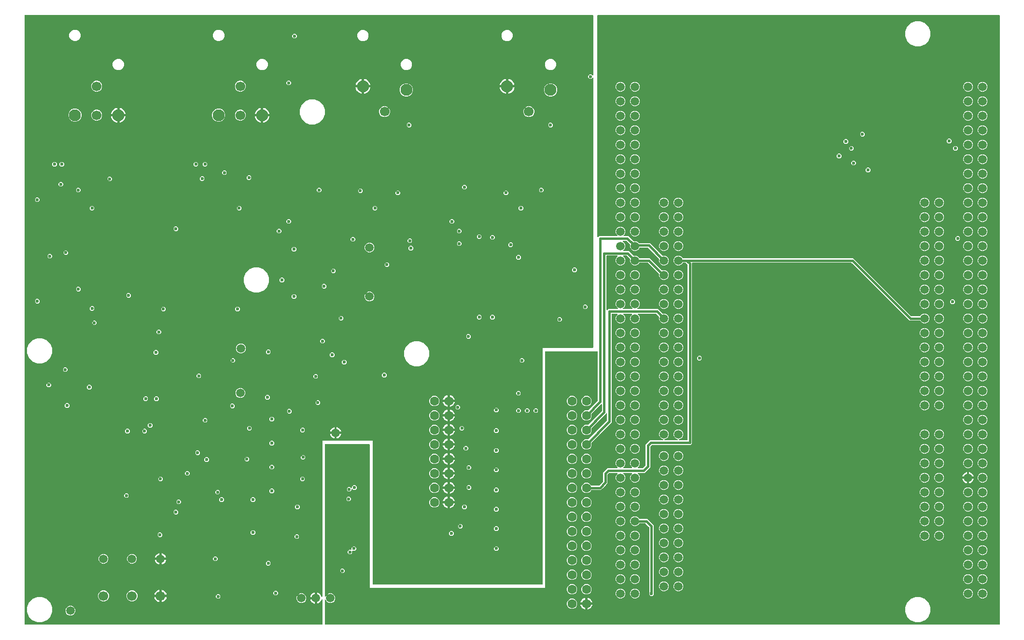
<source format=gbr>
G04 EAGLE Gerber RS-274X export*
G75*
%MOMM*%
%FSLAX34Y34*%
%LPD*%
%INCopper Layer 2*%
%IPPOS*%
%AMOC8*
5,1,8,0,0,1.08239X$1,22.5*%
G01*
%ADD10C,2.100000*%
%ADD11C,1.700000*%
%ADD12C,1.693800*%
%ADD13C,1.500000*%
%ADD14C,1.600000*%
%ADD15C,0.600000*%
%ADD16C,0.406400*%

G36*
X525064Y3280D02*
X525064Y3280D01*
X525128Y3279D01*
X525203Y3300D01*
X525279Y3311D01*
X525338Y3337D01*
X525400Y3354D01*
X525466Y3395D01*
X525536Y3427D01*
X525585Y3469D01*
X525640Y3502D01*
X525692Y3560D01*
X525750Y3610D01*
X525786Y3664D01*
X525829Y3712D01*
X525862Y3781D01*
X525905Y3846D01*
X525924Y3908D01*
X525952Y3965D01*
X525963Y4035D01*
X525987Y4116D01*
X525988Y4201D01*
X525999Y4270D01*
X525999Y46897D01*
X525982Y47022D01*
X525968Y47147D01*
X525962Y47161D01*
X525959Y47177D01*
X525908Y47291D01*
X525859Y47407D01*
X525850Y47419D01*
X525843Y47434D01*
X525761Y47529D01*
X525683Y47627D01*
X525670Y47636D01*
X525660Y47648D01*
X525554Y47717D01*
X525452Y47789D01*
X525437Y47794D01*
X525424Y47802D01*
X525303Y47839D01*
X525185Y47879D01*
X525169Y47880D01*
X525154Y47885D01*
X525029Y47886D01*
X524903Y47892D01*
X524888Y47888D01*
X524872Y47888D01*
X524751Y47855D01*
X524629Y47825D01*
X524615Y47817D01*
X524600Y47813D01*
X524494Y47747D01*
X524384Y47684D01*
X524374Y47673D01*
X524360Y47665D01*
X524276Y47572D01*
X524189Y47481D01*
X524182Y47468D01*
X524171Y47456D01*
X524065Y47237D01*
X524050Y47206D01*
X523705Y46146D01*
X522988Y44737D01*
X522059Y43459D01*
X520941Y42341D01*
X519663Y41412D01*
X518254Y40695D01*
X516751Y40206D01*
X516399Y40151D01*
X516399Y49000D01*
X516390Y49063D01*
X516391Y49128D01*
X516370Y49202D01*
X516359Y49279D01*
X516333Y49338D01*
X516316Y49400D01*
X516275Y49466D01*
X516243Y49536D01*
X516201Y49585D01*
X516168Y49640D01*
X516110Y49691D01*
X516060Y49750D01*
X516006Y49786D01*
X515958Y49829D01*
X515889Y49862D01*
X515824Y49905D01*
X515762Y49924D01*
X515705Y49952D01*
X515635Y49962D01*
X515554Y49987D01*
X515469Y49988D01*
X515400Y49999D01*
X514399Y49999D01*
X514399Y50001D01*
X515400Y50001D01*
X515464Y50010D01*
X515528Y50009D01*
X515603Y50030D01*
X515679Y50041D01*
X515738Y50067D01*
X515800Y50084D01*
X515866Y50125D01*
X515936Y50157D01*
X515985Y50199D01*
X516040Y50232D01*
X516092Y50290D01*
X516150Y50340D01*
X516186Y50394D01*
X516229Y50442D01*
X516262Y50511D01*
X516305Y50576D01*
X516324Y50638D01*
X516352Y50696D01*
X516362Y50765D01*
X516387Y50846D01*
X516388Y50931D01*
X516399Y51000D01*
X516399Y59849D01*
X516751Y59794D01*
X518254Y59305D01*
X519663Y58588D01*
X520941Y57659D01*
X522059Y56541D01*
X522988Y55263D01*
X523705Y53854D01*
X524050Y52794D01*
X524105Y52681D01*
X524157Y52566D01*
X524167Y52555D01*
X524174Y52541D01*
X524258Y52448D01*
X524340Y52352D01*
X524353Y52344D01*
X524364Y52332D01*
X524471Y52267D01*
X524576Y52198D01*
X524591Y52193D01*
X524604Y52185D01*
X524726Y52152D01*
X524846Y52115D01*
X524861Y52115D01*
X524876Y52111D01*
X525002Y52113D01*
X525128Y52112D01*
X525143Y52116D01*
X525158Y52116D01*
X525278Y52153D01*
X525400Y52187D01*
X525413Y52195D01*
X525428Y52200D01*
X525533Y52269D01*
X525640Y52335D01*
X525650Y52347D01*
X525663Y52355D01*
X525744Y52451D01*
X525829Y52544D01*
X525836Y52558D01*
X525846Y52570D01*
X525897Y52684D01*
X525952Y52798D01*
X525954Y52813D01*
X525961Y52828D01*
X525994Y53069D01*
X525999Y53103D01*
X525999Y326001D01*
X614001Y326001D01*
X614001Y75000D01*
X614010Y74936D01*
X614009Y74872D01*
X614030Y74797D01*
X614041Y74721D01*
X614067Y74662D01*
X614084Y74600D01*
X614125Y74534D01*
X614157Y74464D01*
X614199Y74415D01*
X614232Y74360D01*
X614290Y74308D01*
X614340Y74250D01*
X614394Y74214D01*
X614442Y74171D01*
X614511Y74138D01*
X614576Y74095D01*
X614638Y74076D01*
X614695Y74048D01*
X614765Y74037D01*
X614846Y74013D01*
X614931Y74012D01*
X615000Y74001D01*
X911000Y74001D01*
X911064Y74010D01*
X911128Y74009D01*
X911203Y74030D01*
X911279Y74041D01*
X911338Y74067D01*
X911400Y74084D01*
X911466Y74125D01*
X911536Y74157D01*
X911585Y74199D01*
X911640Y74232D01*
X911692Y74290D01*
X911750Y74340D01*
X911786Y74394D01*
X911829Y74442D01*
X911862Y74511D01*
X911905Y74576D01*
X911924Y74638D01*
X911952Y74695D01*
X911963Y74765D01*
X911987Y74846D01*
X911988Y74931D01*
X911999Y75000D01*
X911999Y489001D01*
X1000000Y489001D01*
X1000064Y489010D01*
X1000128Y489009D01*
X1000203Y489030D01*
X1000279Y489041D01*
X1000338Y489067D01*
X1000400Y489084D01*
X1000466Y489125D01*
X1000536Y489157D01*
X1000585Y489199D01*
X1000640Y489232D01*
X1000692Y489290D01*
X1000750Y489340D01*
X1000786Y489394D01*
X1000829Y489442D01*
X1000862Y489511D01*
X1000905Y489576D01*
X1000924Y489638D01*
X1000952Y489695D01*
X1000963Y489765D01*
X1000987Y489846D01*
X1000988Y489931D01*
X1000999Y490000D01*
X1000999Y961929D01*
X1000995Y961961D01*
X1000997Y961993D01*
X1000975Y962100D01*
X1000959Y962208D01*
X1000946Y962238D01*
X1000940Y962269D01*
X1000888Y962366D01*
X1000843Y962465D01*
X1000822Y962490D01*
X1000807Y962518D01*
X1000731Y962596D01*
X1000660Y962679D01*
X1000633Y962697D01*
X1000610Y962720D01*
X1000515Y962774D01*
X1000424Y962834D01*
X1000393Y962843D01*
X1000365Y962859D01*
X1000258Y962884D01*
X1000154Y962916D01*
X1000122Y962917D01*
X1000091Y962924D01*
X999981Y962919D01*
X999872Y962920D01*
X999841Y962911D01*
X999809Y962910D01*
X999706Y962874D01*
X999600Y962845D01*
X999573Y962828D01*
X999542Y962817D01*
X999469Y962764D01*
X999360Y962697D01*
X999328Y962661D01*
X999293Y962636D01*
X997657Y960999D01*
X994343Y960999D01*
X991999Y963343D01*
X991999Y966657D01*
X994343Y969001D01*
X997657Y969001D01*
X999293Y967364D01*
X999319Y967345D01*
X999340Y967321D01*
X999432Y967261D01*
X999519Y967195D01*
X999549Y967184D01*
X999576Y967166D01*
X999681Y967134D01*
X999783Y967096D01*
X999815Y967093D01*
X999846Y967084D01*
X999955Y967082D01*
X1000064Y967074D01*
X1000096Y967080D01*
X1000128Y967080D01*
X1000233Y967109D01*
X1000340Y967131D01*
X1000369Y967147D01*
X1000400Y967155D01*
X1000493Y967213D01*
X1000589Y967264D01*
X1000612Y967286D01*
X1000640Y967303D01*
X1000713Y967384D01*
X1000791Y967461D01*
X1000807Y967489D01*
X1000829Y967513D01*
X1000876Y967611D01*
X1000930Y967706D01*
X1000938Y967737D01*
X1000952Y967766D01*
X1000966Y967856D01*
X1000995Y967981D01*
X1000993Y968029D01*
X1000999Y968071D01*
X1000999Y1071730D01*
X1000990Y1071794D01*
X1000991Y1071858D01*
X1000970Y1071933D01*
X1000959Y1072009D01*
X1000933Y1072068D01*
X1000916Y1072130D01*
X1000875Y1072196D01*
X1000843Y1072266D01*
X1000801Y1072315D01*
X1000768Y1072370D01*
X1000710Y1072422D01*
X1000660Y1072480D01*
X1000606Y1072516D01*
X1000558Y1072559D01*
X1000489Y1072592D01*
X1000424Y1072635D01*
X1000362Y1072654D01*
X1000305Y1072682D01*
X1000235Y1072693D01*
X1000154Y1072717D01*
X1000069Y1072718D01*
X1000000Y1072729D01*
X4270Y1072729D01*
X4206Y1072720D01*
X4142Y1072721D01*
X4067Y1072700D01*
X3991Y1072689D01*
X3932Y1072663D01*
X3870Y1072646D01*
X3804Y1072605D01*
X3734Y1072573D01*
X3685Y1072531D01*
X3630Y1072498D01*
X3578Y1072440D01*
X3520Y1072390D01*
X3484Y1072336D01*
X3441Y1072288D01*
X3408Y1072219D01*
X3365Y1072154D01*
X3346Y1072092D01*
X3318Y1072035D01*
X3307Y1071965D01*
X3283Y1071884D01*
X3282Y1071799D01*
X3271Y1071730D01*
X3271Y4270D01*
X3280Y4206D01*
X3279Y4142D01*
X3300Y4067D01*
X3311Y3991D01*
X3337Y3932D01*
X3354Y3870D01*
X3395Y3804D01*
X3427Y3734D01*
X3469Y3685D01*
X3502Y3630D01*
X3560Y3578D01*
X3610Y3520D01*
X3664Y3484D01*
X3712Y3441D01*
X3781Y3408D01*
X3846Y3365D01*
X3908Y3346D01*
X3965Y3318D01*
X4035Y3307D01*
X4116Y3283D01*
X4201Y3282D01*
X4270Y3271D01*
X525000Y3271D01*
X525064Y3280D01*
G37*
G36*
X1712794Y3280D02*
X1712794Y3280D01*
X1712858Y3279D01*
X1712933Y3300D01*
X1713009Y3311D01*
X1713068Y3337D01*
X1713130Y3354D01*
X1713196Y3395D01*
X1713266Y3427D01*
X1713315Y3469D01*
X1713370Y3502D01*
X1713422Y3560D01*
X1713480Y3610D01*
X1713516Y3664D01*
X1713559Y3712D01*
X1713592Y3781D01*
X1713635Y3846D01*
X1713654Y3908D01*
X1713682Y3965D01*
X1713693Y4035D01*
X1713717Y4116D01*
X1713718Y4201D01*
X1713729Y4270D01*
X1713729Y1071730D01*
X1713720Y1071794D01*
X1713721Y1071858D01*
X1713700Y1071933D01*
X1713689Y1072009D01*
X1713663Y1072068D01*
X1713646Y1072130D01*
X1713605Y1072196D01*
X1713573Y1072266D01*
X1713531Y1072315D01*
X1713498Y1072370D01*
X1713440Y1072422D01*
X1713390Y1072480D01*
X1713336Y1072516D01*
X1713288Y1072559D01*
X1713219Y1072592D01*
X1713154Y1072635D01*
X1713092Y1072654D01*
X1713035Y1072682D01*
X1712965Y1072693D01*
X1712884Y1072717D01*
X1712799Y1072718D01*
X1712730Y1072729D01*
X1009000Y1072729D01*
X1008936Y1072720D01*
X1008872Y1072721D01*
X1008797Y1072700D01*
X1008721Y1072689D01*
X1008662Y1072663D01*
X1008600Y1072646D01*
X1008534Y1072605D01*
X1008464Y1072573D01*
X1008415Y1072531D01*
X1008360Y1072498D01*
X1008308Y1072440D01*
X1008250Y1072390D01*
X1008214Y1072336D01*
X1008171Y1072288D01*
X1008138Y1072219D01*
X1008095Y1072154D01*
X1008076Y1072092D01*
X1008048Y1072035D01*
X1008037Y1071965D01*
X1008013Y1071884D01*
X1008012Y1071799D01*
X1008001Y1071730D01*
X1008001Y684116D01*
X1008005Y684084D01*
X1008003Y684052D01*
X1008025Y683945D01*
X1008041Y683837D01*
X1008054Y683808D01*
X1008060Y683776D01*
X1008112Y683680D01*
X1008157Y683580D01*
X1008178Y683556D01*
X1008193Y683527D01*
X1008269Y683449D01*
X1008340Y683366D01*
X1008367Y683348D01*
X1008390Y683325D01*
X1008485Y683271D01*
X1008576Y683211D01*
X1008607Y683202D01*
X1008635Y683186D01*
X1008742Y683161D01*
X1008846Y683129D01*
X1008878Y683129D01*
X1008910Y683121D01*
X1009019Y683127D01*
X1009128Y683125D01*
X1009159Y683134D01*
X1009191Y683136D01*
X1009294Y683171D01*
X1009400Y683200D01*
X1009427Y683217D01*
X1009458Y683228D01*
X1009531Y683281D01*
X1009640Y683349D01*
X1009672Y683385D01*
X1009707Y683410D01*
X1011330Y685033D01*
X1042133Y685033D01*
X1042165Y685037D01*
X1042197Y685035D01*
X1042304Y685057D01*
X1042412Y685073D01*
X1042442Y685086D01*
X1042473Y685092D01*
X1042569Y685144D01*
X1042669Y685189D01*
X1042694Y685210D01*
X1042722Y685225D01*
X1042800Y685301D01*
X1042883Y685372D01*
X1042901Y685399D01*
X1042924Y685422D01*
X1042978Y685517D01*
X1043038Y685608D01*
X1043047Y685639D01*
X1043063Y685667D01*
X1043088Y685773D01*
X1043120Y685878D01*
X1043121Y685910D01*
X1043128Y685941D01*
X1043123Y686051D01*
X1043124Y686160D01*
X1043115Y686191D01*
X1043114Y686223D01*
X1043078Y686326D01*
X1043049Y686432D01*
X1043032Y686459D01*
X1043021Y686490D01*
X1042968Y686563D01*
X1042901Y686672D01*
X1042865Y686704D01*
X1042840Y686739D01*
X1041293Y688285D01*
X1039999Y691409D01*
X1039999Y694791D01*
X1041293Y697915D01*
X1043685Y700307D01*
X1046809Y701601D01*
X1050191Y701601D01*
X1053315Y700307D01*
X1055707Y697915D01*
X1057001Y694791D01*
X1057001Y691409D01*
X1055707Y688285D01*
X1054160Y686739D01*
X1054141Y686713D01*
X1054117Y686692D01*
X1054057Y686600D01*
X1053991Y686513D01*
X1053980Y686483D01*
X1053962Y686456D01*
X1053930Y686351D01*
X1053892Y686249D01*
X1053889Y686217D01*
X1053880Y686186D01*
X1053878Y686077D01*
X1053870Y685968D01*
X1053876Y685936D01*
X1053876Y685904D01*
X1053905Y685799D01*
X1053927Y685692D01*
X1053943Y685663D01*
X1053951Y685632D01*
X1054009Y685539D01*
X1054060Y685443D01*
X1054082Y685420D01*
X1054099Y685392D01*
X1054180Y685319D01*
X1054257Y685241D01*
X1054285Y685225D01*
X1054309Y685203D01*
X1054407Y685156D01*
X1054502Y685102D01*
X1054533Y685094D01*
X1054562Y685080D01*
X1054652Y685066D01*
X1054776Y685037D01*
X1054825Y685039D01*
X1054867Y685033D01*
X1062270Y685033D01*
X1070954Y676349D01*
X1070962Y676343D01*
X1070968Y676335D01*
X1071075Y676258D01*
X1071180Y676179D01*
X1071189Y676176D01*
X1071197Y676170D01*
X1071321Y676126D01*
X1071444Y676080D01*
X1071453Y676079D01*
X1071462Y676076D01*
X1071594Y676068D01*
X1071725Y676058D01*
X1071734Y676060D01*
X1071744Y676059D01*
X1071819Y676078D01*
X1072001Y676116D01*
X1072022Y676127D01*
X1072043Y676132D01*
X1072209Y676201D01*
X1075591Y676201D01*
X1078715Y674907D01*
X1080496Y673125D01*
X1080573Y673068D01*
X1080645Y673003D01*
X1080686Y672983D01*
X1080722Y672956D01*
X1080812Y672922D01*
X1080898Y672880D01*
X1080941Y672874D01*
X1080986Y672857D01*
X1081114Y672847D01*
X1081203Y672833D01*
X1099870Y672833D01*
X1121754Y650949D01*
X1121762Y650943D01*
X1121768Y650936D01*
X1121875Y650859D01*
X1121980Y650779D01*
X1121989Y650776D01*
X1121997Y650771D01*
X1122120Y650726D01*
X1122244Y650680D01*
X1122253Y650679D01*
X1122262Y650676D01*
X1122394Y650668D01*
X1122525Y650658D01*
X1122534Y650660D01*
X1122544Y650659D01*
X1122619Y650678D01*
X1122801Y650716D01*
X1122822Y650727D01*
X1122843Y650732D01*
X1123009Y650801D01*
X1126391Y650801D01*
X1129515Y649507D01*
X1131907Y647115D01*
X1133201Y643991D01*
X1133201Y640609D01*
X1131907Y637485D01*
X1129515Y635093D01*
X1126391Y633799D01*
X1123009Y633799D01*
X1119885Y635093D01*
X1117493Y637485D01*
X1116199Y640609D01*
X1116199Y643991D01*
X1116268Y644157D01*
X1116270Y644166D01*
X1116275Y644174D01*
X1116305Y644303D01*
X1116338Y644430D01*
X1116338Y644439D01*
X1116340Y644448D01*
X1116333Y644581D01*
X1116329Y644712D01*
X1116326Y644721D01*
X1116326Y644730D01*
X1116282Y644854D01*
X1116241Y644980D01*
X1116236Y644988D01*
X1116233Y644997D01*
X1116188Y645059D01*
X1116083Y645213D01*
X1116064Y645228D01*
X1116051Y645246D01*
X1096822Y664475D01*
X1096745Y664532D01*
X1096674Y664597D01*
X1096633Y664617D01*
X1096597Y664644D01*
X1096507Y664678D01*
X1096420Y664720D01*
X1096378Y664726D01*
X1096333Y664743D01*
X1096205Y664753D01*
X1096116Y664767D01*
X1082554Y664767D01*
X1082545Y664766D01*
X1082535Y664767D01*
X1082405Y664746D01*
X1082275Y664727D01*
X1082266Y664724D01*
X1082257Y664722D01*
X1082138Y664665D01*
X1082018Y664611D01*
X1082011Y664605D01*
X1082002Y664601D01*
X1081903Y664513D01*
X1081804Y664428D01*
X1081798Y664420D01*
X1081791Y664414D01*
X1081751Y664348D01*
X1081649Y664192D01*
X1081642Y664169D01*
X1081631Y664150D01*
X1081107Y662885D01*
X1078715Y660493D01*
X1075591Y659199D01*
X1072209Y659199D01*
X1069085Y660493D01*
X1066693Y662885D01*
X1065399Y666009D01*
X1065399Y669391D01*
X1065468Y669557D01*
X1065470Y669566D01*
X1065475Y669574D01*
X1065505Y669703D01*
X1065538Y669830D01*
X1065538Y669839D01*
X1065540Y669848D01*
X1065533Y669981D01*
X1065529Y670112D01*
X1065526Y670121D01*
X1065526Y670130D01*
X1065482Y670255D01*
X1065442Y670380D01*
X1065436Y670388D01*
X1065433Y670397D01*
X1065388Y670459D01*
X1065283Y670613D01*
X1065264Y670628D01*
X1065251Y670646D01*
X1059222Y676675D01*
X1059145Y676732D01*
X1059074Y676797D01*
X1059033Y676817D01*
X1058997Y676844D01*
X1058907Y676878D01*
X1058820Y676920D01*
X1058778Y676926D01*
X1058733Y676943D01*
X1058605Y676953D01*
X1058516Y676967D01*
X1053364Y676967D01*
X1053278Y676955D01*
X1053191Y676952D01*
X1053139Y676935D01*
X1053085Y676927D01*
X1053006Y676892D01*
X1052923Y676865D01*
X1052878Y676834D01*
X1052828Y676811D01*
X1052762Y676755D01*
X1052690Y676706D01*
X1052655Y676664D01*
X1052613Y676628D01*
X1052566Y676555D01*
X1052511Y676488D01*
X1052489Y676438D01*
X1052459Y676392D01*
X1052434Y676309D01*
X1052399Y676229D01*
X1052393Y676175D01*
X1052377Y676122D01*
X1052375Y676035D01*
X1052365Y675949D01*
X1052374Y675895D01*
X1052373Y675840D01*
X1052396Y675757D01*
X1052410Y675671D01*
X1052433Y675621D01*
X1052448Y675568D01*
X1052494Y675494D01*
X1052531Y675416D01*
X1052567Y675375D01*
X1052596Y675328D01*
X1052661Y675270D01*
X1052718Y675205D01*
X1052762Y675179D01*
X1052805Y675139D01*
X1052908Y675090D01*
X1052982Y675045D01*
X1053315Y674907D01*
X1055707Y672515D01*
X1057001Y669391D01*
X1057001Y666009D01*
X1055707Y662885D01*
X1053630Y660809D01*
X1053611Y660783D01*
X1053587Y660762D01*
X1053527Y660670D01*
X1053461Y660583D01*
X1053450Y660553D01*
X1053432Y660526D01*
X1053400Y660421D01*
X1053362Y660319D01*
X1053359Y660287D01*
X1053350Y660256D01*
X1053348Y660147D01*
X1053340Y660038D01*
X1053346Y660006D01*
X1053346Y659974D01*
X1053375Y659869D01*
X1053397Y659762D01*
X1053413Y659733D01*
X1053421Y659702D01*
X1053479Y659609D01*
X1053530Y659513D01*
X1053552Y659490D01*
X1053569Y659462D01*
X1053650Y659389D01*
X1053727Y659311D01*
X1053755Y659295D01*
X1053779Y659273D01*
X1053877Y659226D01*
X1053972Y659172D01*
X1054003Y659164D01*
X1054032Y659150D01*
X1054122Y659136D01*
X1054246Y659107D01*
X1054295Y659109D01*
X1054337Y659103D01*
X1062800Y659103D01*
X1070954Y650949D01*
X1070962Y650943D01*
X1070968Y650935D01*
X1071075Y650858D01*
X1071180Y650779D01*
X1071189Y650776D01*
X1071197Y650770D01*
X1071321Y650726D01*
X1071444Y650680D01*
X1071453Y650679D01*
X1071462Y650676D01*
X1071594Y650668D01*
X1071725Y650658D01*
X1071734Y650660D01*
X1071744Y650659D01*
X1071819Y650678D01*
X1072001Y650716D01*
X1072022Y650727D01*
X1072043Y650732D01*
X1072209Y650801D01*
X1075591Y650801D01*
X1078715Y649507D01*
X1081107Y647115D01*
X1081175Y646950D01*
X1081180Y646941D01*
X1081183Y646932D01*
X1081252Y646820D01*
X1081319Y646707D01*
X1081326Y646700D01*
X1081331Y646692D01*
X1081428Y646604D01*
X1081525Y646514D01*
X1081533Y646510D01*
X1081540Y646503D01*
X1081658Y646446D01*
X1081776Y646386D01*
X1081785Y646384D01*
X1081794Y646380D01*
X1081870Y646368D01*
X1082053Y646334D01*
X1082077Y646336D01*
X1082098Y646333D01*
X1099970Y646333D01*
X1121047Y625256D01*
X1121055Y625250D01*
X1121061Y625243D01*
X1121168Y625165D01*
X1121273Y625087D01*
X1121282Y625083D01*
X1121289Y625078D01*
X1121413Y625034D01*
X1121537Y624987D01*
X1121546Y624986D01*
X1121555Y624983D01*
X1121687Y624975D01*
X1121818Y624965D01*
X1121827Y624967D01*
X1121837Y624967D01*
X1121912Y624985D01*
X1122094Y625023D01*
X1122115Y625034D01*
X1122136Y625039D01*
X1123009Y625401D01*
X1126391Y625401D01*
X1129515Y624107D01*
X1131907Y621715D01*
X1133201Y618591D01*
X1133201Y615209D01*
X1131907Y612085D01*
X1129515Y609693D01*
X1126391Y608399D01*
X1123009Y608399D01*
X1119885Y609693D01*
X1117493Y612085D01*
X1116199Y615209D01*
X1116199Y618284D01*
X1116186Y618379D01*
X1116181Y618475D01*
X1116166Y618518D01*
X1116159Y618563D01*
X1116120Y618650D01*
X1116088Y618741D01*
X1116063Y618776D01*
X1116043Y618820D01*
X1115960Y618917D01*
X1115907Y618990D01*
X1096922Y637975D01*
X1096845Y638032D01*
X1096774Y638097D01*
X1096733Y638117D01*
X1096697Y638144D01*
X1096607Y638178D01*
X1096520Y638220D01*
X1096478Y638226D01*
X1096433Y638243D01*
X1096305Y638253D01*
X1096216Y638267D01*
X1082098Y638267D01*
X1082089Y638266D01*
X1082080Y638267D01*
X1081949Y638246D01*
X1081819Y638227D01*
X1081811Y638224D01*
X1081801Y638222D01*
X1081682Y638165D01*
X1081562Y638111D01*
X1081555Y638105D01*
X1081546Y638101D01*
X1081448Y638013D01*
X1081348Y637928D01*
X1081343Y637920D01*
X1081336Y637914D01*
X1081296Y637848D01*
X1081193Y637692D01*
X1081186Y637669D01*
X1081175Y637650D01*
X1081107Y637485D01*
X1078715Y635093D01*
X1075591Y633799D01*
X1072209Y633799D01*
X1069085Y635093D01*
X1066693Y637485D01*
X1065399Y640609D01*
X1065399Y643991D01*
X1065468Y644157D01*
X1065470Y644166D01*
X1065475Y644174D01*
X1065505Y644303D01*
X1065538Y644430D01*
X1065538Y644439D01*
X1065540Y644448D01*
X1065533Y644581D01*
X1065529Y644712D01*
X1065526Y644721D01*
X1065526Y644730D01*
X1065482Y644855D01*
X1065442Y644980D01*
X1065436Y644988D01*
X1065433Y644997D01*
X1065388Y645059D01*
X1065283Y645213D01*
X1065264Y645228D01*
X1065251Y645246D01*
X1059752Y650745D01*
X1059675Y650802D01*
X1059604Y650867D01*
X1059563Y650887D01*
X1059527Y650914D01*
X1059437Y650948D01*
X1059350Y650990D01*
X1059308Y650996D01*
X1059263Y651013D01*
X1059135Y651023D01*
X1059046Y651037D01*
X1054197Y651037D01*
X1054165Y651033D01*
X1054133Y651035D01*
X1054026Y651013D01*
X1053918Y650997D01*
X1053888Y650984D01*
X1053857Y650978D01*
X1053760Y650926D01*
X1053661Y650881D01*
X1053636Y650860D01*
X1053608Y650845D01*
X1053530Y650769D01*
X1053447Y650698D01*
X1053429Y650671D01*
X1053406Y650648D01*
X1053352Y650553D01*
X1053292Y650462D01*
X1053283Y650431D01*
X1053267Y650403D01*
X1053242Y650297D01*
X1053210Y650192D01*
X1053209Y650160D01*
X1053202Y650129D01*
X1053207Y650019D01*
X1053206Y649910D01*
X1053215Y649879D01*
X1053216Y649847D01*
X1053252Y649744D01*
X1053281Y649638D01*
X1053298Y649611D01*
X1053309Y649580D01*
X1053362Y649507D01*
X1053429Y649398D01*
X1053465Y649366D01*
X1053490Y649331D01*
X1055707Y647115D01*
X1057001Y643991D01*
X1057001Y640609D01*
X1055707Y637485D01*
X1053315Y635093D01*
X1050191Y633799D01*
X1046809Y633799D01*
X1043685Y635093D01*
X1041293Y637485D01*
X1039999Y640609D01*
X1039999Y643991D01*
X1041293Y647115D01*
X1043510Y649331D01*
X1043529Y649357D01*
X1043553Y649378D01*
X1043613Y649470D01*
X1043679Y649557D01*
X1043690Y649587D01*
X1043708Y649614D01*
X1043740Y649719D01*
X1043778Y649821D01*
X1043781Y649853D01*
X1043790Y649884D01*
X1043792Y649993D01*
X1043800Y650102D01*
X1043794Y650134D01*
X1043794Y650166D01*
X1043765Y650271D01*
X1043743Y650378D01*
X1043727Y650407D01*
X1043719Y650438D01*
X1043661Y650531D01*
X1043610Y650627D01*
X1043588Y650650D01*
X1043571Y650678D01*
X1043490Y650751D01*
X1043413Y650829D01*
X1043385Y650845D01*
X1043361Y650867D01*
X1043263Y650914D01*
X1043168Y650968D01*
X1043137Y650976D01*
X1043108Y650990D01*
X1043018Y651004D01*
X1042894Y651033D01*
X1042845Y651031D01*
X1042803Y651037D01*
X1025032Y651037D01*
X1024968Y651028D01*
X1024904Y651029D01*
X1024829Y651008D01*
X1024753Y650997D01*
X1024694Y650971D01*
X1024632Y650954D01*
X1024566Y650913D01*
X1024496Y650881D01*
X1024447Y650839D01*
X1024392Y650806D01*
X1024340Y650748D01*
X1024282Y650698D01*
X1024246Y650644D01*
X1024203Y650596D01*
X1024170Y650527D01*
X1024127Y650462D01*
X1024108Y650400D01*
X1024080Y650343D01*
X1024069Y650273D01*
X1024045Y650192D01*
X1024044Y650107D01*
X1024033Y650038D01*
X1024033Y556148D01*
X1024037Y556116D01*
X1024035Y556084D01*
X1024057Y555977D01*
X1024073Y555869D01*
X1024086Y555840D01*
X1024092Y555808D01*
X1024144Y555712D01*
X1024189Y555612D01*
X1024210Y555588D01*
X1024225Y555559D01*
X1024301Y555481D01*
X1024372Y555398D01*
X1024399Y555380D01*
X1024422Y555357D01*
X1024517Y555303D01*
X1024608Y555243D01*
X1024639Y555234D01*
X1024667Y555218D01*
X1024773Y555193D01*
X1024878Y555161D01*
X1024910Y555161D01*
X1024941Y555153D01*
X1025051Y555159D01*
X1025160Y555157D01*
X1025191Y555166D01*
X1025223Y555167D01*
X1025326Y555203D01*
X1025432Y555232D01*
X1025459Y555249D01*
X1025490Y555260D01*
X1025563Y555313D01*
X1025672Y555381D01*
X1025704Y555417D01*
X1025739Y555442D01*
X1027330Y557033D01*
X1043153Y557033D01*
X1043240Y557045D01*
X1043327Y557048D01*
X1043379Y557065D01*
X1043433Y557073D01*
X1043512Y557108D01*
X1043595Y557136D01*
X1043640Y557166D01*
X1043689Y557189D01*
X1043756Y557245D01*
X1043828Y557295D01*
X1043862Y557337D01*
X1043904Y557372D01*
X1043952Y557445D01*
X1044007Y557512D01*
X1044028Y557562D01*
X1044058Y557608D01*
X1044084Y557692D01*
X1044118Y557772D01*
X1044125Y557826D01*
X1044141Y557878D01*
X1044142Y557965D01*
X1044152Y558052D01*
X1044144Y558105D01*
X1044144Y558160D01*
X1044121Y558244D01*
X1044107Y558330D01*
X1044084Y558379D01*
X1044069Y558432D01*
X1044023Y558506D01*
X1043986Y558585D01*
X1043950Y558625D01*
X1043921Y558672D01*
X1043856Y558730D01*
X1043798Y558795D01*
X1043759Y558819D01*
X1041293Y561285D01*
X1039999Y564409D01*
X1039999Y567791D01*
X1041293Y570915D01*
X1043685Y573307D01*
X1046809Y574601D01*
X1050191Y574601D01*
X1053315Y573307D01*
X1055707Y570915D01*
X1057001Y567791D01*
X1057001Y564409D01*
X1055707Y561285D01*
X1053251Y558829D01*
X1053222Y558812D01*
X1053162Y558748D01*
X1053096Y558692D01*
X1053066Y558646D01*
X1053029Y558606D01*
X1052990Y558529D01*
X1052942Y558456D01*
X1052926Y558404D01*
X1052901Y558355D01*
X1052885Y558269D01*
X1052859Y558186D01*
X1052859Y558132D01*
X1052849Y558078D01*
X1052857Y557991D01*
X1052856Y557904D01*
X1052870Y557852D01*
X1052875Y557797D01*
X1052908Y557716D01*
X1052931Y557632D01*
X1052960Y557586D01*
X1052980Y557535D01*
X1053033Y557467D01*
X1053079Y557392D01*
X1053120Y557356D01*
X1053153Y557313D01*
X1053224Y557262D01*
X1053288Y557203D01*
X1053337Y557179D01*
X1053382Y557148D01*
X1053464Y557118D01*
X1053542Y557080D01*
X1053592Y557072D01*
X1053647Y557053D01*
X1053761Y557046D01*
X1053847Y557033D01*
X1068553Y557033D01*
X1068640Y557045D01*
X1068727Y557048D01*
X1068779Y557065D01*
X1068833Y557073D01*
X1068912Y557108D01*
X1068995Y557136D01*
X1069040Y557166D01*
X1069089Y557189D01*
X1069156Y557245D01*
X1069228Y557295D01*
X1069262Y557337D01*
X1069304Y557372D01*
X1069352Y557445D01*
X1069407Y557512D01*
X1069428Y557562D01*
X1069458Y557608D01*
X1069484Y557692D01*
X1069518Y557772D01*
X1069525Y557826D01*
X1069541Y557878D01*
X1069542Y557965D01*
X1069552Y558052D01*
X1069544Y558105D01*
X1069544Y558160D01*
X1069521Y558244D01*
X1069507Y558330D01*
X1069484Y558379D01*
X1069469Y558432D01*
X1069423Y558506D01*
X1069386Y558585D01*
X1069350Y558625D01*
X1069321Y558672D01*
X1069256Y558730D01*
X1069198Y558795D01*
X1069159Y558819D01*
X1066693Y561285D01*
X1065399Y564409D01*
X1065399Y567791D01*
X1066693Y570915D01*
X1069085Y573307D01*
X1072209Y574601D01*
X1075591Y574601D01*
X1078715Y573307D01*
X1081107Y570915D01*
X1082401Y567791D01*
X1082401Y564409D01*
X1081107Y561285D01*
X1078651Y558829D01*
X1078622Y558812D01*
X1078562Y558748D01*
X1078496Y558692D01*
X1078466Y558646D01*
X1078429Y558606D01*
X1078390Y558529D01*
X1078342Y558456D01*
X1078326Y558404D01*
X1078301Y558355D01*
X1078285Y558269D01*
X1078259Y558186D01*
X1078259Y558132D01*
X1078249Y558078D01*
X1078257Y557991D01*
X1078256Y557904D01*
X1078270Y557852D01*
X1078275Y557797D01*
X1078308Y557716D01*
X1078331Y557632D01*
X1078360Y557586D01*
X1078380Y557535D01*
X1078433Y557467D01*
X1078479Y557392D01*
X1078520Y557356D01*
X1078553Y557313D01*
X1078624Y557262D01*
X1078688Y557203D01*
X1078737Y557179D01*
X1078782Y557148D01*
X1078864Y557118D01*
X1078942Y557080D01*
X1078992Y557072D01*
X1079047Y557053D01*
X1079161Y557046D01*
X1079247Y557033D01*
X1114070Y557033D01*
X1121754Y549349D01*
X1121762Y549343D01*
X1121768Y549335D01*
X1121875Y549258D01*
X1121980Y549179D01*
X1121989Y549176D01*
X1121997Y549170D01*
X1122121Y549126D01*
X1122244Y549080D01*
X1122253Y549079D01*
X1122262Y549076D01*
X1122394Y549068D01*
X1122525Y549058D01*
X1122534Y549060D01*
X1122544Y549059D01*
X1122619Y549078D01*
X1122801Y549116D01*
X1122822Y549127D01*
X1122843Y549132D01*
X1123009Y549201D01*
X1126391Y549201D01*
X1129515Y547907D01*
X1131907Y545515D01*
X1133201Y542391D01*
X1133201Y539009D01*
X1131907Y535885D01*
X1129515Y533493D01*
X1126391Y532199D01*
X1123009Y532199D01*
X1119885Y533493D01*
X1117493Y535885D01*
X1116199Y539009D01*
X1116199Y542391D01*
X1116268Y542557D01*
X1116270Y542566D01*
X1116275Y542574D01*
X1116305Y542703D01*
X1116338Y542830D01*
X1116338Y542839D01*
X1116340Y542848D01*
X1116333Y542981D01*
X1116329Y543112D01*
X1116326Y543121D01*
X1116326Y543130D01*
X1116282Y543255D01*
X1116242Y543380D01*
X1116236Y543388D01*
X1116233Y543397D01*
X1116188Y543459D01*
X1116083Y543613D01*
X1116064Y543628D01*
X1116051Y543646D01*
X1111022Y548675D01*
X1110945Y548732D01*
X1110874Y548797D01*
X1110833Y548817D01*
X1110797Y548844D01*
X1110707Y548878D01*
X1110620Y548920D01*
X1110578Y548926D01*
X1110533Y548943D01*
X1110405Y548953D01*
X1110316Y548967D01*
X1080067Y548967D01*
X1080035Y548963D01*
X1080003Y548965D01*
X1079896Y548943D01*
X1079788Y548927D01*
X1079758Y548914D01*
X1079727Y548908D01*
X1079630Y548856D01*
X1079531Y548811D01*
X1079506Y548790D01*
X1079478Y548775D01*
X1079400Y548699D01*
X1079317Y548628D01*
X1079299Y548601D01*
X1079276Y548578D01*
X1079222Y548483D01*
X1079162Y548392D01*
X1079153Y548361D01*
X1079137Y548333D01*
X1079112Y548227D01*
X1079080Y548122D01*
X1079079Y548090D01*
X1079072Y548059D01*
X1079077Y547949D01*
X1079076Y547840D01*
X1079085Y547809D01*
X1079086Y547777D01*
X1079122Y547674D01*
X1079151Y547568D01*
X1079168Y547541D01*
X1079179Y547510D01*
X1079232Y547437D01*
X1079299Y547328D01*
X1079335Y547296D01*
X1079360Y547261D01*
X1081107Y545515D01*
X1082401Y542391D01*
X1082401Y539009D01*
X1081107Y535885D01*
X1078715Y533493D01*
X1075591Y532199D01*
X1072209Y532199D01*
X1069085Y533493D01*
X1066693Y535885D01*
X1065399Y539009D01*
X1065399Y542391D01*
X1066693Y545515D01*
X1068440Y547261D01*
X1068459Y547287D01*
X1068483Y547308D01*
X1068543Y547400D01*
X1068609Y547487D01*
X1068620Y547517D01*
X1068638Y547544D01*
X1068670Y547649D01*
X1068708Y547751D01*
X1068711Y547783D01*
X1068720Y547814D01*
X1068722Y547923D01*
X1068730Y548032D01*
X1068724Y548064D01*
X1068724Y548096D01*
X1068695Y548201D01*
X1068673Y548308D01*
X1068657Y548337D01*
X1068649Y548368D01*
X1068591Y548461D01*
X1068540Y548557D01*
X1068518Y548580D01*
X1068501Y548608D01*
X1068420Y548681D01*
X1068343Y548759D01*
X1068315Y548775D01*
X1068291Y548797D01*
X1068193Y548844D01*
X1068098Y548898D01*
X1068067Y548906D01*
X1068038Y548920D01*
X1067948Y548934D01*
X1067824Y548963D01*
X1067775Y548961D01*
X1067733Y548967D01*
X1054667Y548967D01*
X1054635Y548963D01*
X1054603Y548965D01*
X1054496Y548943D01*
X1054388Y548927D01*
X1054358Y548914D01*
X1054327Y548908D01*
X1054230Y548856D01*
X1054131Y548811D01*
X1054106Y548790D01*
X1054078Y548775D01*
X1054000Y548699D01*
X1053917Y548628D01*
X1053899Y548601D01*
X1053876Y548578D01*
X1053822Y548483D01*
X1053762Y548392D01*
X1053753Y548361D01*
X1053737Y548333D01*
X1053712Y548227D01*
X1053680Y548122D01*
X1053679Y548090D01*
X1053672Y548059D01*
X1053677Y547949D01*
X1053676Y547840D01*
X1053685Y547809D01*
X1053686Y547777D01*
X1053722Y547674D01*
X1053751Y547568D01*
X1053768Y547541D01*
X1053779Y547510D01*
X1053832Y547437D01*
X1053899Y547328D01*
X1053935Y547296D01*
X1053960Y547261D01*
X1055707Y545515D01*
X1057001Y542391D01*
X1057001Y539009D01*
X1055707Y535885D01*
X1053315Y533493D01*
X1050191Y532199D01*
X1046809Y532199D01*
X1043685Y533493D01*
X1041293Y535885D01*
X1039999Y539009D01*
X1039999Y542391D01*
X1041293Y545515D01*
X1043040Y547261D01*
X1043059Y547287D01*
X1043083Y547308D01*
X1043143Y547400D01*
X1043209Y547487D01*
X1043220Y547517D01*
X1043238Y547544D01*
X1043270Y547649D01*
X1043308Y547751D01*
X1043311Y547783D01*
X1043320Y547814D01*
X1043322Y547923D01*
X1043330Y548032D01*
X1043324Y548064D01*
X1043324Y548096D01*
X1043295Y548201D01*
X1043273Y548308D01*
X1043257Y548337D01*
X1043249Y548368D01*
X1043191Y548461D01*
X1043140Y548557D01*
X1043118Y548580D01*
X1043101Y548608D01*
X1043020Y548681D01*
X1042943Y548759D01*
X1042915Y548775D01*
X1042891Y548797D01*
X1042793Y548844D01*
X1042698Y548898D01*
X1042667Y548906D01*
X1042638Y548920D01*
X1042548Y548934D01*
X1042424Y548963D01*
X1042375Y548961D01*
X1042333Y548967D01*
X1034032Y548967D01*
X1033968Y548958D01*
X1033904Y548959D01*
X1033829Y548938D01*
X1033753Y548927D01*
X1033694Y548901D01*
X1033632Y548884D01*
X1033566Y548843D01*
X1033496Y548811D01*
X1033447Y548769D01*
X1033392Y548736D01*
X1033340Y548678D01*
X1033282Y548628D01*
X1033246Y548574D01*
X1033203Y548526D01*
X1033170Y548457D01*
X1033127Y548392D01*
X1033108Y548330D01*
X1033080Y548273D01*
X1033069Y548203D01*
X1033045Y548122D01*
X1033044Y548037D01*
X1033033Y547968D01*
X1033033Y358230D01*
X1030378Y355575D01*
X997831Y323028D01*
X997826Y323021D01*
X997818Y323015D01*
X997741Y322908D01*
X997662Y322803D01*
X997659Y322794D01*
X997653Y322786D01*
X997609Y322662D01*
X997563Y322539D01*
X997562Y322529D01*
X997559Y322520D01*
X997551Y322389D01*
X997541Y322258D01*
X997543Y322248D01*
X997542Y322239D01*
X997560Y322163D01*
X997598Y321982D01*
X997610Y321960D01*
X997615Y321939D01*
X997801Y321490D01*
X997801Y317910D01*
X996430Y314601D01*
X993899Y312070D01*
X990590Y310699D01*
X987010Y310699D01*
X983701Y312070D01*
X981170Y314601D01*
X979799Y317910D01*
X979799Y321490D01*
X981170Y324799D01*
X983701Y327330D01*
X987010Y328701D01*
X990590Y328701D01*
X991039Y328515D01*
X991048Y328512D01*
X991057Y328508D01*
X991185Y328477D01*
X991312Y328445D01*
X991322Y328445D01*
X991331Y328443D01*
X991464Y328450D01*
X991594Y328454D01*
X991603Y328457D01*
X991613Y328457D01*
X991738Y328501D01*
X991862Y328541D01*
X991870Y328547D01*
X991879Y328550D01*
X991942Y328595D01*
X992095Y328700D01*
X992111Y328719D01*
X992128Y328731D01*
X1024675Y361278D01*
X1024732Y361355D01*
X1024797Y361426D01*
X1024817Y361467D01*
X1024844Y361503D01*
X1024871Y361574D01*
X1024873Y361578D01*
X1024877Y361592D01*
X1024878Y361593D01*
X1024920Y361680D01*
X1024926Y361722D01*
X1024943Y361767D01*
X1024948Y361822D01*
X1024955Y361847D01*
X1024956Y361913D01*
X1024967Y361984D01*
X1024967Y373152D01*
X1024963Y373184D01*
X1024965Y373216D01*
X1024943Y373323D01*
X1024927Y373431D01*
X1024914Y373460D01*
X1024908Y373492D01*
X1024856Y373588D01*
X1024811Y373688D01*
X1024790Y373712D01*
X1024775Y373741D01*
X1024699Y373819D01*
X1024628Y373902D01*
X1024601Y373920D01*
X1024578Y373943D01*
X1024483Y373997D01*
X1024392Y374057D01*
X1024361Y374066D01*
X1024333Y374082D01*
X1024227Y374107D01*
X1024122Y374139D01*
X1024090Y374139D01*
X1024059Y374147D01*
X1023949Y374141D01*
X1023840Y374143D01*
X1023809Y374134D01*
X1023777Y374133D01*
X1023674Y374097D01*
X1023568Y374068D01*
X1023541Y374051D01*
X1023510Y374040D01*
X1023437Y373987D01*
X1023328Y373919D01*
X1023296Y373883D01*
X1023261Y373858D01*
X1021378Y371975D01*
X1021378Y371974D01*
X997831Y348428D01*
X997826Y348421D01*
X997818Y348415D01*
X997741Y348308D01*
X997662Y348203D01*
X997659Y348194D01*
X997653Y348186D01*
X997609Y348062D01*
X997563Y347939D01*
X997562Y347929D01*
X997559Y347920D01*
X997551Y347789D01*
X997541Y347658D01*
X997543Y347648D01*
X997542Y347639D01*
X997560Y347563D01*
X997598Y347382D01*
X997610Y347360D01*
X997615Y347339D01*
X997801Y346890D01*
X997801Y343310D01*
X996430Y340001D01*
X993899Y337470D01*
X990590Y336099D01*
X987010Y336099D01*
X983701Y337470D01*
X981170Y340001D01*
X979799Y343310D01*
X979799Y346890D01*
X981170Y350199D01*
X983701Y352730D01*
X987010Y354101D01*
X990590Y354101D01*
X991039Y353915D01*
X991048Y353912D01*
X991057Y353908D01*
X991185Y353877D01*
X991312Y353845D01*
X991322Y353845D01*
X991331Y353843D01*
X991464Y353850D01*
X991594Y353854D01*
X991603Y353857D01*
X991613Y353857D01*
X991738Y353901D01*
X991862Y353941D01*
X991870Y353947D01*
X991879Y353950D01*
X991942Y353995D01*
X992095Y354100D01*
X992111Y354119D01*
X992128Y354131D01*
X1015675Y377678D01*
X1015732Y377755D01*
X1015797Y377826D01*
X1015817Y377867D01*
X1015844Y377903D01*
X1015878Y377993D01*
X1015920Y378080D01*
X1015926Y378122D01*
X1015943Y378167D01*
X1015953Y378295D01*
X1015967Y378384D01*
X1015967Y389552D01*
X1015963Y389584D01*
X1015965Y389616D01*
X1015943Y389723D01*
X1015927Y389831D01*
X1015914Y389860D01*
X1015908Y389892D01*
X1015856Y389988D01*
X1015811Y390088D01*
X1015790Y390112D01*
X1015775Y390141D01*
X1015699Y390219D01*
X1015628Y390302D01*
X1015601Y390320D01*
X1015578Y390343D01*
X1015483Y390397D01*
X1015392Y390457D01*
X1015361Y390466D01*
X1015333Y390482D01*
X1015226Y390507D01*
X1015122Y390539D01*
X1015090Y390539D01*
X1015059Y390547D01*
X1014949Y390541D01*
X1014840Y390543D01*
X1014809Y390534D01*
X1014777Y390533D01*
X1014674Y390497D01*
X1014568Y390468D01*
X1014541Y390451D01*
X1014510Y390440D01*
X1014437Y390387D01*
X1014328Y390319D01*
X1014296Y390283D01*
X1014261Y390258D01*
X997831Y373828D01*
X997826Y373821D01*
X997818Y373815D01*
X997741Y373708D01*
X997662Y373603D01*
X997659Y373594D01*
X997653Y373586D01*
X997609Y373462D01*
X997563Y373339D01*
X997562Y373329D01*
X997559Y373320D01*
X997551Y373189D01*
X997541Y373058D01*
X997543Y373048D01*
X997542Y373039D01*
X997560Y372963D01*
X997598Y372782D01*
X997610Y372760D01*
X997615Y372739D01*
X997801Y372290D01*
X997801Y368710D01*
X996430Y365401D01*
X993899Y362870D01*
X990590Y361499D01*
X987010Y361499D01*
X983701Y362870D01*
X981170Y365401D01*
X979799Y368710D01*
X979799Y372290D01*
X981170Y375599D01*
X983701Y378130D01*
X987010Y379501D01*
X990590Y379501D01*
X991039Y379315D01*
X991048Y379312D01*
X991057Y379308D01*
X991185Y379277D01*
X991312Y379245D01*
X991322Y379245D01*
X991331Y379243D01*
X991464Y379250D01*
X991594Y379254D01*
X991603Y379257D01*
X991613Y379257D01*
X991738Y379301D01*
X991862Y379341D01*
X991870Y379347D01*
X991879Y379350D01*
X991942Y379395D01*
X992095Y379500D01*
X992111Y379519D01*
X992128Y379531D01*
X1008675Y396078D01*
X1008732Y396155D01*
X1008797Y396226D01*
X1008817Y396267D01*
X1008844Y396303D01*
X1008878Y396393D01*
X1008920Y396480D01*
X1008926Y396522D01*
X1008943Y396567D01*
X1008953Y396695D01*
X1008967Y396784D01*
X1008967Y482000D01*
X1008958Y482064D01*
X1008959Y482128D01*
X1008938Y482203D01*
X1008927Y482279D01*
X1008901Y482338D01*
X1008884Y482400D01*
X1008843Y482466D01*
X1008811Y482536D01*
X1008769Y482585D01*
X1008736Y482640D01*
X1008678Y482692D01*
X1008628Y482750D01*
X1008574Y482786D01*
X1008526Y482829D01*
X1008457Y482862D01*
X1008392Y482905D01*
X1008330Y482924D01*
X1008273Y482952D01*
X1008203Y482963D01*
X1008122Y482987D01*
X1008037Y482988D01*
X1007968Y482999D01*
X917000Y482999D01*
X916936Y482990D01*
X916872Y482991D01*
X916797Y482970D01*
X916721Y482959D01*
X916662Y482933D01*
X916600Y482916D01*
X916534Y482875D01*
X916464Y482843D01*
X916415Y482801D01*
X916360Y482768D01*
X916308Y482710D01*
X916250Y482660D01*
X916214Y482606D01*
X916171Y482558D01*
X916138Y482489D01*
X916095Y482424D01*
X916076Y482362D01*
X916048Y482305D01*
X916037Y482235D01*
X916013Y482154D01*
X916012Y482069D01*
X916001Y482000D01*
X916001Y67999D01*
X608999Y67999D01*
X608999Y319000D01*
X608990Y319064D01*
X608991Y319128D01*
X608970Y319203D01*
X608959Y319279D01*
X608933Y319338D01*
X608916Y319400D01*
X608875Y319466D01*
X608843Y319536D01*
X608801Y319585D01*
X608768Y319640D01*
X608710Y319692D01*
X608660Y319750D01*
X608606Y319786D01*
X608558Y319829D01*
X608489Y319862D01*
X608424Y319905D01*
X608362Y319924D01*
X608305Y319952D01*
X608235Y319963D01*
X608154Y319987D01*
X608069Y319988D01*
X608000Y319999D01*
X531000Y319999D01*
X530936Y319990D01*
X530872Y319991D01*
X530797Y319970D01*
X530721Y319959D01*
X530662Y319933D01*
X530600Y319916D01*
X530534Y319875D01*
X530464Y319843D01*
X530415Y319801D01*
X530360Y319768D01*
X530308Y319710D01*
X530250Y319660D01*
X530214Y319606D01*
X530171Y319558D01*
X530138Y319489D01*
X530095Y319424D01*
X530076Y319362D01*
X530048Y319305D01*
X530037Y319235D01*
X530013Y319154D01*
X530012Y319069D01*
X530001Y319000D01*
X530001Y53580D01*
X530013Y53494D01*
X530016Y53407D01*
X530033Y53355D01*
X530041Y53300D01*
X530076Y53221D01*
X530103Y53139D01*
X530134Y53093D01*
X530157Y53043D01*
X530213Y52977D01*
X530262Y52906D01*
X530304Y52871D01*
X530340Y52829D01*
X530413Y52782D01*
X530480Y52726D01*
X530530Y52705D01*
X530576Y52675D01*
X530659Y52649D01*
X530739Y52615D01*
X530793Y52608D01*
X530846Y52592D01*
X530933Y52591D01*
X531019Y52580D01*
X531073Y52589D01*
X531128Y52589D01*
X531212Y52612D01*
X531297Y52626D01*
X531347Y52649D01*
X531400Y52664D01*
X531474Y52709D01*
X531552Y52747D01*
X531593Y52783D01*
X531640Y52812D01*
X531698Y52876D01*
X531763Y52934D01*
X531789Y52978D01*
X531829Y53021D01*
X531878Y53124D01*
X531923Y53197D01*
X532593Y54815D01*
X534985Y57207D01*
X538109Y58501D01*
X541491Y58501D01*
X544615Y57207D01*
X547007Y54815D01*
X548301Y51691D01*
X548301Y48309D01*
X547007Y45185D01*
X544615Y42793D01*
X541491Y41499D01*
X538109Y41499D01*
X534985Y42793D01*
X532593Y45185D01*
X531923Y46803D01*
X531879Y46878D01*
X531843Y46957D01*
X531808Y46998D01*
X531780Y47046D01*
X531716Y47105D01*
X531660Y47171D01*
X531614Y47201D01*
X531574Y47238D01*
X531497Y47278D01*
X531424Y47325D01*
X531371Y47341D01*
X531322Y47366D01*
X531237Y47382D01*
X531154Y47408D01*
X531099Y47408D01*
X531045Y47419D01*
X530959Y47410D01*
X530872Y47411D01*
X530819Y47397D01*
X530765Y47392D01*
X530684Y47359D01*
X530600Y47336D01*
X530554Y47307D01*
X530503Y47287D01*
X530434Y47234D01*
X530360Y47188D01*
X530324Y47147D01*
X530280Y47114D01*
X530230Y47043D01*
X530171Y46979D01*
X530147Y46929D01*
X530115Y46885D01*
X530086Y46803D01*
X530048Y46725D01*
X530040Y46675D01*
X530021Y46619D01*
X530014Y46506D01*
X530001Y46420D01*
X530001Y4270D01*
X530010Y4206D01*
X530009Y4142D01*
X530030Y4067D01*
X530041Y3991D01*
X530067Y3932D01*
X530084Y3870D01*
X530125Y3804D01*
X530157Y3734D01*
X530199Y3685D01*
X530232Y3630D01*
X530290Y3578D01*
X530340Y3520D01*
X530394Y3484D01*
X530442Y3441D01*
X530511Y3408D01*
X530576Y3365D01*
X530638Y3346D01*
X530695Y3318D01*
X530765Y3307D01*
X530846Y3283D01*
X530931Y3282D01*
X531000Y3271D01*
X1712730Y3271D01*
X1712794Y3280D01*
G37*
%LPC*%
G36*
X987010Y234499D02*
X987010Y234499D01*
X983701Y235870D01*
X981170Y238401D01*
X979799Y241710D01*
X979799Y245290D01*
X981170Y248599D01*
X983701Y251130D01*
X987010Y252501D01*
X990590Y252501D01*
X993899Y251130D01*
X996430Y248599D01*
X996616Y248150D01*
X996621Y248141D01*
X996624Y248132D01*
X996693Y248020D01*
X996760Y247907D01*
X996767Y247900D01*
X996772Y247892D01*
X996870Y247804D01*
X996966Y247714D01*
X996974Y247710D01*
X996981Y247703D01*
X997099Y247646D01*
X997217Y247586D01*
X997227Y247584D01*
X997235Y247580D01*
X997311Y247568D01*
X997494Y247534D01*
X997518Y247536D01*
X997540Y247533D01*
X1010416Y247533D01*
X1010511Y247546D01*
X1010607Y247551D01*
X1010650Y247566D01*
X1010695Y247573D01*
X1010782Y247612D01*
X1010873Y247644D01*
X1010908Y247669D01*
X1010952Y247689D01*
X1011049Y247772D01*
X1011122Y247825D01*
X1017675Y254378D01*
X1017693Y254402D01*
X1017716Y254422D01*
X1017750Y254475D01*
X1017797Y254526D01*
X1017817Y254567D01*
X1017844Y254603D01*
X1017856Y254637D01*
X1017870Y254658D01*
X1017887Y254712D01*
X1017920Y254780D01*
X1017926Y254822D01*
X1017943Y254867D01*
X1017946Y254907D01*
X1017953Y254928D01*
X1017954Y254997D01*
X1017967Y255084D01*
X1017967Y270670D01*
X1025260Y277963D01*
X1042803Y277963D01*
X1042835Y277967D01*
X1042867Y277965D01*
X1042974Y277987D01*
X1043082Y278003D01*
X1043112Y278016D01*
X1043143Y278022D01*
X1043239Y278074D01*
X1043339Y278119D01*
X1043364Y278140D01*
X1043392Y278155D01*
X1043470Y278231D01*
X1043553Y278302D01*
X1043571Y278329D01*
X1043594Y278352D01*
X1043648Y278447D01*
X1043708Y278538D01*
X1043717Y278569D01*
X1043733Y278597D01*
X1043758Y278703D01*
X1043790Y278808D01*
X1043791Y278840D01*
X1043798Y278871D01*
X1043793Y278981D01*
X1043794Y279090D01*
X1043785Y279121D01*
X1043784Y279153D01*
X1043748Y279256D01*
X1043719Y279362D01*
X1043702Y279389D01*
X1043691Y279420D01*
X1043638Y279493D01*
X1043571Y279602D01*
X1043535Y279634D01*
X1043510Y279669D01*
X1041293Y281885D01*
X1039999Y285009D01*
X1039999Y288391D01*
X1041293Y291515D01*
X1043685Y293907D01*
X1046809Y295201D01*
X1050191Y295201D01*
X1053315Y293907D01*
X1055707Y291515D01*
X1057001Y288391D01*
X1057001Y285009D01*
X1055707Y281885D01*
X1053490Y279669D01*
X1053471Y279643D01*
X1053447Y279622D01*
X1053387Y279530D01*
X1053321Y279443D01*
X1053310Y279413D01*
X1053292Y279386D01*
X1053260Y279281D01*
X1053222Y279179D01*
X1053219Y279147D01*
X1053210Y279116D01*
X1053208Y279007D01*
X1053200Y278898D01*
X1053206Y278866D01*
X1053206Y278834D01*
X1053235Y278729D01*
X1053257Y278622D01*
X1053273Y278593D01*
X1053281Y278562D01*
X1053339Y278469D01*
X1053390Y278373D01*
X1053412Y278350D01*
X1053429Y278322D01*
X1053510Y278249D01*
X1053587Y278171D01*
X1053615Y278155D01*
X1053639Y278133D01*
X1053737Y278086D01*
X1053832Y278032D01*
X1053863Y278024D01*
X1053892Y278010D01*
X1053982Y277996D01*
X1054106Y277967D01*
X1054155Y277969D01*
X1054197Y277963D01*
X1068203Y277963D01*
X1068235Y277967D01*
X1068267Y277965D01*
X1068374Y277987D01*
X1068482Y278003D01*
X1068512Y278016D01*
X1068543Y278022D01*
X1068639Y278074D01*
X1068739Y278119D01*
X1068764Y278140D01*
X1068792Y278155D01*
X1068870Y278231D01*
X1068953Y278302D01*
X1068971Y278329D01*
X1068994Y278352D01*
X1069048Y278447D01*
X1069108Y278538D01*
X1069117Y278569D01*
X1069133Y278597D01*
X1069158Y278703D01*
X1069190Y278808D01*
X1069191Y278840D01*
X1069198Y278871D01*
X1069193Y278981D01*
X1069194Y279090D01*
X1069185Y279121D01*
X1069184Y279153D01*
X1069148Y279256D01*
X1069119Y279362D01*
X1069102Y279389D01*
X1069091Y279420D01*
X1069038Y279493D01*
X1068971Y279602D01*
X1068935Y279634D01*
X1068910Y279669D01*
X1066693Y281885D01*
X1065399Y285009D01*
X1065399Y288391D01*
X1066693Y291515D01*
X1069085Y293907D01*
X1072209Y295201D01*
X1075591Y295201D01*
X1078715Y293907D01*
X1081107Y291515D01*
X1082401Y288391D01*
X1082401Y285009D01*
X1081107Y281885D01*
X1078890Y279669D01*
X1078871Y279643D01*
X1078847Y279622D01*
X1078787Y279530D01*
X1078721Y279443D01*
X1078710Y279413D01*
X1078692Y279386D01*
X1078660Y279281D01*
X1078622Y279179D01*
X1078619Y279147D01*
X1078610Y279116D01*
X1078608Y279007D01*
X1078600Y278898D01*
X1078606Y278866D01*
X1078606Y278834D01*
X1078635Y278729D01*
X1078657Y278622D01*
X1078673Y278593D01*
X1078681Y278562D01*
X1078739Y278469D01*
X1078790Y278373D01*
X1078812Y278350D01*
X1078829Y278322D01*
X1078910Y278249D01*
X1078987Y278171D01*
X1079015Y278155D01*
X1079039Y278133D01*
X1079137Y278086D01*
X1079232Y278032D01*
X1079263Y278024D01*
X1079292Y278010D01*
X1079382Y277996D01*
X1079506Y277967D01*
X1079555Y277969D01*
X1079597Y277963D01*
X1086863Y277963D01*
X1086957Y277976D01*
X1087054Y277981D01*
X1087097Y277996D01*
X1087142Y278003D01*
X1087229Y278042D01*
X1087320Y278074D01*
X1087355Y278099D01*
X1087399Y278119D01*
X1087496Y278202D01*
X1087569Y278255D01*
X1092345Y283031D01*
X1092402Y283108D01*
X1092467Y283179D01*
X1092487Y283220D01*
X1092514Y283256D01*
X1092548Y283346D01*
X1092590Y283433D01*
X1092596Y283475D01*
X1092613Y283520D01*
X1092623Y283648D01*
X1092637Y283737D01*
X1092637Y319340D01*
X1095292Y321995D01*
X1097675Y324378D01*
X1100330Y327033D01*
X1122733Y327033D01*
X1122819Y327045D01*
X1122906Y327048D01*
X1122958Y327065D01*
X1123012Y327073D01*
X1123091Y327108D01*
X1123174Y327135D01*
X1123219Y327166D01*
X1123269Y327189D01*
X1123335Y327245D01*
X1123407Y327294D01*
X1123442Y327336D01*
X1123484Y327372D01*
X1123531Y327445D01*
X1123586Y327512D01*
X1123608Y327562D01*
X1123638Y327608D01*
X1123663Y327691D01*
X1123698Y327771D01*
X1123704Y327825D01*
X1123720Y327878D01*
X1123722Y327965D01*
X1123732Y328051D01*
X1123724Y328105D01*
X1123724Y328160D01*
X1123701Y328244D01*
X1123687Y328329D01*
X1123664Y328379D01*
X1123649Y328432D01*
X1123603Y328506D01*
X1123566Y328584D01*
X1123530Y328625D01*
X1123501Y328672D01*
X1123436Y328730D01*
X1123379Y328795D01*
X1123335Y328821D01*
X1123292Y328861D01*
X1123189Y328910D01*
X1123116Y328955D01*
X1119885Y330293D01*
X1117493Y332685D01*
X1116199Y335809D01*
X1116199Y339191D01*
X1117493Y342315D01*
X1119885Y344707D01*
X1123009Y346001D01*
X1126391Y346001D01*
X1129515Y344707D01*
X1131907Y342315D01*
X1133201Y339191D01*
X1133201Y335809D01*
X1131907Y332685D01*
X1129515Y330293D01*
X1126284Y328955D01*
X1126210Y328911D01*
X1126131Y328875D01*
X1126089Y328840D01*
X1126042Y328812D01*
X1125982Y328748D01*
X1125916Y328692D01*
X1125886Y328646D01*
X1125849Y328606D01*
X1125810Y328529D01*
X1125762Y328456D01*
X1125746Y328403D01*
X1125721Y328354D01*
X1125705Y328269D01*
X1125680Y328186D01*
X1125679Y328131D01*
X1125669Y328077D01*
X1125677Y327991D01*
X1125676Y327904D01*
X1125690Y327851D01*
X1125696Y327797D01*
X1125728Y327716D01*
X1125751Y327632D01*
X1125780Y327585D01*
X1125800Y327535D01*
X1125853Y327466D01*
X1125899Y327392D01*
X1125940Y327356D01*
X1125974Y327312D01*
X1126044Y327261D01*
X1126108Y327203D01*
X1126158Y327179D01*
X1126202Y327147D01*
X1126284Y327118D01*
X1126362Y327080D01*
X1126413Y327072D01*
X1126468Y327053D01*
X1126582Y327046D01*
X1126667Y327033D01*
X1148133Y327033D01*
X1148219Y327045D01*
X1148306Y327048D01*
X1148358Y327065D01*
X1148412Y327073D01*
X1148491Y327108D01*
X1148574Y327135D01*
X1148619Y327166D01*
X1148669Y327189D01*
X1148735Y327245D01*
X1148807Y327294D01*
X1148842Y327336D01*
X1148884Y327372D01*
X1148931Y327445D01*
X1148986Y327512D01*
X1149008Y327562D01*
X1149038Y327608D01*
X1149063Y327691D01*
X1149098Y327771D01*
X1149104Y327825D01*
X1149120Y327878D01*
X1149122Y327965D01*
X1149132Y328051D01*
X1149124Y328105D01*
X1149124Y328160D01*
X1149101Y328244D01*
X1149087Y328329D01*
X1149064Y328379D01*
X1149049Y328432D01*
X1149003Y328506D01*
X1148966Y328584D01*
X1148930Y328625D01*
X1148901Y328672D01*
X1148836Y328730D01*
X1148779Y328795D01*
X1148735Y328821D01*
X1148692Y328861D01*
X1148589Y328910D01*
X1148516Y328955D01*
X1145285Y330293D01*
X1142893Y332685D01*
X1141599Y335809D01*
X1141599Y339191D01*
X1142893Y342315D01*
X1145285Y344707D01*
X1148409Y346001D01*
X1151791Y346001D01*
X1154915Y344707D01*
X1157307Y342315D01*
X1158601Y339191D01*
X1158601Y335809D01*
X1157307Y332685D01*
X1154915Y330293D01*
X1151684Y328955D01*
X1151610Y328911D01*
X1151531Y328875D01*
X1151489Y328840D01*
X1151442Y328812D01*
X1151382Y328748D01*
X1151316Y328692D01*
X1151286Y328646D01*
X1151249Y328606D01*
X1151210Y328529D01*
X1151162Y328456D01*
X1151146Y328403D01*
X1151121Y328354D01*
X1151105Y328269D01*
X1151080Y328186D01*
X1151079Y328131D01*
X1151069Y328077D01*
X1151077Y327991D01*
X1151076Y327904D01*
X1151090Y327851D01*
X1151096Y327797D01*
X1151128Y327716D01*
X1151151Y327632D01*
X1151180Y327585D01*
X1151200Y327535D01*
X1151253Y327466D01*
X1151299Y327392D01*
X1151340Y327356D01*
X1151374Y327312D01*
X1151444Y327261D01*
X1151508Y327203D01*
X1151558Y327179D01*
X1151602Y327147D01*
X1151684Y327118D01*
X1151762Y327080D01*
X1151813Y327072D01*
X1151868Y327053D01*
X1151982Y327046D01*
X1152067Y327033D01*
X1164968Y327033D01*
X1165032Y327042D01*
X1165096Y327041D01*
X1165171Y327062D01*
X1165247Y327073D01*
X1165306Y327099D01*
X1165368Y327116D01*
X1165434Y327157D01*
X1165504Y327189D01*
X1165553Y327231D01*
X1165608Y327264D01*
X1165660Y327322D01*
X1165718Y327372D01*
X1165754Y327426D01*
X1165797Y327474D01*
X1165830Y327543D01*
X1165873Y327608D01*
X1165892Y327670D01*
X1165920Y327727D01*
X1165931Y327797D01*
X1165955Y327878D01*
X1165956Y327963D01*
X1165967Y328032D01*
X1165967Y634916D01*
X1165954Y635011D01*
X1165949Y635107D01*
X1165934Y635150D01*
X1165927Y635195D01*
X1165888Y635282D01*
X1165856Y635373D01*
X1165831Y635408D01*
X1165811Y635452D01*
X1165728Y635549D01*
X1165675Y635622D01*
X1163322Y637975D01*
X1163246Y638032D01*
X1163174Y638097D01*
X1163133Y638117D01*
X1163097Y638144D01*
X1163007Y638178D01*
X1162920Y638220D01*
X1162878Y638226D01*
X1162833Y638243D01*
X1162705Y638253D01*
X1162616Y638267D01*
X1158298Y638267D01*
X1158289Y638266D01*
X1158280Y638267D01*
X1158149Y638246D01*
X1158019Y638227D01*
X1158011Y638224D01*
X1158001Y638222D01*
X1157882Y638165D01*
X1157762Y638111D01*
X1157755Y638105D01*
X1157746Y638101D01*
X1157648Y638013D01*
X1157548Y637928D01*
X1157543Y637920D01*
X1157536Y637914D01*
X1157496Y637848D01*
X1157393Y637692D01*
X1157386Y637669D01*
X1157375Y637650D01*
X1157307Y637485D01*
X1154915Y635093D01*
X1151791Y633799D01*
X1148409Y633799D01*
X1145285Y635093D01*
X1142893Y637485D01*
X1141599Y640609D01*
X1141599Y643991D01*
X1142893Y647115D01*
X1145285Y649507D01*
X1148409Y650801D01*
X1151791Y650801D01*
X1154915Y649507D01*
X1157307Y647115D01*
X1157375Y646950D01*
X1157380Y646941D01*
X1157383Y646932D01*
X1157452Y646820D01*
X1157519Y646707D01*
X1157526Y646700D01*
X1157531Y646692D01*
X1157628Y646604D01*
X1157725Y646514D01*
X1157733Y646510D01*
X1157740Y646503D01*
X1157858Y646446D01*
X1157976Y646386D01*
X1157985Y646384D01*
X1157994Y646380D01*
X1158070Y646368D01*
X1158253Y646334D01*
X1158277Y646336D01*
X1158298Y646333D01*
X1456970Y646333D01*
X1558278Y545025D01*
X1558355Y544968D01*
X1558426Y544903D01*
X1558467Y544883D01*
X1558503Y544856D01*
X1558593Y544822D01*
X1558680Y544780D01*
X1558722Y544774D01*
X1558767Y544757D01*
X1558895Y544747D01*
X1558984Y544733D01*
X1573702Y544733D01*
X1573711Y544734D01*
X1573720Y544733D01*
X1573851Y544754D01*
X1573981Y544773D01*
X1573989Y544776D01*
X1573999Y544778D01*
X1574118Y544835D01*
X1574238Y544889D01*
X1574245Y544895D01*
X1574254Y544899D01*
X1574352Y544987D01*
X1574452Y545072D01*
X1574457Y545080D01*
X1574464Y545086D01*
X1574504Y545152D01*
X1574607Y545308D01*
X1574614Y545331D01*
X1574625Y545350D01*
X1574693Y545515D01*
X1577085Y547907D01*
X1580209Y549201D01*
X1583591Y549201D01*
X1586715Y547907D01*
X1589107Y545515D01*
X1590401Y542391D01*
X1590401Y539009D01*
X1589107Y535885D01*
X1586715Y533493D01*
X1583591Y532199D01*
X1580209Y532199D01*
X1577085Y533493D01*
X1574693Y535885D01*
X1574625Y536050D01*
X1574620Y536059D01*
X1574617Y536068D01*
X1574548Y536180D01*
X1574481Y536293D01*
X1574474Y536300D01*
X1574469Y536308D01*
X1574372Y536396D01*
X1574275Y536486D01*
X1574267Y536490D01*
X1574260Y536497D01*
X1574142Y536554D01*
X1574024Y536614D01*
X1574015Y536616D01*
X1574006Y536620D01*
X1573930Y536632D01*
X1573747Y536666D01*
X1573723Y536664D01*
X1573702Y536667D01*
X1555230Y536667D01*
X1453922Y637975D01*
X1453845Y638032D01*
X1453774Y638097D01*
X1453733Y638117D01*
X1453697Y638144D01*
X1453607Y638178D01*
X1453520Y638220D01*
X1453478Y638226D01*
X1453433Y638243D01*
X1453305Y638253D01*
X1453216Y638267D01*
X1175032Y638267D01*
X1174968Y638258D01*
X1174904Y638259D01*
X1174829Y638238D01*
X1174753Y638227D01*
X1174694Y638201D01*
X1174632Y638184D01*
X1174566Y638143D01*
X1174496Y638111D01*
X1174447Y638069D01*
X1174392Y638036D01*
X1174340Y637978D01*
X1174282Y637928D01*
X1174246Y637874D01*
X1174203Y637826D01*
X1174170Y637757D01*
X1174127Y637692D01*
X1174108Y637630D01*
X1174080Y637573D01*
X1174069Y637503D01*
X1174045Y637422D01*
X1174044Y637337D01*
X1174033Y637268D01*
X1174033Y321330D01*
X1171670Y318967D01*
X1104084Y318967D01*
X1103989Y318954D01*
X1103893Y318949D01*
X1103850Y318934D01*
X1103805Y318927D01*
X1103718Y318888D01*
X1103627Y318856D01*
X1103592Y318831D01*
X1103548Y318811D01*
X1103451Y318728D01*
X1103378Y318675D01*
X1100995Y316292D01*
X1100938Y316216D01*
X1100873Y316144D01*
X1100853Y316103D01*
X1100826Y316067D01*
X1100792Y315977D01*
X1100750Y315890D01*
X1100744Y315848D01*
X1100727Y315803D01*
X1100717Y315675D01*
X1100703Y315586D01*
X1100703Y279983D01*
X1090617Y269897D01*
X1079737Y269897D01*
X1079705Y269893D01*
X1079673Y269895D01*
X1079566Y269873D01*
X1079458Y269857D01*
X1079428Y269844D01*
X1079397Y269838D01*
X1079300Y269786D01*
X1079201Y269741D01*
X1079176Y269720D01*
X1079148Y269705D01*
X1079070Y269629D01*
X1078987Y269558D01*
X1078969Y269531D01*
X1078946Y269508D01*
X1078892Y269413D01*
X1078832Y269322D01*
X1078823Y269291D01*
X1078807Y269263D01*
X1078782Y269157D01*
X1078750Y269052D01*
X1078749Y269020D01*
X1078742Y268989D01*
X1078747Y268879D01*
X1078746Y268770D01*
X1078755Y268739D01*
X1078756Y268707D01*
X1078792Y268604D01*
X1078821Y268498D01*
X1078838Y268471D01*
X1078849Y268440D01*
X1078902Y268367D01*
X1078969Y268258D01*
X1079005Y268226D01*
X1079030Y268191D01*
X1081107Y266115D01*
X1082401Y262991D01*
X1082401Y259609D01*
X1081107Y256485D01*
X1078715Y254093D01*
X1075591Y252799D01*
X1072209Y252799D01*
X1069085Y254093D01*
X1066693Y256485D01*
X1065399Y259609D01*
X1065399Y262991D01*
X1066693Y266115D01*
X1068770Y268191D01*
X1068789Y268217D01*
X1068813Y268238D01*
X1068873Y268330D01*
X1068939Y268417D01*
X1068950Y268447D01*
X1068968Y268474D01*
X1069000Y268579D01*
X1069038Y268681D01*
X1069041Y268713D01*
X1069050Y268744D01*
X1069052Y268853D01*
X1069060Y268962D01*
X1069054Y268994D01*
X1069054Y269026D01*
X1069025Y269131D01*
X1069003Y269238D01*
X1068987Y269267D01*
X1068979Y269298D01*
X1068921Y269391D01*
X1068870Y269487D01*
X1068848Y269510D01*
X1068831Y269538D01*
X1068750Y269611D01*
X1068673Y269689D01*
X1068645Y269705D01*
X1068621Y269727D01*
X1068523Y269774D01*
X1068428Y269828D01*
X1068397Y269836D01*
X1068368Y269850D01*
X1068278Y269864D01*
X1068154Y269893D01*
X1068105Y269891D01*
X1068063Y269897D01*
X1054337Y269897D01*
X1054305Y269893D01*
X1054273Y269895D01*
X1054166Y269873D01*
X1054058Y269857D01*
X1054028Y269844D01*
X1053997Y269838D01*
X1053900Y269786D01*
X1053801Y269741D01*
X1053776Y269720D01*
X1053748Y269705D01*
X1053670Y269629D01*
X1053587Y269558D01*
X1053569Y269531D01*
X1053546Y269508D01*
X1053492Y269413D01*
X1053432Y269322D01*
X1053423Y269291D01*
X1053407Y269263D01*
X1053382Y269157D01*
X1053350Y269052D01*
X1053349Y269020D01*
X1053342Y268989D01*
X1053347Y268879D01*
X1053346Y268770D01*
X1053355Y268739D01*
X1053356Y268707D01*
X1053392Y268604D01*
X1053421Y268498D01*
X1053438Y268471D01*
X1053449Y268440D01*
X1053502Y268367D01*
X1053569Y268258D01*
X1053605Y268226D01*
X1053630Y268191D01*
X1055707Y266115D01*
X1057001Y262991D01*
X1057001Y259609D01*
X1055707Y256485D01*
X1053315Y254093D01*
X1050191Y252799D01*
X1046809Y252799D01*
X1043685Y254093D01*
X1041293Y256485D01*
X1039999Y259609D01*
X1039999Y262991D01*
X1041293Y266115D01*
X1043370Y268191D01*
X1043389Y268217D01*
X1043413Y268238D01*
X1043473Y268330D01*
X1043539Y268417D01*
X1043550Y268447D01*
X1043568Y268474D01*
X1043600Y268579D01*
X1043638Y268681D01*
X1043641Y268713D01*
X1043650Y268744D01*
X1043652Y268853D01*
X1043660Y268962D01*
X1043654Y268994D01*
X1043654Y269026D01*
X1043625Y269131D01*
X1043603Y269238D01*
X1043587Y269267D01*
X1043579Y269298D01*
X1043521Y269391D01*
X1043470Y269487D01*
X1043448Y269510D01*
X1043431Y269538D01*
X1043350Y269611D01*
X1043273Y269689D01*
X1043245Y269705D01*
X1043221Y269727D01*
X1043123Y269774D01*
X1043028Y269828D01*
X1042997Y269836D01*
X1042968Y269850D01*
X1042878Y269864D01*
X1042754Y269893D01*
X1042705Y269891D01*
X1042663Y269897D01*
X1029014Y269897D01*
X1028919Y269884D01*
X1028823Y269879D01*
X1028780Y269864D01*
X1028735Y269857D01*
X1028648Y269818D01*
X1028557Y269786D01*
X1028522Y269761D01*
X1028478Y269741D01*
X1028381Y269658D01*
X1028308Y269605D01*
X1026325Y267622D01*
X1026268Y267545D01*
X1026203Y267474D01*
X1026183Y267433D01*
X1026156Y267397D01*
X1026122Y267306D01*
X1026080Y267220D01*
X1026074Y267178D01*
X1026057Y267133D01*
X1026047Y267005D01*
X1026033Y266916D01*
X1026033Y251330D01*
X1023378Y248675D01*
X1016825Y242122D01*
X1014170Y239467D01*
X997540Y239467D01*
X997530Y239466D01*
X997521Y239467D01*
X997391Y239446D01*
X997260Y239427D01*
X997252Y239424D01*
X997242Y239422D01*
X997123Y239365D01*
X997003Y239311D01*
X996996Y239305D01*
X996988Y239301D01*
X996889Y239213D01*
X996789Y239128D01*
X996784Y239120D01*
X996777Y239114D01*
X996737Y239048D01*
X996635Y238892D01*
X996628Y238869D01*
X996616Y238850D01*
X996430Y238401D01*
X993899Y235870D01*
X990590Y234499D01*
X987010Y234499D01*
G37*
%LPD*%
%LPC*%
G36*
X25624Y461999D02*
X25624Y461999D01*
X17538Y465349D01*
X11349Y471538D01*
X7999Y479624D01*
X7999Y488376D01*
X11349Y496462D01*
X17538Y502651D01*
X25624Y506001D01*
X34376Y506001D01*
X42462Y502651D01*
X48651Y496462D01*
X52001Y488376D01*
X52001Y479624D01*
X48651Y471538D01*
X42462Y465349D01*
X34376Y461999D01*
X25624Y461999D01*
G37*
%LPD*%
%LPC*%
G36*
X1565624Y1017999D02*
X1565624Y1017999D01*
X1557538Y1021349D01*
X1551349Y1027538D01*
X1547999Y1035624D01*
X1547999Y1044376D01*
X1551349Y1052462D01*
X1557538Y1058651D01*
X1565624Y1062001D01*
X1574376Y1062001D01*
X1582462Y1058651D01*
X1588651Y1052462D01*
X1592001Y1044376D01*
X1592001Y1035624D01*
X1588651Y1027538D01*
X1582462Y1021349D01*
X1574376Y1017999D01*
X1565624Y1017999D01*
G37*
%LPD*%
%LPC*%
G36*
X503624Y880999D02*
X503624Y880999D01*
X495538Y884349D01*
X489349Y890538D01*
X485999Y898624D01*
X485999Y907376D01*
X489349Y915462D01*
X495538Y921651D01*
X503624Y925001D01*
X512376Y925001D01*
X520462Y921651D01*
X526651Y915462D01*
X530001Y907376D01*
X530001Y898624D01*
X526651Y890538D01*
X520462Y884349D01*
X512376Y880999D01*
X503624Y880999D01*
G37*
%LPD*%
%LPC*%
G36*
X1565624Y7999D02*
X1565624Y7999D01*
X1557538Y11349D01*
X1551349Y17538D01*
X1547999Y25624D01*
X1547999Y34376D01*
X1551349Y42462D01*
X1557538Y48651D01*
X1565624Y52001D01*
X1574376Y52001D01*
X1582462Y48651D01*
X1588651Y42462D01*
X1592001Y34376D01*
X1592001Y25624D01*
X1588651Y17538D01*
X1582462Y11349D01*
X1574376Y7999D01*
X1565624Y7999D01*
G37*
%LPD*%
%LPC*%
G36*
X405624Y585999D02*
X405624Y585999D01*
X397538Y589349D01*
X391349Y595538D01*
X387999Y603624D01*
X387999Y612376D01*
X391349Y620462D01*
X397538Y626651D01*
X405624Y630001D01*
X414376Y630001D01*
X422462Y626651D01*
X428651Y620462D01*
X432001Y612376D01*
X432001Y603624D01*
X428651Y595538D01*
X422462Y589349D01*
X414376Y585999D01*
X405624Y585999D01*
G37*
%LPD*%
%LPC*%
G36*
X25624Y7999D02*
X25624Y7999D01*
X17538Y11349D01*
X11349Y17538D01*
X7999Y25624D01*
X7999Y34376D01*
X11349Y42462D01*
X17538Y48651D01*
X25624Y52001D01*
X34376Y52001D01*
X42462Y48651D01*
X48651Y42462D01*
X52001Y34376D01*
X52001Y25624D01*
X48651Y17538D01*
X42462Y11349D01*
X34376Y7999D01*
X25624Y7999D01*
G37*
%LPD*%
%LPC*%
G36*
X686624Y456999D02*
X686624Y456999D01*
X678538Y460349D01*
X672349Y466538D01*
X668999Y474624D01*
X668999Y483376D01*
X672349Y491462D01*
X678538Y497651D01*
X686624Y501001D01*
X695376Y501001D01*
X703462Y497651D01*
X709651Y491462D01*
X713001Y483376D01*
X713001Y474624D01*
X709651Y466538D01*
X703462Y460349D01*
X695376Y456999D01*
X686624Y456999D01*
G37*
%LPD*%
%LPC*%
G36*
X1101330Y53967D02*
X1101330Y53967D01*
X1098967Y56330D01*
X1098967Y173916D01*
X1098954Y174011D01*
X1098949Y174107D01*
X1098934Y174150D01*
X1098927Y174195D01*
X1098888Y174282D01*
X1098856Y174373D01*
X1098831Y174408D01*
X1098811Y174452D01*
X1098728Y174549D01*
X1098675Y174622D01*
X1092522Y180775D01*
X1092445Y180832D01*
X1092374Y180897D01*
X1092333Y180917D01*
X1092297Y180944D01*
X1092207Y180978D01*
X1092120Y181020D01*
X1092078Y181026D01*
X1092033Y181043D01*
X1091905Y181053D01*
X1091816Y181067D01*
X1082098Y181067D01*
X1082089Y181066D01*
X1082080Y181067D01*
X1081949Y181046D01*
X1081819Y181027D01*
X1081811Y181024D01*
X1081801Y181022D01*
X1081682Y180965D01*
X1081562Y180911D01*
X1081555Y180905D01*
X1081546Y180901D01*
X1081448Y180813D01*
X1081348Y180728D01*
X1081343Y180720D01*
X1081336Y180714D01*
X1081296Y180648D01*
X1081193Y180492D01*
X1081186Y180469D01*
X1081175Y180450D01*
X1081107Y180285D01*
X1078715Y177893D01*
X1075591Y176599D01*
X1072209Y176599D01*
X1069085Y177893D01*
X1066693Y180285D01*
X1065399Y183409D01*
X1065399Y186791D01*
X1066693Y189915D01*
X1069085Y192307D01*
X1072209Y193601D01*
X1075591Y193601D01*
X1078715Y192307D01*
X1081107Y189915D01*
X1081175Y189750D01*
X1081180Y189741D01*
X1081183Y189732D01*
X1081252Y189620D01*
X1081319Y189507D01*
X1081326Y189500D01*
X1081331Y189492D01*
X1081428Y189404D01*
X1081525Y189314D01*
X1081533Y189310D01*
X1081540Y189303D01*
X1081658Y189246D01*
X1081776Y189186D01*
X1081785Y189184D01*
X1081794Y189180D01*
X1081870Y189168D01*
X1082053Y189134D01*
X1082077Y189136D01*
X1082098Y189133D01*
X1095570Y189133D01*
X1107033Y177670D01*
X1107033Y56330D01*
X1104670Y53967D01*
X1101330Y53967D01*
G37*
%LPD*%
%LPC*%
G36*
X89612Y885699D02*
X89612Y885699D01*
X85385Y887450D01*
X82150Y890685D01*
X80399Y894912D01*
X80399Y899488D01*
X82150Y903715D01*
X85385Y906950D01*
X89612Y908701D01*
X94188Y908701D01*
X98415Y906950D01*
X101650Y903715D01*
X103401Y899488D01*
X103401Y894912D01*
X101650Y890685D01*
X98415Y887450D01*
X94188Y885699D01*
X89612Y885699D01*
G37*
%LPD*%
%LPC*%
G36*
X670812Y930149D02*
X670812Y930149D01*
X666585Y931900D01*
X663350Y935135D01*
X661599Y939362D01*
X661599Y943938D01*
X663350Y948165D01*
X666585Y951400D01*
X670812Y953151D01*
X675388Y953151D01*
X679615Y951400D01*
X682850Y948165D01*
X684601Y943938D01*
X684601Y939362D01*
X682850Y935135D01*
X679615Y931900D01*
X675388Y930149D01*
X670812Y930149D01*
G37*
%LPD*%
%LPC*%
G36*
X341612Y885699D02*
X341612Y885699D01*
X337385Y887450D01*
X334150Y890685D01*
X332399Y894912D01*
X332399Y899488D01*
X334150Y903715D01*
X337385Y906950D01*
X341612Y908701D01*
X346188Y908701D01*
X350415Y906950D01*
X353650Y903715D01*
X355401Y899488D01*
X355401Y894912D01*
X353650Y890685D01*
X350415Y887450D01*
X346188Y885699D01*
X341612Y885699D01*
G37*
%LPD*%
%LPC*%
G36*
X923812Y930149D02*
X923812Y930149D01*
X919585Y931900D01*
X916350Y935135D01*
X914599Y939362D01*
X914599Y943938D01*
X916350Y948165D01*
X919585Y951400D01*
X923812Y953151D01*
X928388Y953151D01*
X932615Y951400D01*
X935850Y948165D01*
X937601Y943938D01*
X937601Y939362D01*
X935850Y935135D01*
X932615Y931900D01*
X928388Y930149D01*
X923812Y930149D01*
G37*
%LPD*%
%LPC*%
G36*
X341911Y1026999D02*
X341911Y1026999D01*
X338235Y1028522D01*
X335422Y1031335D01*
X333899Y1035011D01*
X333899Y1038989D01*
X335422Y1042665D01*
X338235Y1045478D01*
X341911Y1047001D01*
X345889Y1047001D01*
X349565Y1045478D01*
X352378Y1042665D01*
X353901Y1038989D01*
X353901Y1035011D01*
X352378Y1031335D01*
X349565Y1028522D01*
X345889Y1026999D01*
X341911Y1026999D01*
G37*
%LPD*%
%LPC*%
G36*
X418111Y976099D02*
X418111Y976099D01*
X414435Y977622D01*
X411622Y980435D01*
X410099Y984111D01*
X410099Y988089D01*
X411622Y991765D01*
X414435Y994578D01*
X418111Y996101D01*
X422089Y996101D01*
X425765Y994578D01*
X428578Y991765D01*
X430101Y988089D01*
X430101Y984111D01*
X428578Y980435D01*
X425765Y977622D01*
X422089Y976099D01*
X418111Y976099D01*
G37*
%LPD*%
%LPC*%
G36*
X89911Y1026999D02*
X89911Y1026999D01*
X86235Y1028522D01*
X83422Y1031335D01*
X81899Y1035011D01*
X81899Y1038989D01*
X83422Y1042665D01*
X86235Y1045478D01*
X89911Y1047001D01*
X93889Y1047001D01*
X97565Y1045478D01*
X100378Y1042665D01*
X101901Y1038989D01*
X101901Y1035011D01*
X100378Y1031335D01*
X97565Y1028522D01*
X93889Y1026999D01*
X89911Y1026999D01*
G37*
%LPD*%
%LPC*%
G36*
X594911Y1026899D02*
X594911Y1026899D01*
X591235Y1028422D01*
X588422Y1031235D01*
X586899Y1034911D01*
X586899Y1038889D01*
X588422Y1042565D01*
X591235Y1045378D01*
X594911Y1046901D01*
X598889Y1046901D01*
X602565Y1045378D01*
X605378Y1042565D01*
X606901Y1038889D01*
X606901Y1034911D01*
X605378Y1031235D01*
X602565Y1028422D01*
X598889Y1026899D01*
X594911Y1026899D01*
G37*
%LPD*%
%LPC*%
G36*
X166111Y976099D02*
X166111Y976099D01*
X162435Y977622D01*
X159622Y980435D01*
X158099Y984111D01*
X158099Y988089D01*
X159622Y991765D01*
X162435Y994578D01*
X166111Y996101D01*
X170089Y996101D01*
X173765Y994578D01*
X176578Y991765D01*
X178101Y988089D01*
X178101Y984111D01*
X176578Y980435D01*
X173765Y977622D01*
X170089Y976099D01*
X166111Y976099D01*
G37*
%LPD*%
%LPC*%
G36*
X847911Y1026899D02*
X847911Y1026899D01*
X844235Y1028422D01*
X841422Y1031235D01*
X839899Y1034911D01*
X839899Y1038889D01*
X841422Y1042565D01*
X844235Y1045378D01*
X847911Y1046901D01*
X851889Y1046901D01*
X855565Y1045378D01*
X858378Y1042565D01*
X859901Y1038889D01*
X859901Y1034911D01*
X858378Y1031235D01*
X855565Y1028422D01*
X851889Y1026899D01*
X847911Y1026899D01*
G37*
%LPD*%
%LPC*%
G36*
X671111Y976099D02*
X671111Y976099D01*
X667435Y977622D01*
X664622Y980435D01*
X663099Y984111D01*
X663099Y988089D01*
X664622Y991765D01*
X667435Y994578D01*
X671111Y996101D01*
X675089Y996101D01*
X678765Y994578D01*
X681578Y991765D01*
X683101Y988089D01*
X683101Y984111D01*
X681578Y980435D01*
X678765Y977622D01*
X675089Y976099D01*
X671111Y976099D01*
G37*
%LPD*%
%LPC*%
G36*
X924111Y976099D02*
X924111Y976099D01*
X920435Y977622D01*
X917622Y980435D01*
X916099Y984111D01*
X916099Y988089D01*
X917622Y991765D01*
X920435Y994578D01*
X924111Y996101D01*
X928089Y996101D01*
X931765Y994578D01*
X934578Y991765D01*
X936101Y988089D01*
X936101Y984111D01*
X934578Y980435D01*
X931765Y977622D01*
X928089Y976099D01*
X924111Y976099D01*
G37*
%LPD*%
%LPC*%
G36*
X380110Y938499D02*
X380110Y938499D01*
X376618Y939946D01*
X373946Y942618D01*
X372499Y946110D01*
X372499Y949890D01*
X373946Y953382D01*
X376618Y956054D01*
X380110Y957501D01*
X383890Y957501D01*
X387382Y956054D01*
X390054Y953382D01*
X391501Y949890D01*
X391501Y946110D01*
X390054Y942618D01*
X387382Y939946D01*
X383890Y938499D01*
X380110Y938499D01*
G37*
%LPD*%
%LPC*%
G36*
X380110Y887699D02*
X380110Y887699D01*
X376618Y889146D01*
X373946Y891818D01*
X372499Y895310D01*
X372499Y899090D01*
X373946Y902582D01*
X376618Y905254D01*
X380110Y906701D01*
X383890Y906701D01*
X387382Y905254D01*
X390054Y902582D01*
X391501Y899090D01*
X391501Y895310D01*
X390054Y891818D01*
X387382Y889146D01*
X383890Y887699D01*
X380110Y887699D01*
G37*
%LPD*%
%LPC*%
G36*
X128110Y887699D02*
X128110Y887699D01*
X124618Y889146D01*
X121946Y891818D01*
X120499Y895310D01*
X120499Y899090D01*
X121946Y902582D01*
X124618Y905254D01*
X128110Y906701D01*
X131890Y906701D01*
X135382Y905254D01*
X138054Y902582D01*
X139501Y899090D01*
X139501Y895310D01*
X138054Y891818D01*
X135382Y889146D01*
X131890Y887699D01*
X128110Y887699D01*
G37*
%LPD*%
%LPC*%
G36*
X633110Y893999D02*
X633110Y893999D01*
X629618Y895446D01*
X626946Y898118D01*
X625499Y901610D01*
X625499Y905390D01*
X626946Y908882D01*
X629618Y911554D01*
X633110Y913001D01*
X636890Y913001D01*
X640382Y911554D01*
X643054Y908882D01*
X644501Y905390D01*
X644501Y901610D01*
X643054Y898118D01*
X640382Y895446D01*
X636890Y893999D01*
X633110Y893999D01*
G37*
%LPD*%
%LPC*%
G36*
X886110Y893999D02*
X886110Y893999D01*
X882618Y895446D01*
X879946Y898118D01*
X878499Y901610D01*
X878499Y905390D01*
X879946Y908882D01*
X882618Y911554D01*
X886110Y913001D01*
X889890Y913001D01*
X893382Y911554D01*
X896054Y908882D01*
X897501Y905390D01*
X897501Y901610D01*
X896054Y898118D01*
X893382Y895446D01*
X889890Y893999D01*
X886110Y893999D01*
G37*
%LPD*%
%LPC*%
G36*
X128110Y938499D02*
X128110Y938499D01*
X124618Y939946D01*
X121946Y942618D01*
X120499Y946110D01*
X120499Y949890D01*
X121946Y953382D01*
X124618Y956054D01*
X128110Y957501D01*
X131890Y957501D01*
X135382Y956054D01*
X138054Y953382D01*
X139501Y949890D01*
X139501Y946110D01*
X138054Y942618D01*
X135382Y939946D01*
X131890Y938499D01*
X128110Y938499D01*
G37*
%LPD*%
%LPC*%
G36*
X190116Y44430D02*
X190116Y44430D01*
X186636Y45872D01*
X183972Y48536D01*
X182530Y52016D01*
X182530Y55784D01*
X183972Y59264D01*
X186636Y61928D01*
X190116Y63370D01*
X193884Y63370D01*
X197364Y61928D01*
X200028Y59264D01*
X201470Y55784D01*
X201470Y52016D01*
X200028Y48536D01*
X197364Y45872D01*
X193884Y44430D01*
X190116Y44430D01*
G37*
%LPD*%
%LPC*%
G36*
X140116Y44430D02*
X140116Y44430D01*
X136636Y45872D01*
X133972Y48536D01*
X132530Y52016D01*
X132530Y55784D01*
X133972Y59264D01*
X136636Y61928D01*
X140116Y63370D01*
X143884Y63370D01*
X147364Y61928D01*
X150028Y59264D01*
X151470Y55784D01*
X151470Y52016D01*
X150028Y48536D01*
X147364Y45872D01*
X143884Y44430D01*
X140116Y44430D01*
G37*
%LPD*%
%LPC*%
G36*
X987010Y183699D02*
X987010Y183699D01*
X983701Y185070D01*
X981170Y187601D01*
X979799Y190910D01*
X979799Y194490D01*
X981170Y197799D01*
X983701Y200330D01*
X987010Y201701D01*
X990590Y201701D01*
X993899Y200330D01*
X996430Y197799D01*
X997801Y194490D01*
X997801Y190910D01*
X996430Y187601D01*
X993899Y185070D01*
X990590Y183699D01*
X987010Y183699D01*
G37*
%LPD*%
%LPC*%
G36*
X987010Y158299D02*
X987010Y158299D01*
X983701Y159670D01*
X981170Y162201D01*
X979799Y165510D01*
X979799Y169090D01*
X981170Y172399D01*
X983701Y174930D01*
X987010Y176301D01*
X990590Y176301D01*
X993899Y174930D01*
X996430Y172399D01*
X997801Y169090D01*
X997801Y165510D01*
X996430Y162201D01*
X993899Y159670D01*
X990590Y158299D01*
X987010Y158299D01*
G37*
%LPD*%
%LPC*%
G36*
X961610Y209099D02*
X961610Y209099D01*
X958301Y210470D01*
X955770Y213001D01*
X954399Y216310D01*
X954399Y219890D01*
X955770Y223199D01*
X958301Y225730D01*
X961610Y227101D01*
X965190Y227101D01*
X968499Y225730D01*
X971030Y223199D01*
X972401Y219890D01*
X972401Y216310D01*
X971030Y213001D01*
X968499Y210470D01*
X965190Y209099D01*
X961610Y209099D01*
G37*
%LPD*%
%LPC*%
G36*
X987010Y209099D02*
X987010Y209099D01*
X983701Y210470D01*
X981170Y213001D01*
X979799Y216310D01*
X979799Y219890D01*
X981170Y223199D01*
X983701Y225730D01*
X987010Y227101D01*
X990590Y227101D01*
X993899Y225730D01*
X996430Y223199D01*
X997801Y219890D01*
X997801Y216310D01*
X996430Y213001D01*
X993899Y210470D01*
X990590Y209099D01*
X987010Y209099D01*
G37*
%LPD*%
%LPC*%
G36*
X961610Y158299D02*
X961610Y158299D01*
X958301Y159670D01*
X955770Y162201D01*
X954399Y165510D01*
X954399Y169090D01*
X955770Y172399D01*
X958301Y174930D01*
X961610Y176301D01*
X965190Y176301D01*
X968499Y174930D01*
X971030Y172399D01*
X972401Y169090D01*
X972401Y165510D01*
X971030Y162201D01*
X968499Y159670D01*
X965190Y158299D01*
X961610Y158299D01*
G37*
%LPD*%
%LPC*%
G36*
X961610Y132899D02*
X961610Y132899D01*
X958301Y134270D01*
X955770Y136801D01*
X954399Y140110D01*
X954399Y143690D01*
X955770Y146999D01*
X958301Y149530D01*
X961610Y150901D01*
X965190Y150901D01*
X968499Y149530D01*
X971030Y146999D01*
X972401Y143690D01*
X972401Y140110D01*
X971030Y136801D01*
X968499Y134270D01*
X965190Y132899D01*
X961610Y132899D01*
G37*
%LPD*%
%LPC*%
G36*
X987010Y132899D02*
X987010Y132899D01*
X983701Y134270D01*
X981170Y136801D01*
X979799Y140110D01*
X979799Y143690D01*
X981170Y146999D01*
X983701Y149530D01*
X987010Y150901D01*
X990590Y150901D01*
X993899Y149530D01*
X996430Y146999D01*
X997801Y143690D01*
X997801Y140110D01*
X996430Y136801D01*
X993899Y134270D01*
X990590Y132899D01*
X987010Y132899D01*
G37*
%LPD*%
%LPC*%
G36*
X720310Y209099D02*
X720310Y209099D01*
X717001Y210470D01*
X714470Y213001D01*
X713099Y216310D01*
X713099Y219890D01*
X714470Y223199D01*
X717001Y225730D01*
X720310Y227101D01*
X723890Y227101D01*
X727199Y225730D01*
X729730Y223199D01*
X731101Y219890D01*
X731101Y216310D01*
X729730Y213001D01*
X727199Y210470D01*
X723890Y209099D01*
X720310Y209099D01*
G37*
%LPD*%
%LPC*%
G36*
X961610Y234499D02*
X961610Y234499D01*
X958301Y235870D01*
X955770Y238401D01*
X954399Y241710D01*
X954399Y245290D01*
X955770Y248599D01*
X958301Y251130D01*
X961610Y252501D01*
X965190Y252501D01*
X968499Y251130D01*
X971030Y248599D01*
X972401Y245290D01*
X972401Y241710D01*
X971030Y238401D01*
X968499Y235870D01*
X965190Y234499D01*
X961610Y234499D01*
G37*
%LPD*%
%LPC*%
G36*
X720310Y234499D02*
X720310Y234499D01*
X717001Y235870D01*
X714470Y238401D01*
X713099Y241710D01*
X713099Y245290D01*
X714470Y248599D01*
X717001Y251130D01*
X720310Y252501D01*
X723890Y252501D01*
X727199Y251130D01*
X729730Y248599D01*
X731101Y245290D01*
X731101Y241710D01*
X729730Y238401D01*
X727199Y235870D01*
X723890Y234499D01*
X720310Y234499D01*
G37*
%LPD*%
%LPC*%
G36*
X720310Y259899D02*
X720310Y259899D01*
X717001Y261270D01*
X714470Y263801D01*
X713099Y267110D01*
X713099Y270690D01*
X714470Y273999D01*
X717001Y276530D01*
X720310Y277901D01*
X723890Y277901D01*
X727199Y276530D01*
X729730Y273999D01*
X731101Y270690D01*
X731101Y267110D01*
X729730Y263801D01*
X727199Y261270D01*
X723890Y259899D01*
X720310Y259899D01*
G37*
%LPD*%
%LPC*%
G36*
X987010Y107499D02*
X987010Y107499D01*
X983701Y108870D01*
X981170Y111401D01*
X979799Y114710D01*
X979799Y118290D01*
X981170Y121599D01*
X983701Y124130D01*
X987010Y125501D01*
X990590Y125501D01*
X993899Y124130D01*
X996430Y121599D01*
X997801Y118290D01*
X997801Y114710D01*
X996430Y111401D01*
X993899Y108870D01*
X990590Y107499D01*
X987010Y107499D01*
G37*
%LPD*%
%LPC*%
G36*
X961610Y107499D02*
X961610Y107499D01*
X958301Y108870D01*
X955770Y111401D01*
X954399Y114710D01*
X954399Y118290D01*
X955770Y121599D01*
X958301Y124130D01*
X961610Y125501D01*
X965190Y125501D01*
X968499Y124130D01*
X971030Y121599D01*
X972401Y118290D01*
X972401Y114710D01*
X971030Y111401D01*
X968499Y108870D01*
X965190Y107499D01*
X961610Y107499D01*
G37*
%LPD*%
%LPC*%
G36*
X961610Y82099D02*
X961610Y82099D01*
X958301Y83470D01*
X955770Y86001D01*
X954399Y89310D01*
X954399Y92890D01*
X955770Y96199D01*
X958301Y98730D01*
X961610Y100101D01*
X965190Y100101D01*
X968499Y98730D01*
X971030Y96199D01*
X972401Y92890D01*
X972401Y89310D01*
X971030Y86001D01*
X968499Y83470D01*
X965190Y82099D01*
X961610Y82099D01*
G37*
%LPD*%
%LPC*%
G36*
X987010Y82099D02*
X987010Y82099D01*
X983701Y83470D01*
X981170Y86001D01*
X979799Y89310D01*
X979799Y92890D01*
X981170Y96199D01*
X983701Y98730D01*
X987010Y100101D01*
X990590Y100101D01*
X993899Y98730D01*
X996430Y96199D01*
X997801Y92890D01*
X997801Y89310D01*
X996430Y86001D01*
X993899Y83470D01*
X990590Y82099D01*
X987010Y82099D01*
G37*
%LPD*%
%LPC*%
G36*
X987010Y259899D02*
X987010Y259899D01*
X983701Y261270D01*
X981170Y263801D01*
X979799Y267110D01*
X979799Y270690D01*
X981170Y273999D01*
X983701Y276530D01*
X987010Y277901D01*
X990590Y277901D01*
X993899Y276530D01*
X996430Y273999D01*
X997801Y270690D01*
X997801Y267110D01*
X996430Y263801D01*
X993899Y261270D01*
X990590Y259899D01*
X987010Y259899D01*
G37*
%LPD*%
%LPC*%
G36*
X961610Y259899D02*
X961610Y259899D01*
X958301Y261270D01*
X955770Y263801D01*
X954399Y267110D01*
X954399Y270690D01*
X955770Y273999D01*
X958301Y276530D01*
X961610Y277901D01*
X965190Y277901D01*
X968499Y276530D01*
X971030Y273999D01*
X972401Y270690D01*
X972401Y267110D01*
X971030Y263801D01*
X968499Y261270D01*
X965190Y259899D01*
X961610Y259899D01*
G37*
%LPD*%
%LPC*%
G36*
X720310Y285299D02*
X720310Y285299D01*
X717001Y286670D01*
X714470Y289201D01*
X713099Y292510D01*
X713099Y296090D01*
X714470Y299399D01*
X717001Y301930D01*
X720310Y303301D01*
X723890Y303301D01*
X727199Y301930D01*
X729730Y299399D01*
X731101Y296090D01*
X731101Y292510D01*
X729730Y289201D01*
X727199Y286670D01*
X723890Y285299D01*
X720310Y285299D01*
G37*
%LPD*%
%LPC*%
G36*
X961610Y285299D02*
X961610Y285299D01*
X958301Y286670D01*
X955770Y289201D01*
X954399Y292510D01*
X954399Y296090D01*
X955770Y299399D01*
X958301Y301930D01*
X961610Y303301D01*
X965190Y303301D01*
X968499Y301930D01*
X971030Y299399D01*
X972401Y296090D01*
X972401Y292510D01*
X971030Y289201D01*
X968499Y286670D01*
X965190Y285299D01*
X961610Y285299D01*
G37*
%LPD*%
%LPC*%
G36*
X987010Y285299D02*
X987010Y285299D01*
X983701Y286670D01*
X981170Y289201D01*
X979799Y292510D01*
X979799Y296090D01*
X981170Y299399D01*
X983701Y301930D01*
X987010Y303301D01*
X990590Y303301D01*
X993899Y301930D01*
X996430Y299399D01*
X997801Y296090D01*
X997801Y292510D01*
X996430Y289201D01*
X993899Y286670D01*
X990590Y285299D01*
X987010Y285299D01*
G37*
%LPD*%
%LPC*%
G36*
X961610Y310699D02*
X961610Y310699D01*
X958301Y312070D01*
X955770Y314601D01*
X954399Y317910D01*
X954399Y321490D01*
X955770Y324799D01*
X958301Y327330D01*
X961610Y328701D01*
X965190Y328701D01*
X968499Y327330D01*
X971030Y324799D01*
X972401Y321490D01*
X972401Y317910D01*
X971030Y314601D01*
X968499Y312070D01*
X965190Y310699D01*
X961610Y310699D01*
G37*
%LPD*%
%LPC*%
G36*
X720310Y310699D02*
X720310Y310699D01*
X717001Y312070D01*
X714470Y314601D01*
X713099Y317910D01*
X713099Y321490D01*
X714470Y324799D01*
X717001Y327330D01*
X720310Y328701D01*
X723890Y328701D01*
X727199Y327330D01*
X729730Y324799D01*
X731101Y321490D01*
X731101Y317910D01*
X729730Y314601D01*
X727199Y312070D01*
X723890Y310699D01*
X720310Y310699D01*
G37*
%LPD*%
%LPC*%
G36*
X720310Y336099D02*
X720310Y336099D01*
X717001Y337470D01*
X714470Y340001D01*
X713099Y343310D01*
X713099Y346890D01*
X714470Y350199D01*
X717001Y352730D01*
X720310Y354101D01*
X723890Y354101D01*
X727199Y352730D01*
X729730Y350199D01*
X731101Y346890D01*
X731101Y343310D01*
X729730Y340001D01*
X727199Y337470D01*
X723890Y336099D01*
X720310Y336099D01*
G37*
%LPD*%
%LPC*%
G36*
X961610Y336099D02*
X961610Y336099D01*
X958301Y337470D01*
X955770Y340001D01*
X954399Y343310D01*
X954399Y346890D01*
X955770Y350199D01*
X958301Y352730D01*
X961610Y354101D01*
X965190Y354101D01*
X968499Y352730D01*
X971030Y350199D01*
X972401Y346890D01*
X972401Y343310D01*
X971030Y340001D01*
X968499Y337470D01*
X965190Y336099D01*
X961610Y336099D01*
G37*
%LPD*%
%LPC*%
G36*
X720310Y361499D02*
X720310Y361499D01*
X717001Y362870D01*
X714470Y365401D01*
X713099Y368710D01*
X713099Y372290D01*
X714470Y375599D01*
X717001Y378130D01*
X720310Y379501D01*
X723890Y379501D01*
X727199Y378130D01*
X729730Y375599D01*
X731101Y372290D01*
X731101Y368710D01*
X729730Y365401D01*
X727199Y362870D01*
X723890Y361499D01*
X720310Y361499D01*
G37*
%LPD*%
%LPC*%
G36*
X961610Y361499D02*
X961610Y361499D01*
X958301Y362870D01*
X955770Y365401D01*
X954399Y368710D01*
X954399Y372290D01*
X955770Y375599D01*
X958301Y378130D01*
X961610Y379501D01*
X965190Y379501D01*
X968499Y378130D01*
X971030Y375599D01*
X972401Y372290D01*
X972401Y368710D01*
X971030Y365401D01*
X968499Y362870D01*
X965190Y361499D01*
X961610Y361499D01*
G37*
%LPD*%
%LPC*%
G36*
X720310Y386899D02*
X720310Y386899D01*
X717001Y388270D01*
X714470Y390801D01*
X713099Y394110D01*
X713099Y397690D01*
X714470Y400999D01*
X717001Y403530D01*
X720310Y404901D01*
X723890Y404901D01*
X727199Y403530D01*
X729730Y400999D01*
X731101Y397690D01*
X731101Y394110D01*
X729730Y390801D01*
X727199Y388270D01*
X723890Y386899D01*
X720310Y386899D01*
G37*
%LPD*%
%LPC*%
G36*
X961610Y386899D02*
X961610Y386899D01*
X958301Y388270D01*
X955770Y390801D01*
X954399Y394110D01*
X954399Y397690D01*
X955770Y400999D01*
X958301Y403530D01*
X961610Y404901D01*
X965190Y404901D01*
X968499Y403530D01*
X971030Y400999D01*
X972401Y397690D01*
X972401Y394110D01*
X971030Y390801D01*
X968499Y388270D01*
X965190Y386899D01*
X961610Y386899D01*
G37*
%LPD*%
%LPC*%
G36*
X987010Y386899D02*
X987010Y386899D01*
X983701Y388270D01*
X981170Y390801D01*
X979799Y394110D01*
X979799Y397690D01*
X981170Y400999D01*
X983701Y403530D01*
X987010Y404901D01*
X990590Y404901D01*
X993899Y403530D01*
X996430Y400999D01*
X997801Y397690D01*
X997801Y394110D01*
X996430Y390801D01*
X993899Y388270D01*
X990590Y386899D01*
X987010Y386899D01*
G37*
%LPD*%
%LPC*%
G36*
X961610Y56699D02*
X961610Y56699D01*
X958301Y58070D01*
X955770Y60601D01*
X954399Y63910D01*
X954399Y67490D01*
X955770Y70799D01*
X958301Y73330D01*
X961610Y74701D01*
X965190Y74701D01*
X968499Y73330D01*
X971030Y70799D01*
X972401Y67490D01*
X972401Y63910D01*
X971030Y60601D01*
X968499Y58070D01*
X965190Y56699D01*
X961610Y56699D01*
G37*
%LPD*%
%LPC*%
G36*
X987010Y56699D02*
X987010Y56699D01*
X983701Y58070D01*
X981170Y60601D01*
X979799Y63910D01*
X979799Y67490D01*
X981170Y70799D01*
X983701Y73330D01*
X987010Y74701D01*
X990590Y74701D01*
X993899Y73330D01*
X996430Y70799D01*
X997801Y67490D01*
X997801Y63910D01*
X996430Y60601D01*
X993899Y58070D01*
X990590Y56699D01*
X987010Y56699D01*
G37*
%LPD*%
%LPC*%
G36*
X961610Y31299D02*
X961610Y31299D01*
X958301Y32670D01*
X955770Y35201D01*
X954399Y38510D01*
X954399Y42090D01*
X955770Y45399D01*
X958301Y47930D01*
X961610Y49301D01*
X965190Y49301D01*
X968499Y47930D01*
X971030Y45399D01*
X972401Y42090D01*
X972401Y38510D01*
X971030Y35201D01*
X968499Y32670D01*
X965190Y31299D01*
X961610Y31299D01*
G37*
%LPD*%
%LPC*%
G36*
X961610Y183699D02*
X961610Y183699D01*
X958301Y185070D01*
X955770Y187601D01*
X954399Y190910D01*
X954399Y194490D01*
X955770Y197799D01*
X958301Y200330D01*
X961610Y201701D01*
X965190Y201701D01*
X968499Y200330D01*
X971030Y197799D01*
X972401Y194490D01*
X972401Y190910D01*
X971030Y187601D01*
X968499Y185070D01*
X965190Y183699D01*
X961610Y183699D01*
G37*
%LPD*%
%LPC*%
G36*
X380309Y401499D02*
X380309Y401499D01*
X377185Y402793D01*
X374793Y405185D01*
X373499Y408309D01*
X373499Y411691D01*
X374793Y414815D01*
X377185Y417207D01*
X380309Y418501D01*
X383691Y418501D01*
X386815Y417207D01*
X389207Y414815D01*
X390501Y411691D01*
X390501Y408309D01*
X389207Y405185D01*
X386815Y402793D01*
X383691Y401499D01*
X380309Y401499D01*
G37*
%LPD*%
%LPC*%
G36*
X1046809Y836999D02*
X1046809Y836999D01*
X1043685Y838293D01*
X1041293Y840685D01*
X1039999Y843809D01*
X1039999Y847191D01*
X1041293Y850315D01*
X1043685Y852707D01*
X1046809Y854001D01*
X1050191Y854001D01*
X1053315Y852707D01*
X1055707Y850315D01*
X1057001Y847191D01*
X1057001Y843809D01*
X1055707Y840685D01*
X1053315Y838293D01*
X1050191Y836999D01*
X1046809Y836999D01*
G37*
%LPD*%
%LPC*%
G36*
X1681809Y836999D02*
X1681809Y836999D01*
X1678685Y838293D01*
X1676293Y840685D01*
X1674999Y843809D01*
X1674999Y847191D01*
X1676293Y850315D01*
X1678685Y852707D01*
X1681809Y854001D01*
X1685191Y854001D01*
X1688315Y852707D01*
X1690707Y850315D01*
X1692001Y847191D01*
X1692001Y843809D01*
X1690707Y840685D01*
X1688315Y838293D01*
X1685191Y836999D01*
X1681809Y836999D01*
G37*
%LPD*%
%LPC*%
G36*
X1656409Y836999D02*
X1656409Y836999D01*
X1653285Y838293D01*
X1650893Y840685D01*
X1649599Y843809D01*
X1649599Y847191D01*
X1650893Y850315D01*
X1653285Y852707D01*
X1656409Y854001D01*
X1659791Y854001D01*
X1662915Y852707D01*
X1665307Y850315D01*
X1666601Y847191D01*
X1666601Y843809D01*
X1665307Y840685D01*
X1662915Y838293D01*
X1659791Y836999D01*
X1656409Y836999D01*
G37*
%LPD*%
%LPC*%
G36*
X1072209Y836999D02*
X1072209Y836999D01*
X1069085Y838293D01*
X1066693Y840685D01*
X1065399Y843809D01*
X1065399Y847191D01*
X1066693Y850315D01*
X1069085Y852707D01*
X1072209Y854001D01*
X1075591Y854001D01*
X1078715Y852707D01*
X1081107Y850315D01*
X1082401Y847191D01*
X1082401Y843809D01*
X1081107Y840685D01*
X1078715Y838293D01*
X1075591Y836999D01*
X1072209Y836999D01*
G37*
%LPD*%
%LPC*%
G36*
X487309Y41499D02*
X487309Y41499D01*
X484185Y42793D01*
X481793Y45185D01*
X480499Y48309D01*
X480499Y51691D01*
X481793Y54815D01*
X484185Y57207D01*
X487309Y58501D01*
X490691Y58501D01*
X493815Y57207D01*
X496207Y54815D01*
X497501Y51691D01*
X497501Y48309D01*
X496207Y45185D01*
X493815Y42793D01*
X490691Y41499D01*
X487309Y41499D01*
G37*
%LPD*%
%LPC*%
G36*
X1656409Y49599D02*
X1656409Y49599D01*
X1653285Y50893D01*
X1650893Y53285D01*
X1649599Y56409D01*
X1649599Y59791D01*
X1650893Y62915D01*
X1653285Y65307D01*
X1656409Y66601D01*
X1659791Y66601D01*
X1662915Y65307D01*
X1665307Y62915D01*
X1666601Y59791D01*
X1666601Y56409D01*
X1665307Y53285D01*
X1662915Y50893D01*
X1659791Y49599D01*
X1656409Y49599D01*
G37*
%LPD*%
%LPC*%
G36*
X1681809Y49599D02*
X1681809Y49599D01*
X1678685Y50893D01*
X1676293Y53285D01*
X1674999Y56409D01*
X1674999Y59791D01*
X1676293Y62915D01*
X1678685Y65307D01*
X1681809Y66601D01*
X1685191Y66601D01*
X1688315Y65307D01*
X1690707Y62915D01*
X1692001Y59791D01*
X1692001Y56409D01*
X1690707Y53285D01*
X1688315Y50893D01*
X1685191Y49599D01*
X1681809Y49599D01*
G37*
%LPD*%
%LPC*%
G36*
X1046809Y811599D02*
X1046809Y811599D01*
X1043685Y812893D01*
X1041293Y815285D01*
X1039999Y818409D01*
X1039999Y821791D01*
X1041293Y824915D01*
X1043685Y827307D01*
X1046809Y828601D01*
X1050191Y828601D01*
X1053315Y827307D01*
X1055707Y824915D01*
X1057001Y821791D01*
X1057001Y818409D01*
X1055707Y815285D01*
X1053315Y812893D01*
X1050191Y811599D01*
X1046809Y811599D01*
G37*
%LPD*%
%LPC*%
G36*
X1656409Y811599D02*
X1656409Y811599D01*
X1653285Y812893D01*
X1650893Y815285D01*
X1649599Y818409D01*
X1649599Y821791D01*
X1650893Y824915D01*
X1653285Y827307D01*
X1656409Y828601D01*
X1659791Y828601D01*
X1662915Y827307D01*
X1665307Y824915D01*
X1666601Y821791D01*
X1666601Y818409D01*
X1665307Y815285D01*
X1662915Y812893D01*
X1659791Y811599D01*
X1656409Y811599D01*
G37*
%LPD*%
%LPC*%
G36*
X1072209Y811599D02*
X1072209Y811599D01*
X1069085Y812893D01*
X1066693Y815285D01*
X1065399Y818409D01*
X1065399Y821791D01*
X1066693Y824915D01*
X1069085Y827307D01*
X1072209Y828601D01*
X1075591Y828601D01*
X1078715Y827307D01*
X1081107Y824915D01*
X1082401Y821791D01*
X1082401Y818409D01*
X1081107Y815285D01*
X1078715Y812893D01*
X1075591Y811599D01*
X1072209Y811599D01*
G37*
%LPD*%
%LPC*%
G36*
X1681809Y811599D02*
X1681809Y811599D01*
X1678685Y812893D01*
X1676293Y815285D01*
X1674999Y818409D01*
X1674999Y821791D01*
X1676293Y824915D01*
X1678685Y827307D01*
X1681809Y828601D01*
X1685191Y828601D01*
X1688315Y827307D01*
X1690707Y824915D01*
X1692001Y821791D01*
X1692001Y818409D01*
X1690707Y815285D01*
X1688315Y812893D01*
X1685191Y811599D01*
X1681809Y811599D01*
G37*
%LPD*%
%LPC*%
G36*
X1046809Y49599D02*
X1046809Y49599D01*
X1043685Y50893D01*
X1041293Y53285D01*
X1039999Y56409D01*
X1039999Y59791D01*
X1041293Y62915D01*
X1043685Y65307D01*
X1046809Y66601D01*
X1050191Y66601D01*
X1053315Y65307D01*
X1055707Y62915D01*
X1057001Y59791D01*
X1057001Y56409D01*
X1055707Y53285D01*
X1053315Y50893D01*
X1050191Y49599D01*
X1046809Y49599D01*
G37*
%LPD*%
%LPC*%
G36*
X1072209Y49599D02*
X1072209Y49599D01*
X1069085Y50893D01*
X1066693Y53285D01*
X1065399Y56409D01*
X1065399Y59791D01*
X1066693Y62915D01*
X1069085Y65307D01*
X1072209Y66601D01*
X1075591Y66601D01*
X1078715Y65307D01*
X1081107Y62915D01*
X1082401Y59791D01*
X1082401Y56409D01*
X1081107Y53285D01*
X1078715Y50893D01*
X1075591Y49599D01*
X1072209Y49599D01*
G37*
%LPD*%
%LPC*%
G36*
X1681809Y938599D02*
X1681809Y938599D01*
X1678685Y939893D01*
X1676293Y942285D01*
X1674999Y945409D01*
X1674999Y948791D01*
X1676293Y951915D01*
X1678685Y954307D01*
X1681809Y955601D01*
X1685191Y955601D01*
X1688315Y954307D01*
X1690707Y951915D01*
X1692001Y948791D01*
X1692001Y945409D01*
X1690707Y942285D01*
X1688315Y939893D01*
X1685191Y938599D01*
X1681809Y938599D01*
G37*
%LPD*%
%LPC*%
G36*
X1148409Y62299D02*
X1148409Y62299D01*
X1145285Y63593D01*
X1142893Y65985D01*
X1141599Y69109D01*
X1141599Y72491D01*
X1142893Y75615D01*
X1145285Y78007D01*
X1148409Y79301D01*
X1151791Y79301D01*
X1154915Y78007D01*
X1157307Y75615D01*
X1158601Y72491D01*
X1158601Y69109D01*
X1157307Y65985D01*
X1154915Y63593D01*
X1151791Y62299D01*
X1148409Y62299D01*
G37*
%LPD*%
%LPC*%
G36*
X1123009Y62299D02*
X1123009Y62299D01*
X1119885Y63593D01*
X1117493Y65985D01*
X1116199Y69109D01*
X1116199Y72491D01*
X1117493Y75615D01*
X1119885Y78007D01*
X1123009Y79301D01*
X1126391Y79301D01*
X1129515Y78007D01*
X1131907Y75615D01*
X1133201Y72491D01*
X1133201Y69109D01*
X1131907Y65985D01*
X1129515Y63593D01*
X1126391Y62299D01*
X1123009Y62299D01*
G37*
%LPD*%
%LPC*%
G36*
X1656409Y74999D02*
X1656409Y74999D01*
X1653285Y76293D01*
X1650893Y78685D01*
X1649599Y81809D01*
X1649599Y85191D01*
X1650893Y88315D01*
X1653285Y90707D01*
X1656409Y92001D01*
X1659791Y92001D01*
X1662915Y90707D01*
X1665307Y88315D01*
X1666601Y85191D01*
X1666601Y81809D01*
X1665307Y78685D01*
X1662915Y76293D01*
X1659791Y74999D01*
X1656409Y74999D01*
G37*
%LPD*%
%LPC*%
G36*
X1046809Y786199D02*
X1046809Y786199D01*
X1043685Y787493D01*
X1041293Y789885D01*
X1039999Y793009D01*
X1039999Y796391D01*
X1041293Y799515D01*
X1043685Y801907D01*
X1046809Y803201D01*
X1050191Y803201D01*
X1053315Y801907D01*
X1055707Y799515D01*
X1057001Y796391D01*
X1057001Y793009D01*
X1055707Y789885D01*
X1053315Y787493D01*
X1050191Y786199D01*
X1046809Y786199D01*
G37*
%LPD*%
%LPC*%
G36*
X1072209Y786199D02*
X1072209Y786199D01*
X1069085Y787493D01*
X1066693Y789885D01*
X1065399Y793009D01*
X1065399Y796391D01*
X1066693Y799515D01*
X1069085Y801907D01*
X1072209Y803201D01*
X1075591Y803201D01*
X1078715Y801907D01*
X1081107Y799515D01*
X1082401Y796391D01*
X1082401Y793009D01*
X1081107Y789885D01*
X1078715Y787493D01*
X1075591Y786199D01*
X1072209Y786199D01*
G37*
%LPD*%
%LPC*%
G36*
X1656409Y786199D02*
X1656409Y786199D01*
X1653285Y787493D01*
X1650893Y789885D01*
X1649599Y793009D01*
X1649599Y796391D01*
X1650893Y799515D01*
X1653285Y801907D01*
X1656409Y803201D01*
X1659791Y803201D01*
X1662915Y801907D01*
X1665307Y799515D01*
X1666601Y796391D01*
X1666601Y793009D01*
X1665307Y789885D01*
X1662915Y787493D01*
X1659791Y786199D01*
X1656409Y786199D01*
G37*
%LPD*%
%LPC*%
G36*
X1681809Y786199D02*
X1681809Y786199D01*
X1678685Y787493D01*
X1676293Y789885D01*
X1674999Y793009D01*
X1674999Y796391D01*
X1676293Y799515D01*
X1678685Y801907D01*
X1681809Y803201D01*
X1685191Y803201D01*
X1688315Y801907D01*
X1690707Y799515D01*
X1692001Y796391D01*
X1692001Y793009D01*
X1690707Y789885D01*
X1688315Y787493D01*
X1685191Y786199D01*
X1681809Y786199D01*
G37*
%LPD*%
%LPC*%
G36*
X1681809Y74999D02*
X1681809Y74999D01*
X1678685Y76293D01*
X1676293Y78685D01*
X1674999Y81809D01*
X1674999Y85191D01*
X1676293Y88315D01*
X1678685Y90707D01*
X1681809Y92001D01*
X1685191Y92001D01*
X1688315Y90707D01*
X1690707Y88315D01*
X1692001Y85191D01*
X1692001Y81809D01*
X1690707Y78685D01*
X1688315Y76293D01*
X1685191Y74999D01*
X1681809Y74999D01*
G37*
%LPD*%
%LPC*%
G36*
X1046809Y74999D02*
X1046809Y74999D01*
X1043685Y76293D01*
X1041293Y78685D01*
X1039999Y81809D01*
X1039999Y85191D01*
X1041293Y88315D01*
X1043685Y90707D01*
X1046809Y92001D01*
X1050191Y92001D01*
X1053315Y90707D01*
X1055707Y88315D01*
X1057001Y85191D01*
X1057001Y81809D01*
X1055707Y78685D01*
X1053315Y76293D01*
X1050191Y74999D01*
X1046809Y74999D01*
G37*
%LPD*%
%LPC*%
G36*
X1072209Y74999D02*
X1072209Y74999D01*
X1069085Y76293D01*
X1066693Y78685D01*
X1065399Y81809D01*
X1065399Y85191D01*
X1066693Y88315D01*
X1069085Y90707D01*
X1072209Y92001D01*
X1075591Y92001D01*
X1078715Y90707D01*
X1081107Y88315D01*
X1082401Y85191D01*
X1082401Y81809D01*
X1081107Y78685D01*
X1078715Y76293D01*
X1075591Y74999D01*
X1072209Y74999D01*
G37*
%LPD*%
%LPC*%
G36*
X1046809Y938599D02*
X1046809Y938599D01*
X1043685Y939893D01*
X1041293Y942285D01*
X1039999Y945409D01*
X1039999Y948791D01*
X1041293Y951915D01*
X1043685Y954307D01*
X1046809Y955601D01*
X1050191Y955601D01*
X1053315Y954307D01*
X1055707Y951915D01*
X1057001Y948791D01*
X1057001Y945409D01*
X1055707Y942285D01*
X1053315Y939893D01*
X1050191Y938599D01*
X1046809Y938599D01*
G37*
%LPD*%
%LPC*%
G36*
X1072209Y938599D02*
X1072209Y938599D01*
X1069085Y939893D01*
X1066693Y942285D01*
X1065399Y945409D01*
X1065399Y948791D01*
X1066693Y951915D01*
X1069085Y954307D01*
X1072209Y955601D01*
X1075591Y955601D01*
X1078715Y954307D01*
X1081107Y951915D01*
X1082401Y948791D01*
X1082401Y945409D01*
X1081107Y942285D01*
X1078715Y939893D01*
X1075591Y938599D01*
X1072209Y938599D01*
G37*
%LPD*%
%LPC*%
G36*
X1656409Y760799D02*
X1656409Y760799D01*
X1653285Y762093D01*
X1650893Y764485D01*
X1649599Y767609D01*
X1649599Y770991D01*
X1650893Y774115D01*
X1653285Y776507D01*
X1656409Y777801D01*
X1659791Y777801D01*
X1662915Y776507D01*
X1665307Y774115D01*
X1666601Y770991D01*
X1666601Y767609D01*
X1665307Y764485D01*
X1662915Y762093D01*
X1659791Y760799D01*
X1656409Y760799D01*
G37*
%LPD*%
%LPC*%
G36*
X1046809Y760799D02*
X1046809Y760799D01*
X1043685Y762093D01*
X1041293Y764485D01*
X1039999Y767609D01*
X1039999Y770991D01*
X1041293Y774115D01*
X1043685Y776507D01*
X1046809Y777801D01*
X1050191Y777801D01*
X1053315Y776507D01*
X1055707Y774115D01*
X1057001Y770991D01*
X1057001Y767609D01*
X1055707Y764485D01*
X1053315Y762093D01*
X1050191Y760799D01*
X1046809Y760799D01*
G37*
%LPD*%
%LPC*%
G36*
X1072209Y760799D02*
X1072209Y760799D01*
X1069085Y762093D01*
X1066693Y764485D01*
X1065399Y767609D01*
X1065399Y770991D01*
X1066693Y774115D01*
X1069085Y776507D01*
X1072209Y777801D01*
X1075591Y777801D01*
X1078715Y776507D01*
X1081107Y774115D01*
X1082401Y770991D01*
X1082401Y767609D01*
X1081107Y764485D01*
X1078715Y762093D01*
X1075591Y760799D01*
X1072209Y760799D01*
G37*
%LPD*%
%LPC*%
G36*
X1681809Y760799D02*
X1681809Y760799D01*
X1678685Y762093D01*
X1676293Y764485D01*
X1674999Y767609D01*
X1674999Y770991D01*
X1676293Y774115D01*
X1678685Y776507D01*
X1681809Y777801D01*
X1685191Y777801D01*
X1688315Y776507D01*
X1690707Y774115D01*
X1692001Y770991D01*
X1692001Y767609D01*
X1690707Y764485D01*
X1688315Y762093D01*
X1685191Y760799D01*
X1681809Y760799D01*
G37*
%LPD*%
%LPC*%
G36*
X1123009Y87699D02*
X1123009Y87699D01*
X1119885Y88993D01*
X1117493Y91385D01*
X1116199Y94509D01*
X1116199Y97891D01*
X1117493Y101015D01*
X1119885Y103407D01*
X1123009Y104701D01*
X1126391Y104701D01*
X1129515Y103407D01*
X1131907Y101015D01*
X1133201Y97891D01*
X1133201Y94509D01*
X1131907Y91385D01*
X1129515Y88993D01*
X1126391Y87699D01*
X1123009Y87699D01*
G37*
%LPD*%
%LPC*%
G36*
X1148409Y87699D02*
X1148409Y87699D01*
X1145285Y88993D01*
X1142893Y91385D01*
X1141599Y94509D01*
X1141599Y97891D01*
X1142893Y101015D01*
X1145285Y103407D01*
X1148409Y104701D01*
X1151791Y104701D01*
X1154915Y103407D01*
X1157307Y101015D01*
X1158601Y97891D01*
X1158601Y94509D01*
X1157307Y91385D01*
X1154915Y88993D01*
X1151791Y87699D01*
X1148409Y87699D01*
G37*
%LPD*%
%LPC*%
G36*
X1681809Y100399D02*
X1681809Y100399D01*
X1678685Y101693D01*
X1676293Y104085D01*
X1674999Y107209D01*
X1674999Y110591D01*
X1676293Y113715D01*
X1678685Y116107D01*
X1681809Y117401D01*
X1685191Y117401D01*
X1688315Y116107D01*
X1690707Y113715D01*
X1692001Y110591D01*
X1692001Y107209D01*
X1690707Y104085D01*
X1688315Y101693D01*
X1685191Y100399D01*
X1681809Y100399D01*
G37*
%LPD*%
%LPC*%
G36*
X1656409Y100399D02*
X1656409Y100399D01*
X1653285Y101693D01*
X1650893Y104085D01*
X1649599Y107209D01*
X1649599Y110591D01*
X1650893Y113715D01*
X1653285Y116107D01*
X1656409Y117401D01*
X1659791Y117401D01*
X1662915Y116107D01*
X1665307Y113715D01*
X1666601Y110591D01*
X1666601Y107209D01*
X1665307Y104085D01*
X1662915Y101693D01*
X1659791Y100399D01*
X1656409Y100399D01*
G37*
%LPD*%
%LPC*%
G36*
X1072209Y100399D02*
X1072209Y100399D01*
X1069085Y101693D01*
X1066693Y104085D01*
X1065399Y107209D01*
X1065399Y110591D01*
X1066693Y113715D01*
X1069085Y116107D01*
X1072209Y117401D01*
X1075591Y117401D01*
X1078715Y116107D01*
X1081107Y113715D01*
X1082401Y110591D01*
X1082401Y107209D01*
X1081107Y104085D01*
X1078715Y101693D01*
X1075591Y100399D01*
X1072209Y100399D01*
G37*
%LPD*%
%LPC*%
G36*
X1046809Y100399D02*
X1046809Y100399D01*
X1043685Y101693D01*
X1041293Y104085D01*
X1039999Y107209D01*
X1039999Y110591D01*
X1041293Y113715D01*
X1043685Y116107D01*
X1046809Y117401D01*
X1050191Y117401D01*
X1053315Y116107D01*
X1055707Y113715D01*
X1057001Y110591D01*
X1057001Y107209D01*
X1055707Y104085D01*
X1053315Y101693D01*
X1050191Y100399D01*
X1046809Y100399D01*
G37*
%LPD*%
%LPC*%
G36*
X1656409Y938599D02*
X1656409Y938599D01*
X1653285Y939893D01*
X1650893Y942285D01*
X1649599Y945409D01*
X1649599Y948791D01*
X1650893Y951915D01*
X1653285Y954307D01*
X1656409Y955601D01*
X1659791Y955601D01*
X1662915Y954307D01*
X1665307Y951915D01*
X1666601Y948791D01*
X1666601Y945409D01*
X1665307Y942285D01*
X1662915Y939893D01*
X1659791Y938599D01*
X1656409Y938599D01*
G37*
%LPD*%
%LPC*%
G36*
X140309Y110499D02*
X140309Y110499D01*
X137185Y111793D01*
X134793Y114185D01*
X133499Y117309D01*
X133499Y120691D01*
X134793Y123815D01*
X137185Y126207D01*
X140309Y127501D01*
X143691Y127501D01*
X146815Y126207D01*
X149207Y123815D01*
X150501Y120691D01*
X150501Y117309D01*
X149207Y114185D01*
X146815Y111793D01*
X143691Y110499D01*
X140309Y110499D01*
G37*
%LPD*%
%LPC*%
G36*
X1681809Y735399D02*
X1681809Y735399D01*
X1678685Y736693D01*
X1676293Y739085D01*
X1674999Y742209D01*
X1674999Y745591D01*
X1676293Y748715D01*
X1678685Y751107D01*
X1681809Y752401D01*
X1685191Y752401D01*
X1688315Y751107D01*
X1690707Y748715D01*
X1692001Y745591D01*
X1692001Y742209D01*
X1690707Y739085D01*
X1688315Y736693D01*
X1685191Y735399D01*
X1681809Y735399D01*
G37*
%LPD*%
%LPC*%
G36*
X1656409Y735399D02*
X1656409Y735399D01*
X1653285Y736693D01*
X1650893Y739085D01*
X1649599Y742209D01*
X1649599Y745591D01*
X1650893Y748715D01*
X1653285Y751107D01*
X1656409Y752401D01*
X1659791Y752401D01*
X1662915Y751107D01*
X1665307Y748715D01*
X1666601Y745591D01*
X1666601Y742209D01*
X1665307Y739085D01*
X1662915Y736693D01*
X1659791Y735399D01*
X1656409Y735399D01*
G37*
%LPD*%
%LPC*%
G36*
X1605609Y735399D02*
X1605609Y735399D01*
X1602485Y736693D01*
X1600093Y739085D01*
X1598799Y742209D01*
X1598799Y745591D01*
X1600093Y748715D01*
X1602485Y751107D01*
X1605609Y752401D01*
X1608991Y752401D01*
X1612115Y751107D01*
X1614507Y748715D01*
X1615801Y745591D01*
X1615801Y742209D01*
X1614507Y739085D01*
X1612115Y736693D01*
X1608991Y735399D01*
X1605609Y735399D01*
G37*
%LPD*%
%LPC*%
G36*
X1046809Y735399D02*
X1046809Y735399D01*
X1043685Y736693D01*
X1041293Y739085D01*
X1039999Y742209D01*
X1039999Y745591D01*
X1041293Y748715D01*
X1043685Y751107D01*
X1046809Y752401D01*
X1050191Y752401D01*
X1053315Y751107D01*
X1055707Y748715D01*
X1057001Y745591D01*
X1057001Y742209D01*
X1055707Y739085D01*
X1053315Y736693D01*
X1050191Y735399D01*
X1046809Y735399D01*
G37*
%LPD*%
%LPC*%
G36*
X1072209Y735399D02*
X1072209Y735399D01*
X1069085Y736693D01*
X1066693Y739085D01*
X1065399Y742209D01*
X1065399Y745591D01*
X1066693Y748715D01*
X1069085Y751107D01*
X1072209Y752401D01*
X1075591Y752401D01*
X1078715Y751107D01*
X1081107Y748715D01*
X1082401Y745591D01*
X1082401Y742209D01*
X1081107Y739085D01*
X1078715Y736693D01*
X1075591Y735399D01*
X1072209Y735399D01*
G37*
%LPD*%
%LPC*%
G36*
X1123009Y735399D02*
X1123009Y735399D01*
X1119885Y736693D01*
X1117493Y739085D01*
X1116199Y742209D01*
X1116199Y745591D01*
X1117493Y748715D01*
X1119885Y751107D01*
X1123009Y752401D01*
X1126391Y752401D01*
X1129515Y751107D01*
X1131907Y748715D01*
X1133201Y745591D01*
X1133201Y742209D01*
X1131907Y739085D01*
X1129515Y736693D01*
X1126391Y735399D01*
X1123009Y735399D01*
G37*
%LPD*%
%LPC*%
G36*
X1148409Y735399D02*
X1148409Y735399D01*
X1145285Y736693D01*
X1142893Y739085D01*
X1141599Y742209D01*
X1141599Y745591D01*
X1142893Y748715D01*
X1145285Y751107D01*
X1148409Y752401D01*
X1151791Y752401D01*
X1154915Y751107D01*
X1157307Y748715D01*
X1158601Y745591D01*
X1158601Y742209D01*
X1157307Y739085D01*
X1154915Y736693D01*
X1151791Y735399D01*
X1148409Y735399D01*
G37*
%LPD*%
%LPC*%
G36*
X1580209Y735399D02*
X1580209Y735399D01*
X1577085Y736693D01*
X1574693Y739085D01*
X1573399Y742209D01*
X1573399Y745591D01*
X1574693Y748715D01*
X1577085Y751107D01*
X1580209Y752401D01*
X1583591Y752401D01*
X1586715Y751107D01*
X1589107Y748715D01*
X1590401Y745591D01*
X1590401Y742209D01*
X1589107Y739085D01*
X1586715Y736693D01*
X1583591Y735399D01*
X1580209Y735399D01*
G37*
%LPD*%
%LPC*%
G36*
X190309Y110499D02*
X190309Y110499D01*
X187185Y111793D01*
X184793Y114185D01*
X183499Y117309D01*
X183499Y120691D01*
X184793Y123815D01*
X187185Y126207D01*
X190309Y127501D01*
X193691Y127501D01*
X196815Y126207D01*
X199207Y123815D01*
X200501Y120691D01*
X200501Y117309D01*
X199207Y114185D01*
X196815Y111793D01*
X193691Y110499D01*
X190309Y110499D01*
G37*
%LPD*%
%LPC*%
G36*
X1148409Y113099D02*
X1148409Y113099D01*
X1145285Y114393D01*
X1142893Y116785D01*
X1141599Y119909D01*
X1141599Y123291D01*
X1142893Y126415D01*
X1145285Y128807D01*
X1148409Y130101D01*
X1151791Y130101D01*
X1154915Y128807D01*
X1157307Y126415D01*
X1158601Y123291D01*
X1158601Y119909D01*
X1157307Y116785D01*
X1154915Y114393D01*
X1151791Y113099D01*
X1148409Y113099D01*
G37*
%LPD*%
%LPC*%
G36*
X1123009Y113099D02*
X1123009Y113099D01*
X1119885Y114393D01*
X1117493Y116785D01*
X1116199Y119909D01*
X1116199Y123291D01*
X1117493Y126415D01*
X1119885Y128807D01*
X1123009Y130101D01*
X1126391Y130101D01*
X1129515Y128807D01*
X1131907Y126415D01*
X1133201Y123291D01*
X1133201Y119909D01*
X1131907Y116785D01*
X1129515Y114393D01*
X1126391Y113099D01*
X1123009Y113099D01*
G37*
%LPD*%
%LPC*%
G36*
X1072209Y125799D02*
X1072209Y125799D01*
X1069085Y127093D01*
X1066693Y129485D01*
X1065399Y132609D01*
X1065399Y135991D01*
X1066693Y139115D01*
X1069085Y141507D01*
X1072209Y142801D01*
X1075591Y142801D01*
X1078715Y141507D01*
X1081107Y139115D01*
X1082401Y135991D01*
X1082401Y132609D01*
X1081107Y129485D01*
X1078715Y127093D01*
X1075591Y125799D01*
X1072209Y125799D01*
G37*
%LPD*%
%LPC*%
G36*
X1580209Y709999D02*
X1580209Y709999D01*
X1577085Y711293D01*
X1574693Y713685D01*
X1573399Y716809D01*
X1573399Y720191D01*
X1574693Y723315D01*
X1577085Y725707D01*
X1580209Y727001D01*
X1583591Y727001D01*
X1586715Y725707D01*
X1589107Y723315D01*
X1590401Y720191D01*
X1590401Y716809D01*
X1589107Y713685D01*
X1586715Y711293D01*
X1583591Y709999D01*
X1580209Y709999D01*
G37*
%LPD*%
%LPC*%
G36*
X1148409Y709999D02*
X1148409Y709999D01*
X1145285Y711293D01*
X1142893Y713685D01*
X1141599Y716809D01*
X1141599Y720191D01*
X1142893Y723315D01*
X1145285Y725707D01*
X1148409Y727001D01*
X1151791Y727001D01*
X1154915Y725707D01*
X1157307Y723315D01*
X1158601Y720191D01*
X1158601Y716809D01*
X1157307Y713685D01*
X1154915Y711293D01*
X1151791Y709999D01*
X1148409Y709999D01*
G37*
%LPD*%
%LPC*%
G36*
X1072209Y709999D02*
X1072209Y709999D01*
X1069085Y711293D01*
X1066693Y713685D01*
X1065399Y716809D01*
X1065399Y720191D01*
X1066693Y723315D01*
X1069085Y725707D01*
X1072209Y727001D01*
X1075591Y727001D01*
X1078715Y725707D01*
X1081107Y723315D01*
X1082401Y720191D01*
X1082401Y716809D01*
X1081107Y713685D01*
X1078715Y711293D01*
X1075591Y709999D01*
X1072209Y709999D01*
G37*
%LPD*%
%LPC*%
G36*
X1681809Y709999D02*
X1681809Y709999D01*
X1678685Y711293D01*
X1676293Y713685D01*
X1674999Y716809D01*
X1674999Y720191D01*
X1676293Y723315D01*
X1678685Y725707D01*
X1681809Y727001D01*
X1685191Y727001D01*
X1688315Y725707D01*
X1690707Y723315D01*
X1692001Y720191D01*
X1692001Y716809D01*
X1690707Y713685D01*
X1688315Y711293D01*
X1685191Y709999D01*
X1681809Y709999D01*
G37*
%LPD*%
%LPC*%
G36*
X1605609Y709999D02*
X1605609Y709999D01*
X1602485Y711293D01*
X1600093Y713685D01*
X1598799Y716809D01*
X1598799Y720191D01*
X1600093Y723315D01*
X1602485Y725707D01*
X1605609Y727001D01*
X1608991Y727001D01*
X1612115Y725707D01*
X1614507Y723315D01*
X1615801Y720191D01*
X1615801Y716809D01*
X1614507Y713685D01*
X1612115Y711293D01*
X1608991Y709999D01*
X1605609Y709999D01*
G37*
%LPD*%
%LPC*%
G36*
X1123009Y709999D02*
X1123009Y709999D01*
X1119885Y711293D01*
X1117493Y713685D01*
X1116199Y716809D01*
X1116199Y720191D01*
X1117493Y723315D01*
X1119885Y725707D01*
X1123009Y727001D01*
X1126391Y727001D01*
X1129515Y725707D01*
X1131907Y723315D01*
X1133201Y720191D01*
X1133201Y716809D01*
X1131907Y713685D01*
X1129515Y711293D01*
X1126391Y709999D01*
X1123009Y709999D01*
G37*
%LPD*%
%LPC*%
G36*
X1656409Y709999D02*
X1656409Y709999D01*
X1653285Y711293D01*
X1650893Y713685D01*
X1649599Y716809D01*
X1649599Y720191D01*
X1650893Y723315D01*
X1653285Y725707D01*
X1656409Y727001D01*
X1659791Y727001D01*
X1662915Y725707D01*
X1665307Y723315D01*
X1666601Y720191D01*
X1666601Y716809D01*
X1665307Y713685D01*
X1662915Y711293D01*
X1659791Y709999D01*
X1656409Y709999D01*
G37*
%LPD*%
%LPC*%
G36*
X1046809Y709999D02*
X1046809Y709999D01*
X1043685Y711293D01*
X1041293Y713685D01*
X1039999Y716809D01*
X1039999Y720191D01*
X1041293Y723315D01*
X1043685Y725707D01*
X1046809Y727001D01*
X1050191Y727001D01*
X1053315Y725707D01*
X1055707Y723315D01*
X1057001Y720191D01*
X1057001Y716809D01*
X1055707Y713685D01*
X1053315Y711293D01*
X1050191Y709999D01*
X1046809Y709999D01*
G37*
%LPD*%
%LPC*%
G36*
X1046809Y125799D02*
X1046809Y125799D01*
X1043685Y127093D01*
X1041293Y129485D01*
X1039999Y132609D01*
X1039999Y135991D01*
X1041293Y139115D01*
X1043685Y141507D01*
X1046809Y142801D01*
X1050191Y142801D01*
X1053315Y141507D01*
X1055707Y139115D01*
X1057001Y135991D01*
X1057001Y132609D01*
X1055707Y129485D01*
X1053315Y127093D01*
X1050191Y125799D01*
X1046809Y125799D01*
G37*
%LPD*%
%LPC*%
G36*
X1656409Y125799D02*
X1656409Y125799D01*
X1653285Y127093D01*
X1650893Y129485D01*
X1649599Y132609D01*
X1649599Y135991D01*
X1650893Y139115D01*
X1653285Y141507D01*
X1656409Y142801D01*
X1659791Y142801D01*
X1662915Y141507D01*
X1665307Y139115D01*
X1666601Y135991D01*
X1666601Y132609D01*
X1665307Y129485D01*
X1662915Y127093D01*
X1659791Y125799D01*
X1656409Y125799D01*
G37*
%LPD*%
%LPC*%
G36*
X1681809Y125799D02*
X1681809Y125799D01*
X1678685Y127093D01*
X1676293Y129485D01*
X1674999Y132609D01*
X1674999Y135991D01*
X1676293Y139115D01*
X1678685Y141507D01*
X1681809Y142801D01*
X1685191Y142801D01*
X1688315Y141507D01*
X1690707Y139115D01*
X1692001Y135991D01*
X1692001Y132609D01*
X1690707Y129485D01*
X1688315Y127093D01*
X1685191Y125799D01*
X1681809Y125799D01*
G37*
%LPD*%
%LPC*%
G36*
X1681809Y684599D02*
X1681809Y684599D01*
X1678685Y685893D01*
X1676293Y688285D01*
X1674999Y691409D01*
X1674999Y694791D01*
X1676293Y697915D01*
X1678685Y700307D01*
X1681809Y701601D01*
X1685191Y701601D01*
X1688315Y700307D01*
X1690707Y697915D01*
X1692001Y694791D01*
X1692001Y691409D01*
X1690707Y688285D01*
X1688315Y685893D01*
X1685191Y684599D01*
X1681809Y684599D01*
G37*
%LPD*%
%LPC*%
G36*
X1072209Y684599D02*
X1072209Y684599D01*
X1069085Y685893D01*
X1066693Y688285D01*
X1065399Y691409D01*
X1065399Y694791D01*
X1066693Y697915D01*
X1069085Y700307D01*
X1072209Y701601D01*
X1075591Y701601D01*
X1078715Y700307D01*
X1081107Y697915D01*
X1082401Y694791D01*
X1082401Y691409D01*
X1081107Y688285D01*
X1078715Y685893D01*
X1075591Y684599D01*
X1072209Y684599D01*
G37*
%LPD*%
%LPC*%
G36*
X1656409Y684599D02*
X1656409Y684599D01*
X1653285Y685893D01*
X1650893Y688285D01*
X1649599Y691409D01*
X1649599Y694791D01*
X1650893Y697915D01*
X1653285Y700307D01*
X1656409Y701601D01*
X1659791Y701601D01*
X1662915Y700307D01*
X1665307Y697915D01*
X1666601Y694791D01*
X1666601Y691409D01*
X1665307Y688285D01*
X1662915Y685893D01*
X1659791Y684599D01*
X1656409Y684599D01*
G37*
%LPD*%
%LPC*%
G36*
X1605609Y684599D02*
X1605609Y684599D01*
X1602485Y685893D01*
X1600093Y688285D01*
X1598799Y691409D01*
X1598799Y694791D01*
X1600093Y697915D01*
X1602485Y700307D01*
X1605609Y701601D01*
X1608991Y701601D01*
X1612115Y700307D01*
X1614507Y697915D01*
X1615801Y694791D01*
X1615801Y691409D01*
X1614507Y688285D01*
X1612115Y685893D01*
X1608991Y684599D01*
X1605609Y684599D01*
G37*
%LPD*%
%LPC*%
G36*
X1580209Y684599D02*
X1580209Y684599D01*
X1577085Y685893D01*
X1574693Y688285D01*
X1573399Y691409D01*
X1573399Y694791D01*
X1574693Y697915D01*
X1577085Y700307D01*
X1580209Y701601D01*
X1583591Y701601D01*
X1586715Y700307D01*
X1589107Y697915D01*
X1590401Y694791D01*
X1590401Y691409D01*
X1589107Y688285D01*
X1586715Y685893D01*
X1583591Y684599D01*
X1580209Y684599D01*
G37*
%LPD*%
%LPC*%
G36*
X1148409Y684599D02*
X1148409Y684599D01*
X1145285Y685893D01*
X1142893Y688285D01*
X1141599Y691409D01*
X1141599Y694791D01*
X1142893Y697915D01*
X1145285Y700307D01*
X1148409Y701601D01*
X1151791Y701601D01*
X1154915Y700307D01*
X1157307Y697915D01*
X1158601Y694791D01*
X1158601Y691409D01*
X1157307Y688285D01*
X1154915Y685893D01*
X1151791Y684599D01*
X1148409Y684599D01*
G37*
%LPD*%
%LPC*%
G36*
X1123009Y684599D02*
X1123009Y684599D01*
X1119885Y685893D01*
X1117493Y688285D01*
X1116199Y691409D01*
X1116199Y694791D01*
X1117493Y697915D01*
X1119885Y700307D01*
X1123009Y701601D01*
X1126391Y701601D01*
X1129515Y700307D01*
X1131907Y697915D01*
X1133201Y694791D01*
X1133201Y691409D01*
X1131907Y688285D01*
X1129515Y685893D01*
X1126391Y684599D01*
X1123009Y684599D01*
G37*
%LPD*%
%LPC*%
G36*
X1148409Y138499D02*
X1148409Y138499D01*
X1145285Y139793D01*
X1142893Y142185D01*
X1141599Y145309D01*
X1141599Y148691D01*
X1142893Y151815D01*
X1145285Y154207D01*
X1148409Y155501D01*
X1151791Y155501D01*
X1154915Y154207D01*
X1157307Y151815D01*
X1158601Y148691D01*
X1158601Y145309D01*
X1157307Y142185D01*
X1154915Y139793D01*
X1151791Y138499D01*
X1148409Y138499D01*
G37*
%LPD*%
%LPC*%
G36*
X1123009Y138499D02*
X1123009Y138499D01*
X1119885Y139793D01*
X1117493Y142185D01*
X1116199Y145309D01*
X1116199Y148691D01*
X1117493Y151815D01*
X1119885Y154207D01*
X1123009Y155501D01*
X1126391Y155501D01*
X1129515Y154207D01*
X1131907Y151815D01*
X1133201Y148691D01*
X1133201Y145309D01*
X1131907Y142185D01*
X1129515Y139793D01*
X1126391Y138499D01*
X1123009Y138499D01*
G37*
%LPD*%
%LPC*%
G36*
X1072209Y151199D02*
X1072209Y151199D01*
X1069085Y152493D01*
X1066693Y154885D01*
X1065399Y158009D01*
X1065399Y161391D01*
X1066693Y164515D01*
X1069085Y166907D01*
X1072209Y168201D01*
X1075591Y168201D01*
X1078715Y166907D01*
X1081107Y164515D01*
X1082401Y161391D01*
X1082401Y158009D01*
X1081107Y154885D01*
X1078715Y152493D01*
X1075591Y151199D01*
X1072209Y151199D01*
G37*
%LPD*%
%LPC*%
G36*
X1046809Y151199D02*
X1046809Y151199D01*
X1043685Y152493D01*
X1041293Y154885D01*
X1039999Y158009D01*
X1039999Y161391D01*
X1041293Y164515D01*
X1043685Y166907D01*
X1046809Y168201D01*
X1050191Y168201D01*
X1053315Y166907D01*
X1055707Y164515D01*
X1057001Y161391D01*
X1057001Y158009D01*
X1055707Y154885D01*
X1053315Y152493D01*
X1050191Y151199D01*
X1046809Y151199D01*
G37*
%LPD*%
%LPC*%
G36*
X1681809Y151199D02*
X1681809Y151199D01*
X1678685Y152493D01*
X1676293Y154885D01*
X1674999Y158009D01*
X1674999Y161391D01*
X1676293Y164515D01*
X1678685Y166907D01*
X1681809Y168201D01*
X1685191Y168201D01*
X1688315Y166907D01*
X1690707Y164515D01*
X1692001Y161391D01*
X1692001Y158009D01*
X1690707Y154885D01*
X1688315Y152493D01*
X1685191Y151199D01*
X1681809Y151199D01*
G37*
%LPD*%
%LPC*%
G36*
X1656409Y151199D02*
X1656409Y151199D01*
X1653285Y152493D01*
X1650893Y154885D01*
X1649599Y158009D01*
X1649599Y161391D01*
X1650893Y164515D01*
X1653285Y166907D01*
X1656409Y168201D01*
X1659791Y168201D01*
X1662915Y166907D01*
X1665307Y164515D01*
X1666601Y161391D01*
X1666601Y158009D01*
X1665307Y154885D01*
X1662915Y152493D01*
X1659791Y151199D01*
X1656409Y151199D01*
G37*
%LPD*%
%LPC*%
G36*
X1605609Y151199D02*
X1605609Y151199D01*
X1602485Y152493D01*
X1600093Y154885D01*
X1598799Y158009D01*
X1598799Y161391D01*
X1600093Y164515D01*
X1602485Y166907D01*
X1605609Y168201D01*
X1608991Y168201D01*
X1612115Y166907D01*
X1614507Y164515D01*
X1615801Y161391D01*
X1615801Y158009D01*
X1614507Y154885D01*
X1612115Y152493D01*
X1608991Y151199D01*
X1605609Y151199D01*
G37*
%LPD*%
%LPC*%
G36*
X1123009Y659199D02*
X1123009Y659199D01*
X1119885Y660493D01*
X1117493Y662885D01*
X1116199Y666009D01*
X1116199Y669391D01*
X1117493Y672515D01*
X1119885Y674907D01*
X1123009Y676201D01*
X1126391Y676201D01*
X1129515Y674907D01*
X1131907Y672515D01*
X1133201Y669391D01*
X1133201Y666009D01*
X1131907Y662885D01*
X1129515Y660493D01*
X1126391Y659199D01*
X1123009Y659199D01*
G37*
%LPD*%
%LPC*%
G36*
X1148409Y659199D02*
X1148409Y659199D01*
X1145285Y660493D01*
X1142893Y662885D01*
X1141599Y666009D01*
X1141599Y669391D01*
X1142893Y672515D01*
X1145285Y674907D01*
X1148409Y676201D01*
X1151791Y676201D01*
X1154915Y674907D01*
X1157307Y672515D01*
X1158601Y669391D01*
X1158601Y666009D01*
X1157307Y662885D01*
X1154915Y660493D01*
X1151791Y659199D01*
X1148409Y659199D01*
G37*
%LPD*%
%LPC*%
G36*
X1580209Y659199D02*
X1580209Y659199D01*
X1577085Y660493D01*
X1574693Y662885D01*
X1573399Y666009D01*
X1573399Y669391D01*
X1574693Y672515D01*
X1577085Y674907D01*
X1580209Y676201D01*
X1583591Y676201D01*
X1586715Y674907D01*
X1589107Y672515D01*
X1590401Y669391D01*
X1590401Y666009D01*
X1589107Y662885D01*
X1586715Y660493D01*
X1583591Y659199D01*
X1580209Y659199D01*
G37*
%LPD*%
%LPC*%
G36*
X1605609Y659199D02*
X1605609Y659199D01*
X1602485Y660493D01*
X1600093Y662885D01*
X1598799Y666009D01*
X1598799Y669391D01*
X1600093Y672515D01*
X1602485Y674907D01*
X1605609Y676201D01*
X1608991Y676201D01*
X1612115Y674907D01*
X1614507Y672515D01*
X1615801Y669391D01*
X1615801Y666009D01*
X1614507Y662885D01*
X1612115Y660493D01*
X1608991Y659199D01*
X1605609Y659199D01*
G37*
%LPD*%
%LPC*%
G36*
X1656409Y659199D02*
X1656409Y659199D01*
X1653285Y660493D01*
X1650893Y662885D01*
X1649599Y666009D01*
X1649599Y669391D01*
X1650893Y672515D01*
X1653285Y674907D01*
X1656409Y676201D01*
X1659791Y676201D01*
X1662915Y674907D01*
X1665307Y672515D01*
X1666601Y669391D01*
X1666601Y666009D01*
X1665307Y662885D01*
X1662915Y660493D01*
X1659791Y659199D01*
X1656409Y659199D01*
G37*
%LPD*%
%LPC*%
G36*
X1681809Y659199D02*
X1681809Y659199D01*
X1678685Y660493D01*
X1676293Y662885D01*
X1674999Y666009D01*
X1674999Y669391D01*
X1676293Y672515D01*
X1678685Y674907D01*
X1681809Y676201D01*
X1685191Y676201D01*
X1688315Y674907D01*
X1690707Y672515D01*
X1692001Y669391D01*
X1692001Y666009D01*
X1690707Y662885D01*
X1688315Y660493D01*
X1685191Y659199D01*
X1681809Y659199D01*
G37*
%LPD*%
%LPC*%
G36*
X1580209Y151199D02*
X1580209Y151199D01*
X1577085Y152493D01*
X1574693Y154885D01*
X1573399Y158009D01*
X1573399Y161391D01*
X1574693Y164515D01*
X1577085Y166907D01*
X1580209Y168201D01*
X1583591Y168201D01*
X1586715Y166907D01*
X1589107Y164515D01*
X1590401Y161391D01*
X1590401Y158009D01*
X1589107Y154885D01*
X1586715Y152493D01*
X1583591Y151199D01*
X1580209Y151199D01*
G37*
%LPD*%
%LPC*%
G36*
X1123009Y163899D02*
X1123009Y163899D01*
X1119885Y165193D01*
X1117493Y167585D01*
X1116199Y170709D01*
X1116199Y174091D01*
X1117493Y177215D01*
X1119885Y179607D01*
X1123009Y180901D01*
X1126391Y180901D01*
X1129515Y179607D01*
X1131907Y177215D01*
X1133201Y174091D01*
X1133201Y170709D01*
X1131907Y167585D01*
X1129515Y165193D01*
X1126391Y163899D01*
X1123009Y163899D01*
G37*
%LPD*%
%LPC*%
G36*
X606809Y656499D02*
X606809Y656499D01*
X603685Y657793D01*
X601293Y660185D01*
X599999Y663309D01*
X599999Y666691D01*
X601293Y669815D01*
X603685Y672207D01*
X606809Y673501D01*
X610191Y673501D01*
X613315Y672207D01*
X615707Y669815D01*
X617001Y666691D01*
X617001Y663309D01*
X615707Y660185D01*
X613315Y657793D01*
X610191Y656499D01*
X606809Y656499D01*
G37*
%LPD*%
%LPC*%
G36*
X1148409Y163899D02*
X1148409Y163899D01*
X1145285Y165193D01*
X1142893Y167585D01*
X1141599Y170709D01*
X1141599Y174091D01*
X1142893Y177215D01*
X1145285Y179607D01*
X1148409Y180901D01*
X1151791Y180901D01*
X1154915Y179607D01*
X1157307Y177215D01*
X1158601Y174091D01*
X1158601Y170709D01*
X1157307Y167585D01*
X1154915Y165193D01*
X1151791Y163899D01*
X1148409Y163899D01*
G37*
%LPD*%
%LPC*%
G36*
X1656409Y176599D02*
X1656409Y176599D01*
X1653285Y177893D01*
X1650893Y180285D01*
X1649599Y183409D01*
X1649599Y186791D01*
X1650893Y189915D01*
X1653285Y192307D01*
X1656409Y193601D01*
X1659791Y193601D01*
X1662915Y192307D01*
X1665307Y189915D01*
X1666601Y186791D01*
X1666601Y183409D01*
X1665307Y180285D01*
X1662915Y177893D01*
X1659791Y176599D01*
X1656409Y176599D01*
G37*
%LPD*%
%LPC*%
G36*
X1580209Y176599D02*
X1580209Y176599D01*
X1577085Y177893D01*
X1574693Y180285D01*
X1573399Y183409D01*
X1573399Y186791D01*
X1574693Y189915D01*
X1577085Y192307D01*
X1580209Y193601D01*
X1583591Y193601D01*
X1586715Y192307D01*
X1589107Y189915D01*
X1590401Y186791D01*
X1590401Y183409D01*
X1589107Y180285D01*
X1586715Y177893D01*
X1583591Y176599D01*
X1580209Y176599D01*
G37*
%LPD*%
%LPC*%
G36*
X1605609Y176599D02*
X1605609Y176599D01*
X1602485Y177893D01*
X1600093Y180285D01*
X1598799Y183409D01*
X1598799Y186791D01*
X1600093Y189915D01*
X1602485Y192307D01*
X1605609Y193601D01*
X1608991Y193601D01*
X1612115Y192307D01*
X1614507Y189915D01*
X1615801Y186791D01*
X1615801Y183409D01*
X1614507Y180285D01*
X1612115Y177893D01*
X1608991Y176599D01*
X1605609Y176599D01*
G37*
%LPD*%
%LPC*%
G36*
X1046809Y176599D02*
X1046809Y176599D01*
X1043685Y177893D01*
X1041293Y180285D01*
X1039999Y183409D01*
X1039999Y186791D01*
X1041293Y189915D01*
X1043685Y192307D01*
X1046809Y193601D01*
X1050191Y193601D01*
X1053315Y192307D01*
X1055707Y189915D01*
X1057001Y186791D01*
X1057001Y183409D01*
X1055707Y180285D01*
X1053315Y177893D01*
X1050191Y176599D01*
X1046809Y176599D01*
G37*
%LPD*%
%LPC*%
G36*
X1681809Y176599D02*
X1681809Y176599D01*
X1678685Y177893D01*
X1676293Y180285D01*
X1674999Y183409D01*
X1674999Y186791D01*
X1676293Y189915D01*
X1678685Y192307D01*
X1681809Y193601D01*
X1685191Y193601D01*
X1688315Y192307D01*
X1690707Y189915D01*
X1692001Y186791D01*
X1692001Y183409D01*
X1690707Y180285D01*
X1688315Y177893D01*
X1685191Y176599D01*
X1681809Y176599D01*
G37*
%LPD*%
%LPC*%
G36*
X1605609Y633799D02*
X1605609Y633799D01*
X1602485Y635093D01*
X1600093Y637485D01*
X1598799Y640609D01*
X1598799Y643991D01*
X1600093Y647115D01*
X1602485Y649507D01*
X1605609Y650801D01*
X1608991Y650801D01*
X1612115Y649507D01*
X1614507Y647115D01*
X1615801Y643991D01*
X1615801Y640609D01*
X1614507Y637485D01*
X1612115Y635093D01*
X1608991Y633799D01*
X1605609Y633799D01*
G37*
%LPD*%
%LPC*%
G36*
X1580209Y633799D02*
X1580209Y633799D01*
X1577085Y635093D01*
X1574693Y637485D01*
X1573399Y640609D01*
X1573399Y643991D01*
X1574693Y647115D01*
X1577085Y649507D01*
X1580209Y650801D01*
X1583591Y650801D01*
X1586715Y649507D01*
X1589107Y647115D01*
X1590401Y643991D01*
X1590401Y640609D01*
X1589107Y637485D01*
X1586715Y635093D01*
X1583591Y633799D01*
X1580209Y633799D01*
G37*
%LPD*%
%LPC*%
G36*
X1656409Y633799D02*
X1656409Y633799D01*
X1653285Y635093D01*
X1650893Y637485D01*
X1649599Y640609D01*
X1649599Y643991D01*
X1650893Y647115D01*
X1653285Y649507D01*
X1656409Y650801D01*
X1659791Y650801D01*
X1662915Y649507D01*
X1665307Y647115D01*
X1666601Y643991D01*
X1666601Y640609D01*
X1665307Y637485D01*
X1662915Y635093D01*
X1659791Y633799D01*
X1656409Y633799D01*
G37*
%LPD*%
%LPC*%
G36*
X1681809Y633799D02*
X1681809Y633799D01*
X1678685Y635093D01*
X1676293Y637485D01*
X1674999Y640609D01*
X1674999Y643991D01*
X1676293Y647115D01*
X1678685Y649507D01*
X1681809Y650801D01*
X1685191Y650801D01*
X1688315Y649507D01*
X1690707Y647115D01*
X1692001Y643991D01*
X1692001Y640609D01*
X1690707Y637485D01*
X1688315Y635093D01*
X1685191Y633799D01*
X1681809Y633799D01*
G37*
%LPD*%
%LPC*%
G36*
X1656409Y913199D02*
X1656409Y913199D01*
X1653285Y914493D01*
X1650893Y916885D01*
X1649599Y920009D01*
X1649599Y923391D01*
X1650893Y926515D01*
X1653285Y928907D01*
X1656409Y930201D01*
X1659791Y930201D01*
X1662915Y928907D01*
X1665307Y926515D01*
X1666601Y923391D01*
X1666601Y920009D01*
X1665307Y916885D01*
X1662915Y914493D01*
X1659791Y913199D01*
X1656409Y913199D01*
G37*
%LPD*%
%LPC*%
G36*
X1681809Y913199D02*
X1681809Y913199D01*
X1678685Y914493D01*
X1676293Y916885D01*
X1674999Y920009D01*
X1674999Y923391D01*
X1676293Y926515D01*
X1678685Y928907D01*
X1681809Y930201D01*
X1685191Y930201D01*
X1688315Y928907D01*
X1690707Y926515D01*
X1692001Y923391D01*
X1692001Y920009D01*
X1690707Y916885D01*
X1688315Y914493D01*
X1685191Y913199D01*
X1681809Y913199D01*
G37*
%LPD*%
%LPC*%
G36*
X1123009Y189299D02*
X1123009Y189299D01*
X1119885Y190593D01*
X1117493Y192985D01*
X1116199Y196109D01*
X1116199Y199491D01*
X1117493Y202615D01*
X1119885Y205007D01*
X1123009Y206301D01*
X1126391Y206301D01*
X1129515Y205007D01*
X1131907Y202615D01*
X1133201Y199491D01*
X1133201Y196109D01*
X1131907Y192985D01*
X1129515Y190593D01*
X1126391Y189299D01*
X1123009Y189299D01*
G37*
%LPD*%
%LPC*%
G36*
X1148409Y189299D02*
X1148409Y189299D01*
X1145285Y190593D01*
X1142893Y192985D01*
X1141599Y196109D01*
X1141599Y199491D01*
X1142893Y202615D01*
X1145285Y205007D01*
X1148409Y206301D01*
X1151791Y206301D01*
X1154915Y205007D01*
X1157307Y202615D01*
X1158601Y199491D01*
X1158601Y196109D01*
X1157307Y192985D01*
X1154915Y190593D01*
X1151791Y189299D01*
X1148409Y189299D01*
G37*
%LPD*%
%LPC*%
G36*
X1046809Y608399D02*
X1046809Y608399D01*
X1043685Y609693D01*
X1041293Y612085D01*
X1039999Y615209D01*
X1039999Y618591D01*
X1041293Y621715D01*
X1043685Y624107D01*
X1046809Y625401D01*
X1050191Y625401D01*
X1053315Y624107D01*
X1055707Y621715D01*
X1057001Y618591D01*
X1057001Y615209D01*
X1055707Y612085D01*
X1053315Y609693D01*
X1050191Y608399D01*
X1046809Y608399D01*
G37*
%LPD*%
%LPC*%
G36*
X1605609Y608399D02*
X1605609Y608399D01*
X1602485Y609693D01*
X1600093Y612085D01*
X1598799Y615209D01*
X1598799Y618591D01*
X1600093Y621715D01*
X1602485Y624107D01*
X1605609Y625401D01*
X1608991Y625401D01*
X1612115Y624107D01*
X1614507Y621715D01*
X1615801Y618591D01*
X1615801Y615209D01*
X1614507Y612085D01*
X1612115Y609693D01*
X1608991Y608399D01*
X1605609Y608399D01*
G37*
%LPD*%
%LPC*%
G36*
X1656409Y608399D02*
X1656409Y608399D01*
X1653285Y609693D01*
X1650893Y612085D01*
X1649599Y615209D01*
X1649599Y618591D01*
X1650893Y621715D01*
X1653285Y624107D01*
X1656409Y625401D01*
X1659791Y625401D01*
X1662915Y624107D01*
X1665307Y621715D01*
X1666601Y618591D01*
X1666601Y615209D01*
X1665307Y612085D01*
X1662915Y609693D01*
X1659791Y608399D01*
X1656409Y608399D01*
G37*
%LPD*%
%LPC*%
G36*
X1681809Y608399D02*
X1681809Y608399D01*
X1678685Y609693D01*
X1676293Y612085D01*
X1674999Y615209D01*
X1674999Y618591D01*
X1676293Y621715D01*
X1678685Y624107D01*
X1681809Y625401D01*
X1685191Y625401D01*
X1688315Y624107D01*
X1690707Y621715D01*
X1692001Y618591D01*
X1692001Y615209D01*
X1690707Y612085D01*
X1688315Y609693D01*
X1685191Y608399D01*
X1681809Y608399D01*
G37*
%LPD*%
%LPC*%
G36*
X1072209Y608399D02*
X1072209Y608399D01*
X1069085Y609693D01*
X1066693Y612085D01*
X1065399Y615209D01*
X1065399Y618591D01*
X1066693Y621715D01*
X1069085Y624107D01*
X1072209Y625401D01*
X1075591Y625401D01*
X1078715Y624107D01*
X1081107Y621715D01*
X1082401Y618591D01*
X1082401Y615209D01*
X1081107Y612085D01*
X1078715Y609693D01*
X1075591Y608399D01*
X1072209Y608399D01*
G37*
%LPD*%
%LPC*%
G36*
X1148409Y608399D02*
X1148409Y608399D01*
X1145285Y609693D01*
X1142893Y612085D01*
X1141599Y615209D01*
X1141599Y618591D01*
X1142893Y621715D01*
X1145285Y624107D01*
X1148409Y625401D01*
X1151791Y625401D01*
X1154915Y624107D01*
X1157307Y621715D01*
X1158601Y618591D01*
X1158601Y615209D01*
X1157307Y612085D01*
X1154915Y609693D01*
X1151791Y608399D01*
X1148409Y608399D01*
G37*
%LPD*%
%LPC*%
G36*
X1580209Y608399D02*
X1580209Y608399D01*
X1577085Y609693D01*
X1574693Y612085D01*
X1573399Y615209D01*
X1573399Y618591D01*
X1574693Y621715D01*
X1577085Y624107D01*
X1580209Y625401D01*
X1583591Y625401D01*
X1586715Y624107D01*
X1589107Y621715D01*
X1590401Y618591D01*
X1590401Y615209D01*
X1589107Y612085D01*
X1586715Y609693D01*
X1583591Y608399D01*
X1580209Y608399D01*
G37*
%LPD*%
%LPC*%
G36*
X1046809Y201999D02*
X1046809Y201999D01*
X1043685Y203293D01*
X1041293Y205685D01*
X1039999Y208809D01*
X1039999Y212191D01*
X1041293Y215315D01*
X1043685Y217707D01*
X1046809Y219001D01*
X1050191Y219001D01*
X1053315Y217707D01*
X1055707Y215315D01*
X1057001Y212191D01*
X1057001Y208809D01*
X1055707Y205685D01*
X1053315Y203293D01*
X1050191Y201999D01*
X1046809Y201999D01*
G37*
%LPD*%
%LPC*%
G36*
X1072209Y201999D02*
X1072209Y201999D01*
X1069085Y203293D01*
X1066693Y205685D01*
X1065399Y208809D01*
X1065399Y212191D01*
X1066693Y215315D01*
X1069085Y217707D01*
X1072209Y219001D01*
X1075591Y219001D01*
X1078715Y217707D01*
X1081107Y215315D01*
X1082401Y212191D01*
X1082401Y208809D01*
X1081107Y205685D01*
X1078715Y203293D01*
X1075591Y201999D01*
X1072209Y201999D01*
G37*
%LPD*%
%LPC*%
G36*
X1148409Y582999D02*
X1148409Y582999D01*
X1145285Y584293D01*
X1142893Y586685D01*
X1141599Y589809D01*
X1141599Y593191D01*
X1142893Y596315D01*
X1145285Y598707D01*
X1148409Y600001D01*
X1151791Y600001D01*
X1154915Y598707D01*
X1157307Y596315D01*
X1158601Y593191D01*
X1158601Y589809D01*
X1157307Y586685D01*
X1154915Y584293D01*
X1151791Y582999D01*
X1148409Y582999D01*
G37*
%LPD*%
%LPC*%
G36*
X1681809Y582999D02*
X1681809Y582999D01*
X1678685Y584293D01*
X1676293Y586685D01*
X1674999Y589809D01*
X1674999Y593191D01*
X1676293Y596315D01*
X1678685Y598707D01*
X1681809Y600001D01*
X1685191Y600001D01*
X1688315Y598707D01*
X1690707Y596315D01*
X1692001Y593191D01*
X1692001Y589809D01*
X1690707Y586685D01*
X1688315Y584293D01*
X1685191Y582999D01*
X1681809Y582999D01*
G37*
%LPD*%
%LPC*%
G36*
X1656409Y582999D02*
X1656409Y582999D01*
X1653285Y584293D01*
X1650893Y586685D01*
X1649599Y589809D01*
X1649599Y593191D01*
X1650893Y596315D01*
X1653285Y598707D01*
X1656409Y600001D01*
X1659791Y600001D01*
X1662915Y598707D01*
X1665307Y596315D01*
X1666601Y593191D01*
X1666601Y589809D01*
X1665307Y586685D01*
X1662915Y584293D01*
X1659791Y582999D01*
X1656409Y582999D01*
G37*
%LPD*%
%LPC*%
G36*
X1605609Y582999D02*
X1605609Y582999D01*
X1602485Y584293D01*
X1600093Y586685D01*
X1598799Y589809D01*
X1598799Y593191D01*
X1600093Y596315D01*
X1602485Y598707D01*
X1605609Y600001D01*
X1608991Y600001D01*
X1612115Y598707D01*
X1614507Y596315D01*
X1615801Y593191D01*
X1615801Y589809D01*
X1614507Y586685D01*
X1612115Y584293D01*
X1608991Y582999D01*
X1605609Y582999D01*
G37*
%LPD*%
%LPC*%
G36*
X1580209Y582999D02*
X1580209Y582999D01*
X1577085Y584293D01*
X1574693Y586685D01*
X1573399Y589809D01*
X1573399Y593191D01*
X1574693Y596315D01*
X1577085Y598707D01*
X1580209Y600001D01*
X1583591Y600001D01*
X1586715Y598707D01*
X1589107Y596315D01*
X1590401Y593191D01*
X1590401Y589809D01*
X1589107Y586685D01*
X1586715Y584293D01*
X1583591Y582999D01*
X1580209Y582999D01*
G37*
%LPD*%
%LPC*%
G36*
X1046809Y582999D02*
X1046809Y582999D01*
X1043685Y584293D01*
X1041293Y586685D01*
X1039999Y589809D01*
X1039999Y593191D01*
X1041293Y596315D01*
X1043685Y598707D01*
X1046809Y600001D01*
X1050191Y600001D01*
X1053315Y598707D01*
X1055707Y596315D01*
X1057001Y593191D01*
X1057001Y589809D01*
X1055707Y586685D01*
X1053315Y584293D01*
X1050191Y582999D01*
X1046809Y582999D01*
G37*
%LPD*%
%LPC*%
G36*
X1072209Y582999D02*
X1072209Y582999D01*
X1069085Y584293D01*
X1066693Y586685D01*
X1065399Y589809D01*
X1065399Y593191D01*
X1066693Y596315D01*
X1069085Y598707D01*
X1072209Y600001D01*
X1075591Y600001D01*
X1078715Y598707D01*
X1081107Y596315D01*
X1082401Y593191D01*
X1082401Y589809D01*
X1081107Y586685D01*
X1078715Y584293D01*
X1075591Y582999D01*
X1072209Y582999D01*
G37*
%LPD*%
%LPC*%
G36*
X1123009Y582999D02*
X1123009Y582999D01*
X1119885Y584293D01*
X1117493Y586685D01*
X1116199Y589809D01*
X1116199Y593191D01*
X1117493Y596315D01*
X1119885Y598707D01*
X1123009Y600001D01*
X1126391Y600001D01*
X1129515Y598707D01*
X1131907Y596315D01*
X1133201Y593191D01*
X1133201Y589809D01*
X1131907Y586685D01*
X1129515Y584293D01*
X1126391Y582999D01*
X1123009Y582999D01*
G37*
%LPD*%
%LPC*%
G36*
X1681809Y201999D02*
X1681809Y201999D01*
X1678685Y203293D01*
X1676293Y205685D01*
X1674999Y208809D01*
X1674999Y212191D01*
X1676293Y215315D01*
X1678685Y217707D01*
X1681809Y219001D01*
X1685191Y219001D01*
X1688315Y217707D01*
X1690707Y215315D01*
X1692001Y212191D01*
X1692001Y208809D01*
X1690707Y205685D01*
X1688315Y203293D01*
X1685191Y201999D01*
X1681809Y201999D01*
G37*
%LPD*%
%LPC*%
G36*
X606809Y570499D02*
X606809Y570499D01*
X603685Y571793D01*
X601293Y574185D01*
X599999Y577309D01*
X599999Y580691D01*
X601293Y583815D01*
X603685Y586207D01*
X606809Y587501D01*
X610191Y587501D01*
X613315Y586207D01*
X615707Y583815D01*
X617001Y580691D01*
X617001Y577309D01*
X615707Y574185D01*
X613315Y571793D01*
X610191Y570499D01*
X606809Y570499D01*
G37*
%LPD*%
%LPC*%
G36*
X1656409Y201999D02*
X1656409Y201999D01*
X1653285Y203293D01*
X1650893Y205685D01*
X1649599Y208809D01*
X1649599Y212191D01*
X1650893Y215315D01*
X1653285Y217707D01*
X1656409Y219001D01*
X1659791Y219001D01*
X1662915Y217707D01*
X1665307Y215315D01*
X1666601Y212191D01*
X1666601Y208809D01*
X1665307Y205685D01*
X1662915Y203293D01*
X1659791Y201999D01*
X1656409Y201999D01*
G37*
%LPD*%
%LPC*%
G36*
X1605609Y201999D02*
X1605609Y201999D01*
X1602485Y203293D01*
X1600093Y205685D01*
X1598799Y208809D01*
X1598799Y212191D01*
X1600093Y215315D01*
X1602485Y217707D01*
X1605609Y219001D01*
X1608991Y219001D01*
X1612115Y217707D01*
X1614507Y215315D01*
X1615801Y212191D01*
X1615801Y208809D01*
X1614507Y205685D01*
X1612115Y203293D01*
X1608991Y201999D01*
X1605609Y201999D01*
G37*
%LPD*%
%LPC*%
G36*
X1580209Y201999D02*
X1580209Y201999D01*
X1577085Y203293D01*
X1574693Y205685D01*
X1573399Y208809D01*
X1573399Y212191D01*
X1574693Y215315D01*
X1577085Y217707D01*
X1580209Y219001D01*
X1583591Y219001D01*
X1586715Y217707D01*
X1589107Y215315D01*
X1590401Y212191D01*
X1590401Y208809D01*
X1589107Y205685D01*
X1586715Y203293D01*
X1583591Y201999D01*
X1580209Y201999D01*
G37*
%LPD*%
%LPC*%
G36*
X1580209Y557599D02*
X1580209Y557599D01*
X1577085Y558893D01*
X1574693Y561285D01*
X1573399Y564409D01*
X1573399Y567791D01*
X1574693Y570915D01*
X1577085Y573307D01*
X1580209Y574601D01*
X1583591Y574601D01*
X1586715Y573307D01*
X1589107Y570915D01*
X1590401Y567791D01*
X1590401Y564409D01*
X1589107Y561285D01*
X1586715Y558893D01*
X1583591Y557599D01*
X1580209Y557599D01*
G37*
%LPD*%
%LPC*%
G36*
X1681809Y557599D02*
X1681809Y557599D01*
X1678685Y558893D01*
X1676293Y561285D01*
X1674999Y564409D01*
X1674999Y567791D01*
X1676293Y570915D01*
X1678685Y573307D01*
X1681809Y574601D01*
X1685191Y574601D01*
X1688315Y573307D01*
X1690707Y570915D01*
X1692001Y567791D01*
X1692001Y564409D01*
X1690707Y561285D01*
X1688315Y558893D01*
X1685191Y557599D01*
X1681809Y557599D01*
G37*
%LPD*%
%LPC*%
G36*
X1605609Y557599D02*
X1605609Y557599D01*
X1602485Y558893D01*
X1600093Y561285D01*
X1598799Y564409D01*
X1598799Y567791D01*
X1600093Y570915D01*
X1602485Y573307D01*
X1605609Y574601D01*
X1608991Y574601D01*
X1612115Y573307D01*
X1614507Y570915D01*
X1615801Y567791D01*
X1615801Y564409D01*
X1614507Y561285D01*
X1612115Y558893D01*
X1608991Y557599D01*
X1605609Y557599D01*
G37*
%LPD*%
%LPC*%
G36*
X1123009Y557599D02*
X1123009Y557599D01*
X1119885Y558893D01*
X1117493Y561285D01*
X1116199Y564409D01*
X1116199Y567791D01*
X1117493Y570915D01*
X1119885Y573307D01*
X1123009Y574601D01*
X1126391Y574601D01*
X1129515Y573307D01*
X1131907Y570915D01*
X1133201Y567791D01*
X1133201Y564409D01*
X1131907Y561285D01*
X1129515Y558893D01*
X1126391Y557599D01*
X1123009Y557599D01*
G37*
%LPD*%
%LPC*%
G36*
X1148409Y557599D02*
X1148409Y557599D01*
X1145285Y558893D01*
X1142893Y561285D01*
X1141599Y564409D01*
X1141599Y567791D01*
X1142893Y570915D01*
X1145285Y573307D01*
X1148409Y574601D01*
X1151791Y574601D01*
X1154915Y573307D01*
X1157307Y570915D01*
X1158601Y567791D01*
X1158601Y564409D01*
X1157307Y561285D01*
X1154915Y558893D01*
X1151791Y557599D01*
X1148409Y557599D01*
G37*
%LPD*%
%LPC*%
G36*
X1656409Y557599D02*
X1656409Y557599D01*
X1653285Y558893D01*
X1650893Y561285D01*
X1649599Y564409D01*
X1649599Y567791D01*
X1650893Y570915D01*
X1653285Y573307D01*
X1656409Y574601D01*
X1659791Y574601D01*
X1662915Y573307D01*
X1665307Y570915D01*
X1666601Y567791D01*
X1666601Y564409D01*
X1665307Y561285D01*
X1662915Y558893D01*
X1659791Y557599D01*
X1656409Y557599D01*
G37*
%LPD*%
%LPC*%
G36*
X1072209Y913199D02*
X1072209Y913199D01*
X1069085Y914493D01*
X1066693Y916885D01*
X1065399Y920009D01*
X1065399Y923391D01*
X1066693Y926515D01*
X1069085Y928907D01*
X1072209Y930201D01*
X1075591Y930201D01*
X1078715Y928907D01*
X1081107Y926515D01*
X1082401Y923391D01*
X1082401Y920009D01*
X1081107Y916885D01*
X1078715Y914493D01*
X1075591Y913199D01*
X1072209Y913199D01*
G37*
%LPD*%
%LPC*%
G36*
X1046809Y913199D02*
X1046809Y913199D01*
X1043685Y914493D01*
X1041293Y916885D01*
X1039999Y920009D01*
X1039999Y923391D01*
X1041293Y926515D01*
X1043685Y928907D01*
X1046809Y930201D01*
X1050191Y930201D01*
X1053315Y928907D01*
X1055707Y926515D01*
X1057001Y923391D01*
X1057001Y920009D01*
X1055707Y916885D01*
X1053315Y914493D01*
X1050191Y913199D01*
X1046809Y913199D01*
G37*
%LPD*%
%LPC*%
G36*
X1148409Y214699D02*
X1148409Y214699D01*
X1145285Y215993D01*
X1142893Y218385D01*
X1141599Y221509D01*
X1141599Y224891D01*
X1142893Y228015D01*
X1145285Y230407D01*
X1148409Y231701D01*
X1151791Y231701D01*
X1154915Y230407D01*
X1157307Y228015D01*
X1158601Y224891D01*
X1158601Y221509D01*
X1157307Y218385D01*
X1154915Y215993D01*
X1151791Y214699D01*
X1148409Y214699D01*
G37*
%LPD*%
%LPC*%
G36*
X1123009Y214699D02*
X1123009Y214699D01*
X1119885Y215993D01*
X1117493Y218385D01*
X1116199Y221509D01*
X1116199Y224891D01*
X1117493Y228015D01*
X1119885Y230407D01*
X1123009Y231701D01*
X1126391Y231701D01*
X1129515Y230407D01*
X1131907Y228015D01*
X1133201Y224891D01*
X1133201Y221509D01*
X1131907Y218385D01*
X1129515Y215993D01*
X1126391Y214699D01*
X1123009Y214699D01*
G37*
%LPD*%
%LPC*%
G36*
X1046809Y227399D02*
X1046809Y227399D01*
X1043685Y228693D01*
X1041293Y231085D01*
X1039999Y234209D01*
X1039999Y237591D01*
X1041293Y240715D01*
X1043685Y243107D01*
X1046809Y244401D01*
X1050191Y244401D01*
X1053315Y243107D01*
X1055707Y240715D01*
X1057001Y237591D01*
X1057001Y234209D01*
X1055707Y231085D01*
X1053315Y228693D01*
X1050191Y227399D01*
X1046809Y227399D01*
G37*
%LPD*%
%LPC*%
G36*
X1681809Y532199D02*
X1681809Y532199D01*
X1678685Y533493D01*
X1676293Y535885D01*
X1674999Y539009D01*
X1674999Y542391D01*
X1676293Y545515D01*
X1678685Y547907D01*
X1681809Y549201D01*
X1685191Y549201D01*
X1688315Y547907D01*
X1690707Y545515D01*
X1692001Y542391D01*
X1692001Y539009D01*
X1690707Y535885D01*
X1688315Y533493D01*
X1685191Y532199D01*
X1681809Y532199D01*
G37*
%LPD*%
%LPC*%
G36*
X1605609Y532199D02*
X1605609Y532199D01*
X1602485Y533493D01*
X1600093Y535885D01*
X1598799Y539009D01*
X1598799Y542391D01*
X1600093Y545515D01*
X1602485Y547907D01*
X1605609Y549201D01*
X1608991Y549201D01*
X1612115Y547907D01*
X1614507Y545515D01*
X1615801Y542391D01*
X1615801Y539009D01*
X1614507Y535885D01*
X1612115Y533493D01*
X1608991Y532199D01*
X1605609Y532199D01*
G37*
%LPD*%
%LPC*%
G36*
X1148409Y532199D02*
X1148409Y532199D01*
X1145285Y533493D01*
X1142893Y535885D01*
X1141599Y539009D01*
X1141599Y542391D01*
X1142893Y545515D01*
X1145285Y547907D01*
X1148409Y549201D01*
X1151791Y549201D01*
X1154915Y547907D01*
X1157307Y545515D01*
X1158601Y542391D01*
X1158601Y539009D01*
X1157307Y535885D01*
X1154915Y533493D01*
X1151791Y532199D01*
X1148409Y532199D01*
G37*
%LPD*%
%LPC*%
G36*
X1656409Y532199D02*
X1656409Y532199D01*
X1653285Y533493D01*
X1650893Y535885D01*
X1649599Y539009D01*
X1649599Y542391D01*
X1650893Y545515D01*
X1653285Y547907D01*
X1656409Y549201D01*
X1659791Y549201D01*
X1662915Y547907D01*
X1665307Y545515D01*
X1666601Y542391D01*
X1666601Y539009D01*
X1665307Y535885D01*
X1662915Y533493D01*
X1659791Y532199D01*
X1656409Y532199D01*
G37*
%LPD*%
%LPC*%
G36*
X1072209Y227399D02*
X1072209Y227399D01*
X1069085Y228693D01*
X1066693Y231085D01*
X1065399Y234209D01*
X1065399Y237591D01*
X1066693Y240715D01*
X1069085Y243107D01*
X1072209Y244401D01*
X1075591Y244401D01*
X1078715Y243107D01*
X1081107Y240715D01*
X1082401Y237591D01*
X1082401Y234209D01*
X1081107Y231085D01*
X1078715Y228693D01*
X1075591Y227399D01*
X1072209Y227399D01*
G37*
%LPD*%
%LPC*%
G36*
X1580209Y227399D02*
X1580209Y227399D01*
X1577085Y228693D01*
X1574693Y231085D01*
X1573399Y234209D01*
X1573399Y237591D01*
X1574693Y240715D01*
X1577085Y243107D01*
X1580209Y244401D01*
X1583591Y244401D01*
X1586715Y243107D01*
X1589107Y240715D01*
X1590401Y237591D01*
X1590401Y234209D01*
X1589107Y231085D01*
X1586715Y228693D01*
X1583591Y227399D01*
X1580209Y227399D01*
G37*
%LPD*%
%LPC*%
G36*
X1605609Y227399D02*
X1605609Y227399D01*
X1602485Y228693D01*
X1600093Y231085D01*
X1598799Y234209D01*
X1598799Y237591D01*
X1600093Y240715D01*
X1602485Y243107D01*
X1605609Y244401D01*
X1608991Y244401D01*
X1612115Y243107D01*
X1614507Y240715D01*
X1615801Y237591D01*
X1615801Y234209D01*
X1614507Y231085D01*
X1612115Y228693D01*
X1608991Y227399D01*
X1605609Y227399D01*
G37*
%LPD*%
%LPC*%
G36*
X1656409Y227399D02*
X1656409Y227399D01*
X1653285Y228693D01*
X1650893Y231085D01*
X1649599Y234209D01*
X1649599Y237591D01*
X1650893Y240715D01*
X1653285Y243107D01*
X1656409Y244401D01*
X1659791Y244401D01*
X1662915Y243107D01*
X1665307Y240715D01*
X1666601Y237591D01*
X1666601Y234209D01*
X1665307Y231085D01*
X1662915Y228693D01*
X1659791Y227399D01*
X1656409Y227399D01*
G37*
%LPD*%
%LPC*%
G36*
X1681809Y227399D02*
X1681809Y227399D01*
X1678685Y228693D01*
X1676293Y231085D01*
X1674999Y234209D01*
X1674999Y237591D01*
X1676293Y240715D01*
X1678685Y243107D01*
X1681809Y244401D01*
X1685191Y244401D01*
X1688315Y243107D01*
X1690707Y240715D01*
X1692001Y237591D01*
X1692001Y234209D01*
X1690707Y231085D01*
X1688315Y228693D01*
X1685191Y227399D01*
X1681809Y227399D01*
G37*
%LPD*%
%LPC*%
G36*
X1072209Y506799D02*
X1072209Y506799D01*
X1069085Y508093D01*
X1066693Y510485D01*
X1065399Y513609D01*
X1065399Y516991D01*
X1066693Y520115D01*
X1069085Y522507D01*
X1072209Y523801D01*
X1075591Y523801D01*
X1078715Y522507D01*
X1081107Y520115D01*
X1082401Y516991D01*
X1082401Y513609D01*
X1081107Y510485D01*
X1078715Y508093D01*
X1075591Y506799D01*
X1072209Y506799D01*
G37*
%LPD*%
%LPC*%
G36*
X1123009Y506799D02*
X1123009Y506799D01*
X1119885Y508093D01*
X1117493Y510485D01*
X1116199Y513609D01*
X1116199Y516991D01*
X1117493Y520115D01*
X1119885Y522507D01*
X1123009Y523801D01*
X1126391Y523801D01*
X1129515Y522507D01*
X1131907Y520115D01*
X1133201Y516991D01*
X1133201Y513609D01*
X1131907Y510485D01*
X1129515Y508093D01*
X1126391Y506799D01*
X1123009Y506799D01*
G37*
%LPD*%
%LPC*%
G36*
X1148409Y506799D02*
X1148409Y506799D01*
X1145285Y508093D01*
X1142893Y510485D01*
X1141599Y513609D01*
X1141599Y516991D01*
X1142893Y520115D01*
X1145285Y522507D01*
X1148409Y523801D01*
X1151791Y523801D01*
X1154915Y522507D01*
X1157307Y520115D01*
X1158601Y516991D01*
X1158601Y513609D01*
X1157307Y510485D01*
X1154915Y508093D01*
X1151791Y506799D01*
X1148409Y506799D01*
G37*
%LPD*%
%LPC*%
G36*
X1580209Y506799D02*
X1580209Y506799D01*
X1577085Y508093D01*
X1574693Y510485D01*
X1573399Y513609D01*
X1573399Y516991D01*
X1574693Y520115D01*
X1577085Y522507D01*
X1580209Y523801D01*
X1583591Y523801D01*
X1586715Y522507D01*
X1589107Y520115D01*
X1590401Y516991D01*
X1590401Y513609D01*
X1589107Y510485D01*
X1586715Y508093D01*
X1583591Y506799D01*
X1580209Y506799D01*
G37*
%LPD*%
%LPC*%
G36*
X1605609Y506799D02*
X1605609Y506799D01*
X1602485Y508093D01*
X1600093Y510485D01*
X1598799Y513609D01*
X1598799Y516991D01*
X1600093Y520115D01*
X1602485Y522507D01*
X1605609Y523801D01*
X1608991Y523801D01*
X1612115Y522507D01*
X1614507Y520115D01*
X1615801Y516991D01*
X1615801Y513609D01*
X1614507Y510485D01*
X1612115Y508093D01*
X1608991Y506799D01*
X1605609Y506799D01*
G37*
%LPD*%
%LPC*%
G36*
X1656409Y506799D02*
X1656409Y506799D01*
X1653285Y508093D01*
X1650893Y510485D01*
X1649599Y513609D01*
X1649599Y516991D01*
X1650893Y520115D01*
X1653285Y522507D01*
X1656409Y523801D01*
X1659791Y523801D01*
X1662915Y522507D01*
X1665307Y520115D01*
X1666601Y516991D01*
X1666601Y513609D01*
X1665307Y510485D01*
X1662915Y508093D01*
X1659791Y506799D01*
X1656409Y506799D01*
G37*
%LPD*%
%LPC*%
G36*
X1681809Y506799D02*
X1681809Y506799D01*
X1678685Y508093D01*
X1676293Y510485D01*
X1674999Y513609D01*
X1674999Y516991D01*
X1676293Y520115D01*
X1678685Y522507D01*
X1681809Y523801D01*
X1685191Y523801D01*
X1688315Y522507D01*
X1690707Y520115D01*
X1692001Y516991D01*
X1692001Y513609D01*
X1690707Y510485D01*
X1688315Y508093D01*
X1685191Y506799D01*
X1681809Y506799D01*
G37*
%LPD*%
%LPC*%
G36*
X1046809Y506799D02*
X1046809Y506799D01*
X1043685Y508093D01*
X1041293Y510485D01*
X1039999Y513609D01*
X1039999Y516991D01*
X1041293Y520115D01*
X1043685Y522507D01*
X1046809Y523801D01*
X1050191Y523801D01*
X1053315Y522507D01*
X1055707Y520115D01*
X1057001Y516991D01*
X1057001Y513609D01*
X1055707Y510485D01*
X1053315Y508093D01*
X1050191Y506799D01*
X1046809Y506799D01*
G37*
%LPD*%
%LPC*%
G36*
X1148409Y240099D02*
X1148409Y240099D01*
X1145285Y241393D01*
X1142893Y243785D01*
X1141599Y246909D01*
X1141599Y250291D01*
X1142893Y253415D01*
X1145285Y255807D01*
X1148409Y257101D01*
X1151791Y257101D01*
X1154915Y255807D01*
X1157307Y253415D01*
X1158601Y250291D01*
X1158601Y246909D01*
X1157307Y243785D01*
X1154915Y241393D01*
X1151791Y240099D01*
X1148409Y240099D01*
G37*
%LPD*%
%LPC*%
G36*
X1123009Y240099D02*
X1123009Y240099D01*
X1119885Y241393D01*
X1117493Y243785D01*
X1116199Y246909D01*
X1116199Y250291D01*
X1117493Y253415D01*
X1119885Y255807D01*
X1123009Y257101D01*
X1126391Y257101D01*
X1129515Y255807D01*
X1131907Y253415D01*
X1133201Y250291D01*
X1133201Y246909D01*
X1131907Y243785D01*
X1129515Y241393D01*
X1126391Y240099D01*
X1123009Y240099D01*
G37*
%LPD*%
%LPC*%
G36*
X1046809Y862399D02*
X1046809Y862399D01*
X1043685Y863693D01*
X1041293Y866085D01*
X1039999Y869209D01*
X1039999Y872591D01*
X1041293Y875715D01*
X1043685Y878107D01*
X1046809Y879401D01*
X1050191Y879401D01*
X1053315Y878107D01*
X1055707Y875715D01*
X1057001Y872591D01*
X1057001Y869209D01*
X1055707Y866085D01*
X1053315Y863693D01*
X1050191Y862399D01*
X1046809Y862399D01*
G37*
%LPD*%
%LPC*%
G36*
X1681809Y252799D02*
X1681809Y252799D01*
X1678685Y254093D01*
X1676293Y256485D01*
X1674999Y259609D01*
X1674999Y262991D01*
X1676293Y266115D01*
X1678685Y268507D01*
X1681809Y269801D01*
X1685191Y269801D01*
X1688315Y268507D01*
X1690707Y266115D01*
X1692001Y262991D01*
X1692001Y259609D01*
X1690707Y256485D01*
X1688315Y254093D01*
X1685191Y252799D01*
X1681809Y252799D01*
G37*
%LPD*%
%LPC*%
G36*
X1072209Y862399D02*
X1072209Y862399D01*
X1069085Y863693D01*
X1066693Y866085D01*
X1065399Y869209D01*
X1065399Y872591D01*
X1066693Y875715D01*
X1069085Y878107D01*
X1072209Y879401D01*
X1075591Y879401D01*
X1078715Y878107D01*
X1081107Y875715D01*
X1082401Y872591D01*
X1082401Y869209D01*
X1081107Y866085D01*
X1078715Y863693D01*
X1075591Y862399D01*
X1072209Y862399D01*
G37*
%LPD*%
%LPC*%
G36*
X1072209Y481399D02*
X1072209Y481399D01*
X1069085Y482693D01*
X1066693Y485085D01*
X1065399Y488209D01*
X1065399Y491591D01*
X1066693Y494715D01*
X1069085Y497107D01*
X1072209Y498401D01*
X1075591Y498401D01*
X1078715Y497107D01*
X1081107Y494715D01*
X1082401Y491591D01*
X1082401Y488209D01*
X1081107Y485085D01*
X1078715Y482693D01*
X1075591Y481399D01*
X1072209Y481399D01*
G37*
%LPD*%
%LPC*%
G36*
X1046809Y481399D02*
X1046809Y481399D01*
X1043685Y482693D01*
X1041293Y485085D01*
X1039999Y488209D01*
X1039999Y491591D01*
X1041293Y494715D01*
X1043685Y497107D01*
X1046809Y498401D01*
X1050191Y498401D01*
X1053315Y497107D01*
X1055707Y494715D01*
X1057001Y491591D01*
X1057001Y488209D01*
X1055707Y485085D01*
X1053315Y482693D01*
X1050191Y481399D01*
X1046809Y481399D01*
G37*
%LPD*%
%LPC*%
G36*
X1123009Y481399D02*
X1123009Y481399D01*
X1119885Y482693D01*
X1117493Y485085D01*
X1116199Y488209D01*
X1116199Y491591D01*
X1117493Y494715D01*
X1119885Y497107D01*
X1123009Y498401D01*
X1126391Y498401D01*
X1129515Y497107D01*
X1131907Y494715D01*
X1133201Y491591D01*
X1133201Y488209D01*
X1131907Y485085D01*
X1129515Y482693D01*
X1126391Y481399D01*
X1123009Y481399D01*
G37*
%LPD*%
%LPC*%
G36*
X1148409Y481399D02*
X1148409Y481399D01*
X1145285Y482693D01*
X1142893Y485085D01*
X1141599Y488209D01*
X1141599Y491591D01*
X1142893Y494715D01*
X1145285Y497107D01*
X1148409Y498401D01*
X1151791Y498401D01*
X1154915Y497107D01*
X1157307Y494715D01*
X1158601Y491591D01*
X1158601Y488209D01*
X1157307Y485085D01*
X1154915Y482693D01*
X1151791Y481399D01*
X1148409Y481399D01*
G37*
%LPD*%
%LPC*%
G36*
X1580209Y481399D02*
X1580209Y481399D01*
X1577085Y482693D01*
X1574693Y485085D01*
X1573399Y488209D01*
X1573399Y491591D01*
X1574693Y494715D01*
X1577085Y497107D01*
X1580209Y498401D01*
X1583591Y498401D01*
X1586715Y497107D01*
X1589107Y494715D01*
X1590401Y491591D01*
X1590401Y488209D01*
X1589107Y485085D01*
X1586715Y482693D01*
X1583591Y481399D01*
X1580209Y481399D01*
G37*
%LPD*%
%LPC*%
G36*
X1656409Y481399D02*
X1656409Y481399D01*
X1653285Y482693D01*
X1650893Y485085D01*
X1649599Y488209D01*
X1649599Y491591D01*
X1650893Y494715D01*
X1653285Y497107D01*
X1656409Y498401D01*
X1659791Y498401D01*
X1662915Y497107D01*
X1665307Y494715D01*
X1666601Y491591D01*
X1666601Y488209D01*
X1665307Y485085D01*
X1662915Y482693D01*
X1659791Y481399D01*
X1656409Y481399D01*
G37*
%LPD*%
%LPC*%
G36*
X1681809Y481399D02*
X1681809Y481399D01*
X1678685Y482693D01*
X1676293Y485085D01*
X1674999Y488209D01*
X1674999Y491591D01*
X1676293Y494715D01*
X1678685Y497107D01*
X1681809Y498401D01*
X1685191Y498401D01*
X1688315Y497107D01*
X1690707Y494715D01*
X1692001Y491591D01*
X1692001Y488209D01*
X1690707Y485085D01*
X1688315Y482693D01*
X1685191Y481399D01*
X1681809Y481399D01*
G37*
%LPD*%
%LPC*%
G36*
X1605609Y481399D02*
X1605609Y481399D01*
X1602485Y482693D01*
X1600093Y485085D01*
X1598799Y488209D01*
X1598799Y491591D01*
X1600093Y494715D01*
X1602485Y497107D01*
X1605609Y498401D01*
X1608991Y498401D01*
X1612115Y497107D01*
X1614507Y494715D01*
X1615801Y491591D01*
X1615801Y488209D01*
X1614507Y485085D01*
X1612115Y482693D01*
X1608991Y481399D01*
X1605609Y481399D01*
G37*
%LPD*%
%LPC*%
G36*
X381309Y479499D02*
X381309Y479499D01*
X378185Y480793D01*
X375793Y483185D01*
X374499Y486309D01*
X374499Y489691D01*
X375793Y492815D01*
X378185Y495207D01*
X381309Y496501D01*
X384691Y496501D01*
X387815Y495207D01*
X390207Y492815D01*
X391501Y489691D01*
X391501Y486309D01*
X390207Y483185D01*
X387815Y480793D01*
X384691Y479499D01*
X381309Y479499D01*
G37*
%LPD*%
%LPC*%
G36*
X1605609Y252799D02*
X1605609Y252799D01*
X1602485Y254093D01*
X1600093Y256485D01*
X1598799Y259609D01*
X1598799Y262991D01*
X1600093Y266115D01*
X1602485Y268507D01*
X1605609Y269801D01*
X1608991Y269801D01*
X1612115Y268507D01*
X1614507Y266115D01*
X1615801Y262991D01*
X1615801Y259609D01*
X1614507Y256485D01*
X1612115Y254093D01*
X1608991Y252799D01*
X1605609Y252799D01*
G37*
%LPD*%
%LPC*%
G36*
X1580209Y252799D02*
X1580209Y252799D01*
X1577085Y254093D01*
X1574693Y256485D01*
X1573399Y259609D01*
X1573399Y262991D01*
X1574693Y266115D01*
X1577085Y268507D01*
X1580209Y269801D01*
X1583591Y269801D01*
X1586715Y268507D01*
X1589107Y266115D01*
X1590401Y262991D01*
X1590401Y259609D01*
X1589107Y256485D01*
X1586715Y254093D01*
X1583591Y252799D01*
X1580209Y252799D01*
G37*
%LPD*%
%LPC*%
G36*
X1681809Y887799D02*
X1681809Y887799D01*
X1678685Y889093D01*
X1676293Y891485D01*
X1674999Y894609D01*
X1674999Y897991D01*
X1676293Y901115D01*
X1678685Y903507D01*
X1681809Y904801D01*
X1685191Y904801D01*
X1688315Y903507D01*
X1690707Y901115D01*
X1692001Y897991D01*
X1692001Y894609D01*
X1690707Y891485D01*
X1688315Y889093D01*
X1685191Y887799D01*
X1681809Y887799D01*
G37*
%LPD*%
%LPC*%
G36*
X1656409Y887799D02*
X1656409Y887799D01*
X1653285Y889093D01*
X1650893Y891485D01*
X1649599Y894609D01*
X1649599Y897991D01*
X1650893Y901115D01*
X1653285Y903507D01*
X1656409Y904801D01*
X1659791Y904801D01*
X1662915Y903507D01*
X1665307Y901115D01*
X1666601Y897991D01*
X1666601Y894609D01*
X1665307Y891485D01*
X1662915Y889093D01*
X1659791Y887799D01*
X1656409Y887799D01*
G37*
%LPD*%
%LPC*%
G36*
X1046809Y455999D02*
X1046809Y455999D01*
X1043685Y457293D01*
X1041293Y459685D01*
X1039999Y462809D01*
X1039999Y466191D01*
X1041293Y469315D01*
X1043685Y471707D01*
X1046809Y473001D01*
X1050191Y473001D01*
X1053315Y471707D01*
X1055707Y469315D01*
X1057001Y466191D01*
X1057001Y462809D01*
X1055707Y459685D01*
X1053315Y457293D01*
X1050191Y455999D01*
X1046809Y455999D01*
G37*
%LPD*%
%LPC*%
G36*
X1072209Y455999D02*
X1072209Y455999D01*
X1069085Y457293D01*
X1066693Y459685D01*
X1065399Y462809D01*
X1065399Y466191D01*
X1066693Y469315D01*
X1069085Y471707D01*
X1072209Y473001D01*
X1075591Y473001D01*
X1078715Y471707D01*
X1081107Y469315D01*
X1082401Y466191D01*
X1082401Y462809D01*
X1081107Y459685D01*
X1078715Y457293D01*
X1075591Y455999D01*
X1072209Y455999D01*
G37*
%LPD*%
%LPC*%
G36*
X1123009Y455999D02*
X1123009Y455999D01*
X1119885Y457293D01*
X1117493Y459685D01*
X1116199Y462809D01*
X1116199Y466191D01*
X1117493Y469315D01*
X1119885Y471707D01*
X1123009Y473001D01*
X1126391Y473001D01*
X1129515Y471707D01*
X1131907Y469315D01*
X1133201Y466191D01*
X1133201Y462809D01*
X1131907Y459685D01*
X1129515Y457293D01*
X1126391Y455999D01*
X1123009Y455999D01*
G37*
%LPD*%
%LPC*%
G36*
X1148409Y455999D02*
X1148409Y455999D01*
X1145285Y457293D01*
X1142893Y459685D01*
X1141599Y462809D01*
X1141599Y466191D01*
X1142893Y469315D01*
X1145285Y471707D01*
X1148409Y473001D01*
X1151791Y473001D01*
X1154915Y471707D01*
X1157307Y469315D01*
X1158601Y466191D01*
X1158601Y462809D01*
X1157307Y459685D01*
X1154915Y457293D01*
X1151791Y455999D01*
X1148409Y455999D01*
G37*
%LPD*%
%LPC*%
G36*
X1580209Y455999D02*
X1580209Y455999D01*
X1577085Y457293D01*
X1574693Y459685D01*
X1573399Y462809D01*
X1573399Y466191D01*
X1574693Y469315D01*
X1577085Y471707D01*
X1580209Y473001D01*
X1583591Y473001D01*
X1586715Y471707D01*
X1589107Y469315D01*
X1590401Y466191D01*
X1590401Y462809D01*
X1589107Y459685D01*
X1586715Y457293D01*
X1583591Y455999D01*
X1580209Y455999D01*
G37*
%LPD*%
%LPC*%
G36*
X1605609Y455999D02*
X1605609Y455999D01*
X1602485Y457293D01*
X1600093Y459685D01*
X1598799Y462809D01*
X1598799Y466191D01*
X1600093Y469315D01*
X1602485Y471707D01*
X1605609Y473001D01*
X1608991Y473001D01*
X1612115Y471707D01*
X1614507Y469315D01*
X1615801Y466191D01*
X1615801Y462809D01*
X1614507Y459685D01*
X1612115Y457293D01*
X1608991Y455999D01*
X1605609Y455999D01*
G37*
%LPD*%
%LPC*%
G36*
X1656409Y455999D02*
X1656409Y455999D01*
X1653285Y457293D01*
X1650893Y459685D01*
X1649599Y462809D01*
X1649599Y466191D01*
X1650893Y469315D01*
X1653285Y471707D01*
X1656409Y473001D01*
X1659791Y473001D01*
X1662915Y471707D01*
X1665307Y469315D01*
X1666601Y466191D01*
X1666601Y462809D01*
X1665307Y459685D01*
X1662915Y457293D01*
X1659791Y455999D01*
X1656409Y455999D01*
G37*
%LPD*%
%LPC*%
G36*
X1681809Y455999D02*
X1681809Y455999D01*
X1678685Y457293D01*
X1676293Y459685D01*
X1674999Y462809D01*
X1674999Y466191D01*
X1676293Y469315D01*
X1678685Y471707D01*
X1681809Y473001D01*
X1685191Y473001D01*
X1688315Y471707D01*
X1690707Y469315D01*
X1692001Y466191D01*
X1692001Y462809D01*
X1690707Y459685D01*
X1688315Y457293D01*
X1685191Y455999D01*
X1681809Y455999D01*
G37*
%LPD*%
%LPC*%
G36*
X1148409Y265499D02*
X1148409Y265499D01*
X1145285Y266793D01*
X1142893Y269185D01*
X1141599Y272309D01*
X1141599Y275691D01*
X1142893Y278815D01*
X1145285Y281207D01*
X1148409Y282501D01*
X1151791Y282501D01*
X1154915Y281207D01*
X1157307Y278815D01*
X1158601Y275691D01*
X1158601Y272309D01*
X1157307Y269185D01*
X1154915Y266793D01*
X1151791Y265499D01*
X1148409Y265499D01*
G37*
%LPD*%
%LPC*%
G36*
X1123009Y265499D02*
X1123009Y265499D01*
X1119885Y266793D01*
X1117493Y269185D01*
X1116199Y272309D01*
X1116199Y275691D01*
X1117493Y278815D01*
X1119885Y281207D01*
X1123009Y282501D01*
X1126391Y282501D01*
X1129515Y281207D01*
X1131907Y278815D01*
X1133201Y275691D01*
X1133201Y272309D01*
X1131907Y269185D01*
X1129515Y266793D01*
X1126391Y265499D01*
X1123009Y265499D01*
G37*
%LPD*%
%LPC*%
G36*
X1681809Y278199D02*
X1681809Y278199D01*
X1678685Y279493D01*
X1676293Y281885D01*
X1674999Y285009D01*
X1674999Y288391D01*
X1676293Y291515D01*
X1678685Y293907D01*
X1681809Y295201D01*
X1685191Y295201D01*
X1688315Y293907D01*
X1690707Y291515D01*
X1692001Y288391D01*
X1692001Y285009D01*
X1690707Y281885D01*
X1688315Y279493D01*
X1685191Y278199D01*
X1681809Y278199D01*
G37*
%LPD*%
%LPC*%
G36*
X1656409Y278199D02*
X1656409Y278199D01*
X1653285Y279493D01*
X1650893Y281885D01*
X1649599Y285009D01*
X1649599Y288391D01*
X1650893Y291515D01*
X1653285Y293907D01*
X1656409Y295201D01*
X1659791Y295201D01*
X1662915Y293907D01*
X1665307Y291515D01*
X1666601Y288391D01*
X1666601Y285009D01*
X1665307Y281885D01*
X1662915Y279493D01*
X1659791Y278199D01*
X1656409Y278199D01*
G37*
%LPD*%
%LPC*%
G36*
X1123009Y430599D02*
X1123009Y430599D01*
X1119885Y431893D01*
X1117493Y434285D01*
X1116199Y437409D01*
X1116199Y440791D01*
X1117493Y443915D01*
X1119885Y446307D01*
X1123009Y447601D01*
X1126391Y447601D01*
X1129515Y446307D01*
X1131907Y443915D01*
X1133201Y440791D01*
X1133201Y437409D01*
X1131907Y434285D01*
X1129515Y431893D01*
X1126391Y430599D01*
X1123009Y430599D01*
G37*
%LPD*%
%LPC*%
G36*
X1148409Y430599D02*
X1148409Y430599D01*
X1145285Y431893D01*
X1142893Y434285D01*
X1141599Y437409D01*
X1141599Y440791D01*
X1142893Y443915D01*
X1145285Y446307D01*
X1148409Y447601D01*
X1151791Y447601D01*
X1154915Y446307D01*
X1157307Y443915D01*
X1158601Y440791D01*
X1158601Y437409D01*
X1157307Y434285D01*
X1154915Y431893D01*
X1151791Y430599D01*
X1148409Y430599D01*
G37*
%LPD*%
%LPC*%
G36*
X1580209Y430599D02*
X1580209Y430599D01*
X1577085Y431893D01*
X1574693Y434285D01*
X1573399Y437409D01*
X1573399Y440791D01*
X1574693Y443915D01*
X1577085Y446307D01*
X1580209Y447601D01*
X1583591Y447601D01*
X1586715Y446307D01*
X1589107Y443915D01*
X1590401Y440791D01*
X1590401Y437409D01*
X1589107Y434285D01*
X1586715Y431893D01*
X1583591Y430599D01*
X1580209Y430599D01*
G37*
%LPD*%
%LPC*%
G36*
X1605609Y430599D02*
X1605609Y430599D01*
X1602485Y431893D01*
X1600093Y434285D01*
X1598799Y437409D01*
X1598799Y440791D01*
X1600093Y443915D01*
X1602485Y446307D01*
X1605609Y447601D01*
X1608991Y447601D01*
X1612115Y446307D01*
X1614507Y443915D01*
X1615801Y440791D01*
X1615801Y437409D01*
X1614507Y434285D01*
X1612115Y431893D01*
X1608991Y430599D01*
X1605609Y430599D01*
G37*
%LPD*%
%LPC*%
G36*
X1656409Y430599D02*
X1656409Y430599D01*
X1653285Y431893D01*
X1650893Y434285D01*
X1649599Y437409D01*
X1649599Y440791D01*
X1650893Y443915D01*
X1653285Y446307D01*
X1656409Y447601D01*
X1659791Y447601D01*
X1662915Y446307D01*
X1665307Y443915D01*
X1666601Y440791D01*
X1666601Y437409D01*
X1665307Y434285D01*
X1662915Y431893D01*
X1659791Y430599D01*
X1656409Y430599D01*
G37*
%LPD*%
%LPC*%
G36*
X1681809Y430599D02*
X1681809Y430599D01*
X1678685Y431893D01*
X1676293Y434285D01*
X1674999Y437409D01*
X1674999Y440791D01*
X1676293Y443915D01*
X1678685Y446307D01*
X1681809Y447601D01*
X1685191Y447601D01*
X1688315Y446307D01*
X1690707Y443915D01*
X1692001Y440791D01*
X1692001Y437409D01*
X1690707Y434285D01*
X1688315Y431893D01*
X1685191Y430599D01*
X1681809Y430599D01*
G37*
%LPD*%
%LPC*%
G36*
X1072209Y430599D02*
X1072209Y430599D01*
X1069085Y431893D01*
X1066693Y434285D01*
X1065399Y437409D01*
X1065399Y440791D01*
X1066693Y443915D01*
X1069085Y446307D01*
X1072209Y447601D01*
X1075591Y447601D01*
X1078715Y446307D01*
X1081107Y443915D01*
X1082401Y440791D01*
X1082401Y437409D01*
X1081107Y434285D01*
X1078715Y431893D01*
X1075591Y430599D01*
X1072209Y430599D01*
G37*
%LPD*%
%LPC*%
G36*
X1046809Y430599D02*
X1046809Y430599D01*
X1043685Y431893D01*
X1041293Y434285D01*
X1039999Y437409D01*
X1039999Y440791D01*
X1041293Y443915D01*
X1043685Y446307D01*
X1046809Y447601D01*
X1050191Y447601D01*
X1053315Y446307D01*
X1055707Y443915D01*
X1057001Y440791D01*
X1057001Y437409D01*
X1055707Y434285D01*
X1053315Y431893D01*
X1050191Y430599D01*
X1046809Y430599D01*
G37*
%LPD*%
%LPC*%
G36*
X1605609Y278199D02*
X1605609Y278199D01*
X1602485Y279493D01*
X1600093Y281885D01*
X1598799Y285009D01*
X1598799Y288391D01*
X1600093Y291515D01*
X1602485Y293907D01*
X1605609Y295201D01*
X1608991Y295201D01*
X1612115Y293907D01*
X1614507Y291515D01*
X1615801Y288391D01*
X1615801Y285009D01*
X1614507Y281885D01*
X1612115Y279493D01*
X1608991Y278199D01*
X1605609Y278199D01*
G37*
%LPD*%
%LPC*%
G36*
X1580209Y278199D02*
X1580209Y278199D01*
X1577085Y279493D01*
X1574693Y281885D01*
X1573399Y285009D01*
X1573399Y288391D01*
X1574693Y291515D01*
X1577085Y293907D01*
X1580209Y295201D01*
X1583591Y295201D01*
X1586715Y293907D01*
X1589107Y291515D01*
X1590401Y288391D01*
X1590401Y285009D01*
X1589107Y281885D01*
X1586715Y279493D01*
X1583591Y278199D01*
X1580209Y278199D01*
G37*
%LPD*%
%LPC*%
G36*
X1072209Y887799D02*
X1072209Y887799D01*
X1069085Y889093D01*
X1066693Y891485D01*
X1065399Y894609D01*
X1065399Y897991D01*
X1066693Y901115D01*
X1069085Y903507D01*
X1072209Y904801D01*
X1075591Y904801D01*
X1078715Y903507D01*
X1081107Y901115D01*
X1082401Y897991D01*
X1082401Y894609D01*
X1081107Y891485D01*
X1078715Y889093D01*
X1075591Y887799D01*
X1072209Y887799D01*
G37*
%LPD*%
%LPC*%
G36*
X1046809Y887799D02*
X1046809Y887799D01*
X1043685Y889093D01*
X1041293Y891485D01*
X1039999Y894609D01*
X1039999Y897991D01*
X1041293Y901115D01*
X1043685Y903507D01*
X1046809Y904801D01*
X1050191Y904801D01*
X1053315Y903507D01*
X1055707Y901115D01*
X1057001Y897991D01*
X1057001Y894609D01*
X1055707Y891485D01*
X1053315Y889093D01*
X1050191Y887799D01*
X1046809Y887799D01*
G37*
%LPD*%
%LPC*%
G36*
X1123009Y290899D02*
X1123009Y290899D01*
X1119885Y292193D01*
X1117493Y294585D01*
X1116199Y297709D01*
X1116199Y301091D01*
X1117493Y304215D01*
X1119885Y306607D01*
X1123009Y307901D01*
X1126391Y307901D01*
X1129515Y306607D01*
X1131907Y304215D01*
X1133201Y301091D01*
X1133201Y297709D01*
X1131907Y294585D01*
X1129515Y292193D01*
X1126391Y290899D01*
X1123009Y290899D01*
G37*
%LPD*%
%LPC*%
G36*
X1072209Y405199D02*
X1072209Y405199D01*
X1069085Y406493D01*
X1066693Y408885D01*
X1065399Y412009D01*
X1065399Y415391D01*
X1066693Y418515D01*
X1069085Y420907D01*
X1072209Y422201D01*
X1075591Y422201D01*
X1078715Y420907D01*
X1081107Y418515D01*
X1082401Y415391D01*
X1082401Y412009D01*
X1081107Y408885D01*
X1078715Y406493D01*
X1075591Y405199D01*
X1072209Y405199D01*
G37*
%LPD*%
%LPC*%
G36*
X1046809Y405199D02*
X1046809Y405199D01*
X1043685Y406493D01*
X1041293Y408885D01*
X1039999Y412009D01*
X1039999Y415391D01*
X1041293Y418515D01*
X1043685Y420907D01*
X1046809Y422201D01*
X1050191Y422201D01*
X1053315Y420907D01*
X1055707Y418515D01*
X1057001Y415391D01*
X1057001Y412009D01*
X1055707Y408885D01*
X1053315Y406493D01*
X1050191Y405199D01*
X1046809Y405199D01*
G37*
%LPD*%
%LPC*%
G36*
X1148409Y405199D02*
X1148409Y405199D01*
X1145285Y406493D01*
X1142893Y408885D01*
X1141599Y412009D01*
X1141599Y415391D01*
X1142893Y418515D01*
X1145285Y420907D01*
X1148409Y422201D01*
X1151791Y422201D01*
X1154915Y420907D01*
X1157307Y418515D01*
X1158601Y415391D01*
X1158601Y412009D01*
X1157307Y408885D01*
X1154915Y406493D01*
X1151791Y405199D01*
X1148409Y405199D01*
G37*
%LPD*%
%LPC*%
G36*
X1580209Y405199D02*
X1580209Y405199D01*
X1577085Y406493D01*
X1574693Y408885D01*
X1573399Y412009D01*
X1573399Y415391D01*
X1574693Y418515D01*
X1577085Y420907D01*
X1580209Y422201D01*
X1583591Y422201D01*
X1586715Y420907D01*
X1589107Y418515D01*
X1590401Y415391D01*
X1590401Y412009D01*
X1589107Y408885D01*
X1586715Y406493D01*
X1583591Y405199D01*
X1580209Y405199D01*
G37*
%LPD*%
%LPC*%
G36*
X1605609Y405199D02*
X1605609Y405199D01*
X1602485Y406493D01*
X1600093Y408885D01*
X1598799Y412009D01*
X1598799Y415391D01*
X1600093Y418515D01*
X1602485Y420907D01*
X1605609Y422201D01*
X1608991Y422201D01*
X1612115Y420907D01*
X1614507Y418515D01*
X1615801Y415391D01*
X1615801Y412009D01*
X1614507Y408885D01*
X1612115Y406493D01*
X1608991Y405199D01*
X1605609Y405199D01*
G37*
%LPD*%
%LPC*%
G36*
X1656409Y405199D02*
X1656409Y405199D01*
X1653285Y406493D01*
X1650893Y408885D01*
X1649599Y412009D01*
X1649599Y415391D01*
X1650893Y418515D01*
X1653285Y420907D01*
X1656409Y422201D01*
X1659791Y422201D01*
X1662915Y420907D01*
X1665307Y418515D01*
X1666601Y415391D01*
X1666601Y412009D01*
X1665307Y408885D01*
X1662915Y406493D01*
X1659791Y405199D01*
X1656409Y405199D01*
G37*
%LPD*%
%LPC*%
G36*
X1681809Y405199D02*
X1681809Y405199D01*
X1678685Y406493D01*
X1676293Y408885D01*
X1674999Y412009D01*
X1674999Y415391D01*
X1676293Y418515D01*
X1678685Y420907D01*
X1681809Y422201D01*
X1685191Y422201D01*
X1688315Y420907D01*
X1690707Y418515D01*
X1692001Y415391D01*
X1692001Y412009D01*
X1690707Y408885D01*
X1688315Y406493D01*
X1685191Y405199D01*
X1681809Y405199D01*
G37*
%LPD*%
%LPC*%
G36*
X1123009Y405199D02*
X1123009Y405199D01*
X1119885Y406493D01*
X1117493Y408885D01*
X1116199Y412009D01*
X1116199Y415391D01*
X1117493Y418515D01*
X1119885Y420907D01*
X1123009Y422201D01*
X1126391Y422201D01*
X1129515Y420907D01*
X1131907Y418515D01*
X1133201Y415391D01*
X1133201Y412009D01*
X1131907Y408885D01*
X1129515Y406493D01*
X1126391Y405199D01*
X1123009Y405199D01*
G37*
%LPD*%
%LPC*%
G36*
X1148409Y290899D02*
X1148409Y290899D01*
X1145285Y292193D01*
X1142893Y294585D01*
X1141599Y297709D01*
X1141599Y301091D01*
X1142893Y304215D01*
X1145285Y306607D01*
X1148409Y307901D01*
X1151791Y307901D01*
X1154915Y306607D01*
X1157307Y304215D01*
X1158601Y301091D01*
X1158601Y297709D01*
X1157307Y294585D01*
X1154915Y292193D01*
X1151791Y290899D01*
X1148409Y290899D01*
G37*
%LPD*%
%LPC*%
G36*
X1681809Y303599D02*
X1681809Y303599D01*
X1678685Y304893D01*
X1676293Y307285D01*
X1674999Y310409D01*
X1674999Y313791D01*
X1676293Y316915D01*
X1678685Y319307D01*
X1681809Y320601D01*
X1685191Y320601D01*
X1688315Y319307D01*
X1690707Y316915D01*
X1692001Y313791D01*
X1692001Y310409D01*
X1690707Y307285D01*
X1688315Y304893D01*
X1685191Y303599D01*
X1681809Y303599D01*
G37*
%LPD*%
%LPC*%
G36*
X1656409Y303599D02*
X1656409Y303599D01*
X1653285Y304893D01*
X1650893Y307285D01*
X1649599Y310409D01*
X1649599Y313791D01*
X1650893Y316915D01*
X1653285Y319307D01*
X1656409Y320601D01*
X1659791Y320601D01*
X1662915Y319307D01*
X1665307Y316915D01*
X1666601Y313791D01*
X1666601Y310409D01*
X1665307Y307285D01*
X1662915Y304893D01*
X1659791Y303599D01*
X1656409Y303599D01*
G37*
%LPD*%
%LPC*%
G36*
X1605609Y303599D02*
X1605609Y303599D01*
X1602485Y304893D01*
X1600093Y307285D01*
X1598799Y310409D01*
X1598799Y313791D01*
X1600093Y316915D01*
X1602485Y319307D01*
X1605609Y320601D01*
X1608991Y320601D01*
X1612115Y319307D01*
X1614507Y316915D01*
X1615801Y313791D01*
X1615801Y310409D01*
X1614507Y307285D01*
X1612115Y304893D01*
X1608991Y303599D01*
X1605609Y303599D01*
G37*
%LPD*%
%LPC*%
G36*
X1580209Y303599D02*
X1580209Y303599D01*
X1577085Y304893D01*
X1574693Y307285D01*
X1573399Y310409D01*
X1573399Y313791D01*
X1574693Y316915D01*
X1577085Y319307D01*
X1580209Y320601D01*
X1583591Y320601D01*
X1586715Y319307D01*
X1589107Y316915D01*
X1590401Y313791D01*
X1590401Y310409D01*
X1589107Y307285D01*
X1586715Y304893D01*
X1583591Y303599D01*
X1580209Y303599D01*
G37*
%LPD*%
%LPC*%
G36*
X1656409Y862399D02*
X1656409Y862399D01*
X1653285Y863693D01*
X1650893Y866085D01*
X1649599Y869209D01*
X1649599Y872591D01*
X1650893Y875715D01*
X1653285Y878107D01*
X1656409Y879401D01*
X1659791Y879401D01*
X1662915Y878107D01*
X1665307Y875715D01*
X1666601Y872591D01*
X1666601Y869209D01*
X1665307Y866085D01*
X1662915Y863693D01*
X1659791Y862399D01*
X1656409Y862399D01*
G37*
%LPD*%
%LPC*%
G36*
X1681809Y862399D02*
X1681809Y862399D01*
X1678685Y863693D01*
X1676293Y866085D01*
X1674999Y869209D01*
X1674999Y872591D01*
X1676293Y875715D01*
X1678685Y878107D01*
X1681809Y879401D01*
X1685191Y879401D01*
X1688315Y878107D01*
X1690707Y875715D01*
X1692001Y872591D01*
X1692001Y869209D01*
X1690707Y866085D01*
X1688315Y863693D01*
X1685191Y862399D01*
X1681809Y862399D01*
G37*
%LPD*%
%LPC*%
G36*
X1072209Y303599D02*
X1072209Y303599D01*
X1069085Y304893D01*
X1066693Y307285D01*
X1065399Y310409D01*
X1065399Y313791D01*
X1066693Y316915D01*
X1069085Y319307D01*
X1072209Y320601D01*
X1075591Y320601D01*
X1078715Y319307D01*
X1081107Y316915D01*
X1082401Y313791D01*
X1082401Y310409D01*
X1081107Y307285D01*
X1078715Y304893D01*
X1075591Y303599D01*
X1072209Y303599D01*
G37*
%LPD*%
%LPC*%
G36*
X1046809Y303599D02*
X1046809Y303599D01*
X1043685Y304893D01*
X1041293Y307285D01*
X1039999Y310409D01*
X1039999Y313791D01*
X1041293Y316915D01*
X1043685Y319307D01*
X1046809Y320601D01*
X1050191Y320601D01*
X1053315Y319307D01*
X1055707Y316915D01*
X1057001Y313791D01*
X1057001Y310409D01*
X1055707Y307285D01*
X1053315Y304893D01*
X1050191Y303599D01*
X1046809Y303599D01*
G37*
%LPD*%
%LPC*%
G36*
X1605609Y328999D02*
X1605609Y328999D01*
X1602485Y330293D01*
X1600093Y332685D01*
X1598799Y335809D01*
X1598799Y339191D01*
X1600093Y342315D01*
X1602485Y344707D01*
X1605609Y346001D01*
X1608991Y346001D01*
X1612115Y344707D01*
X1614507Y342315D01*
X1615801Y339191D01*
X1615801Y335809D01*
X1614507Y332685D01*
X1612115Y330293D01*
X1608991Y328999D01*
X1605609Y328999D01*
G37*
%LPD*%
%LPC*%
G36*
X1580209Y328999D02*
X1580209Y328999D01*
X1577085Y330293D01*
X1574693Y332685D01*
X1573399Y335809D01*
X1573399Y339191D01*
X1574693Y342315D01*
X1577085Y344707D01*
X1580209Y346001D01*
X1583591Y346001D01*
X1586715Y344707D01*
X1589107Y342315D01*
X1590401Y339191D01*
X1590401Y335809D01*
X1589107Y332685D01*
X1586715Y330293D01*
X1583591Y328999D01*
X1580209Y328999D01*
G37*
%LPD*%
%LPC*%
G36*
X1605609Y379799D02*
X1605609Y379799D01*
X1602485Y381093D01*
X1600093Y383485D01*
X1598799Y386609D01*
X1598799Y389991D01*
X1600093Y393115D01*
X1602485Y395507D01*
X1605609Y396801D01*
X1608991Y396801D01*
X1612115Y395507D01*
X1614507Y393115D01*
X1615801Y389991D01*
X1615801Y386609D01*
X1614507Y383485D01*
X1612115Y381093D01*
X1608991Y379799D01*
X1605609Y379799D01*
G37*
%LPD*%
%LPC*%
G36*
X1656409Y379799D02*
X1656409Y379799D01*
X1653285Y381093D01*
X1650893Y383485D01*
X1649599Y386609D01*
X1649599Y389991D01*
X1650893Y393115D01*
X1653285Y395507D01*
X1656409Y396801D01*
X1659791Y396801D01*
X1662915Y395507D01*
X1665307Y393115D01*
X1666601Y389991D01*
X1666601Y386609D01*
X1665307Y383485D01*
X1662915Y381093D01*
X1659791Y379799D01*
X1656409Y379799D01*
G37*
%LPD*%
%LPC*%
G36*
X1580209Y379799D02*
X1580209Y379799D01*
X1577085Y381093D01*
X1574693Y383485D01*
X1573399Y386609D01*
X1573399Y389991D01*
X1574693Y393115D01*
X1577085Y395507D01*
X1580209Y396801D01*
X1583591Y396801D01*
X1586715Y395507D01*
X1589107Y393115D01*
X1590401Y389991D01*
X1590401Y386609D01*
X1589107Y383485D01*
X1586715Y381093D01*
X1583591Y379799D01*
X1580209Y379799D01*
G37*
%LPD*%
%LPC*%
G36*
X1046809Y379799D02*
X1046809Y379799D01*
X1043685Y381093D01*
X1041293Y383485D01*
X1039999Y386609D01*
X1039999Y389991D01*
X1041293Y393115D01*
X1043685Y395507D01*
X1046809Y396801D01*
X1050191Y396801D01*
X1053315Y395507D01*
X1055707Y393115D01*
X1057001Y389991D01*
X1057001Y386609D01*
X1055707Y383485D01*
X1053315Y381093D01*
X1050191Y379799D01*
X1046809Y379799D01*
G37*
%LPD*%
%LPC*%
G36*
X1072209Y379799D02*
X1072209Y379799D01*
X1069085Y381093D01*
X1066693Y383485D01*
X1065399Y386609D01*
X1065399Y389991D01*
X1066693Y393115D01*
X1069085Y395507D01*
X1072209Y396801D01*
X1075591Y396801D01*
X1078715Y395507D01*
X1081107Y393115D01*
X1082401Y389991D01*
X1082401Y386609D01*
X1081107Y383485D01*
X1078715Y381093D01*
X1075591Y379799D01*
X1072209Y379799D01*
G37*
%LPD*%
%LPC*%
G36*
X1123009Y379799D02*
X1123009Y379799D01*
X1119885Y381093D01*
X1117493Y383485D01*
X1116199Y386609D01*
X1116199Y389991D01*
X1117493Y393115D01*
X1119885Y395507D01*
X1123009Y396801D01*
X1126391Y396801D01*
X1129515Y395507D01*
X1131907Y393115D01*
X1133201Y389991D01*
X1133201Y386609D01*
X1131907Y383485D01*
X1129515Y381093D01*
X1126391Y379799D01*
X1123009Y379799D01*
G37*
%LPD*%
%LPC*%
G36*
X1148409Y379799D02*
X1148409Y379799D01*
X1145285Y381093D01*
X1142893Y383485D01*
X1141599Y386609D01*
X1141599Y389991D01*
X1142893Y393115D01*
X1145285Y395507D01*
X1148409Y396801D01*
X1151791Y396801D01*
X1154915Y395507D01*
X1157307Y393115D01*
X1158601Y389991D01*
X1158601Y386609D01*
X1157307Y383485D01*
X1154915Y381093D01*
X1151791Y379799D01*
X1148409Y379799D01*
G37*
%LPD*%
%LPC*%
G36*
X1681809Y379799D02*
X1681809Y379799D01*
X1678685Y381093D01*
X1676293Y383485D01*
X1674999Y386609D01*
X1674999Y389991D01*
X1676293Y393115D01*
X1678685Y395507D01*
X1681809Y396801D01*
X1685191Y396801D01*
X1688315Y395507D01*
X1690707Y393115D01*
X1692001Y389991D01*
X1692001Y386609D01*
X1690707Y383485D01*
X1688315Y381093D01*
X1685191Y379799D01*
X1681809Y379799D01*
G37*
%LPD*%
%LPC*%
G36*
X1046809Y328999D02*
X1046809Y328999D01*
X1043685Y330293D01*
X1041293Y332685D01*
X1039999Y335809D01*
X1039999Y339191D01*
X1041293Y342315D01*
X1043685Y344707D01*
X1046809Y346001D01*
X1050191Y346001D01*
X1053315Y344707D01*
X1055707Y342315D01*
X1057001Y339191D01*
X1057001Y335809D01*
X1055707Y332685D01*
X1053315Y330293D01*
X1050191Y328999D01*
X1046809Y328999D01*
G37*
%LPD*%
%LPC*%
G36*
X1072209Y328999D02*
X1072209Y328999D01*
X1069085Y330293D01*
X1066693Y332685D01*
X1065399Y335809D01*
X1065399Y339191D01*
X1066693Y342315D01*
X1069085Y344707D01*
X1072209Y346001D01*
X1075591Y346001D01*
X1078715Y344707D01*
X1081107Y342315D01*
X1082401Y339191D01*
X1082401Y335809D01*
X1081107Y332685D01*
X1078715Y330293D01*
X1075591Y328999D01*
X1072209Y328999D01*
G37*
%LPD*%
%LPC*%
G36*
X1681809Y328999D02*
X1681809Y328999D01*
X1678685Y330293D01*
X1676293Y332685D01*
X1674999Y335809D01*
X1674999Y339191D01*
X1676293Y342315D01*
X1678685Y344707D01*
X1681809Y346001D01*
X1685191Y346001D01*
X1688315Y344707D01*
X1690707Y342315D01*
X1692001Y339191D01*
X1692001Y335809D01*
X1690707Y332685D01*
X1688315Y330293D01*
X1685191Y328999D01*
X1681809Y328999D01*
G37*
%LPD*%
%LPC*%
G36*
X1656409Y328999D02*
X1656409Y328999D01*
X1653285Y330293D01*
X1650893Y332685D01*
X1649599Y335809D01*
X1649599Y339191D01*
X1650893Y342315D01*
X1653285Y344707D01*
X1656409Y346001D01*
X1659791Y346001D01*
X1662915Y344707D01*
X1665307Y342315D01*
X1666601Y339191D01*
X1666601Y335809D01*
X1665307Y332685D01*
X1662915Y330293D01*
X1659791Y328999D01*
X1656409Y328999D01*
G37*
%LPD*%
%LPC*%
G36*
X1681809Y354399D02*
X1681809Y354399D01*
X1678685Y355693D01*
X1676293Y358085D01*
X1674999Y361209D01*
X1674999Y364591D01*
X1676293Y367715D01*
X1678685Y370107D01*
X1681809Y371401D01*
X1685191Y371401D01*
X1688315Y370107D01*
X1690707Y367715D01*
X1692001Y364591D01*
X1692001Y361209D01*
X1690707Y358085D01*
X1688315Y355693D01*
X1685191Y354399D01*
X1681809Y354399D01*
G37*
%LPD*%
%LPC*%
G36*
X1656409Y354399D02*
X1656409Y354399D01*
X1653285Y355693D01*
X1650893Y358085D01*
X1649599Y361209D01*
X1649599Y364591D01*
X1650893Y367715D01*
X1653285Y370107D01*
X1656409Y371401D01*
X1659791Y371401D01*
X1662915Y370107D01*
X1665307Y367715D01*
X1666601Y364591D01*
X1666601Y361209D01*
X1665307Y358085D01*
X1662915Y355693D01*
X1659791Y354399D01*
X1656409Y354399D01*
G37*
%LPD*%
%LPC*%
G36*
X1148409Y354399D02*
X1148409Y354399D01*
X1145285Y355693D01*
X1142893Y358085D01*
X1141599Y361209D01*
X1141599Y364591D01*
X1142893Y367715D01*
X1145285Y370107D01*
X1148409Y371401D01*
X1151791Y371401D01*
X1154915Y370107D01*
X1157307Y367715D01*
X1158601Y364591D01*
X1158601Y361209D01*
X1157307Y358085D01*
X1154915Y355693D01*
X1151791Y354399D01*
X1148409Y354399D01*
G37*
%LPD*%
%LPC*%
G36*
X1123009Y354399D02*
X1123009Y354399D01*
X1119885Y355693D01*
X1117493Y358085D01*
X1116199Y361209D01*
X1116199Y364591D01*
X1117493Y367715D01*
X1119885Y370107D01*
X1123009Y371401D01*
X1126391Y371401D01*
X1129515Y370107D01*
X1131907Y367715D01*
X1133201Y364591D01*
X1133201Y361209D01*
X1131907Y358085D01*
X1129515Y355693D01*
X1126391Y354399D01*
X1123009Y354399D01*
G37*
%LPD*%
%LPC*%
G36*
X1072209Y354399D02*
X1072209Y354399D01*
X1069085Y355693D01*
X1066693Y358085D01*
X1065399Y361209D01*
X1065399Y364591D01*
X1066693Y367715D01*
X1069085Y370107D01*
X1072209Y371401D01*
X1075591Y371401D01*
X1078715Y370107D01*
X1081107Y367715D01*
X1082401Y364591D01*
X1082401Y361209D01*
X1081107Y358085D01*
X1078715Y355693D01*
X1075591Y354399D01*
X1072209Y354399D01*
G37*
%LPD*%
%LPC*%
G36*
X1046809Y354399D02*
X1046809Y354399D01*
X1043685Y355693D01*
X1041293Y358085D01*
X1039999Y361209D01*
X1039999Y364591D01*
X1041293Y367715D01*
X1043685Y370107D01*
X1046809Y371401D01*
X1050191Y371401D01*
X1053315Y370107D01*
X1055707Y367715D01*
X1057001Y364591D01*
X1057001Y361209D01*
X1055707Y358085D01*
X1053315Y355693D01*
X1050191Y354399D01*
X1046809Y354399D01*
G37*
%LPD*%
%LPC*%
G36*
X82309Y19499D02*
X82309Y19499D01*
X79185Y20793D01*
X76793Y23185D01*
X75499Y26309D01*
X75499Y29691D01*
X76793Y32815D01*
X79185Y35207D01*
X82309Y36501D01*
X85691Y36501D01*
X88815Y35207D01*
X91207Y32815D01*
X92501Y29691D01*
X92501Y26309D01*
X91207Y23185D01*
X88815Y20793D01*
X85691Y19499D01*
X82309Y19499D01*
G37*
%LPD*%
%LPC*%
G36*
X572343Y126999D02*
X572343Y126999D01*
X569999Y129343D01*
X569999Y132657D01*
X572343Y135001D01*
X576000Y135001D01*
X576064Y135010D01*
X576128Y135009D01*
X576203Y135030D01*
X576279Y135041D01*
X576338Y135067D01*
X576400Y135084D01*
X576466Y135125D01*
X576536Y135157D01*
X576585Y135199D01*
X576640Y135232D01*
X576692Y135290D01*
X576750Y135340D01*
X576786Y135394D01*
X576829Y135442D01*
X576862Y135511D01*
X576905Y135576D01*
X576924Y135638D01*
X576952Y135695D01*
X576963Y135765D01*
X576987Y135846D01*
X576988Y135931D01*
X576999Y136000D01*
X576999Y138657D01*
X579343Y141001D01*
X582657Y141001D01*
X585001Y138657D01*
X585001Y135343D01*
X582657Y132999D01*
X579000Y132999D01*
X578936Y132990D01*
X578872Y132991D01*
X578797Y132970D01*
X578721Y132959D01*
X578662Y132933D01*
X578600Y132916D01*
X578534Y132875D01*
X578464Y132843D01*
X578415Y132801D01*
X578360Y132768D01*
X578308Y132710D01*
X578250Y132660D01*
X578214Y132606D01*
X578171Y132558D01*
X578138Y132489D01*
X578095Y132424D01*
X578076Y132362D01*
X578048Y132305D01*
X578037Y132235D01*
X578013Y132154D01*
X578012Y132069D01*
X578001Y132000D01*
X578001Y129343D01*
X575657Y126999D01*
X572343Y126999D01*
G37*
%LPD*%
%LPC*%
G36*
X571343Y236999D02*
X571343Y236999D01*
X568999Y239343D01*
X568999Y242657D01*
X571343Y245001D01*
X574657Y245001D01*
X576293Y243364D01*
X576319Y243345D01*
X576340Y243321D01*
X576401Y243280D01*
X576423Y243261D01*
X576446Y243250D01*
X576519Y243195D01*
X576549Y243184D01*
X576576Y243166D01*
X576681Y243134D01*
X576783Y243096D01*
X576815Y243093D01*
X576846Y243084D01*
X576955Y243082D01*
X577064Y243074D01*
X577096Y243080D01*
X577128Y243080D01*
X577233Y243109D01*
X577340Y243131D01*
X577369Y243147D01*
X577400Y243155D01*
X577493Y243213D01*
X577589Y243264D01*
X577612Y243286D01*
X577640Y243303D01*
X577713Y243384D01*
X577791Y243461D01*
X577807Y243489D01*
X577829Y243513D01*
X577876Y243611D01*
X577930Y243706D01*
X577938Y243737D01*
X577952Y243766D01*
X577966Y243856D01*
X577975Y243897D01*
X577987Y243936D01*
X577987Y243948D01*
X577995Y243980D01*
X577993Y244029D01*
X577999Y244071D01*
X577999Y245657D01*
X580343Y248001D01*
X583657Y248001D01*
X586001Y245657D01*
X586001Y242343D01*
X583657Y239999D01*
X580343Y239999D01*
X578707Y241636D01*
X578681Y241655D01*
X578660Y241679D01*
X578568Y241739D01*
X578481Y241805D01*
X578451Y241816D01*
X578424Y241834D01*
X578319Y241866D01*
X578217Y241904D01*
X578185Y241907D01*
X578154Y241916D01*
X578045Y241918D01*
X577936Y241926D01*
X577904Y241920D01*
X577872Y241920D01*
X577767Y241891D01*
X577660Y241869D01*
X577631Y241853D01*
X577600Y241845D01*
X577507Y241787D01*
X577411Y241736D01*
X577388Y241714D01*
X577360Y241697D01*
X577287Y241616D01*
X577209Y241539D01*
X577193Y241511D01*
X577171Y241487D01*
X577124Y241389D01*
X577070Y241294D01*
X577062Y241263D01*
X577048Y241234D01*
X577034Y241144D01*
X577005Y241020D01*
X577007Y240971D01*
X577001Y240929D01*
X577001Y239343D01*
X574657Y236999D01*
X571343Y236999D01*
G37*
%LPD*%
%LPC*%
G36*
X422099Y899199D02*
X422099Y899199D01*
X422099Y910087D01*
X423154Y909920D01*
X425106Y909285D01*
X426935Y908353D01*
X428596Y907147D01*
X430047Y905696D01*
X431253Y904035D01*
X432185Y902206D01*
X432820Y900254D01*
X432987Y899199D01*
X422099Y899199D01*
G37*
%LPD*%
%LPC*%
G36*
X170099Y899199D02*
X170099Y899199D01*
X170099Y910087D01*
X171154Y909920D01*
X173106Y909285D01*
X174935Y908353D01*
X176596Y907147D01*
X178047Y905696D01*
X179253Y904035D01*
X180185Y902206D01*
X180820Y900254D01*
X180987Y899199D01*
X170099Y899199D01*
G37*
%LPD*%
%LPC*%
G36*
X851899Y949999D02*
X851899Y949999D01*
X851899Y960887D01*
X852954Y960720D01*
X854906Y960085D01*
X856735Y959153D01*
X858396Y957947D01*
X859847Y956496D01*
X861053Y954835D01*
X861985Y953006D01*
X862620Y951054D01*
X862787Y949999D01*
X851899Y949999D01*
G37*
%LPD*%
%LPC*%
G36*
X598899Y949999D02*
X598899Y949999D01*
X598899Y960887D01*
X599954Y960720D01*
X601906Y960085D01*
X603735Y959153D01*
X605396Y957947D01*
X606847Y956496D01*
X608053Y954835D01*
X608985Y953006D01*
X609620Y951054D01*
X609787Y949999D01*
X598899Y949999D01*
G37*
%LPD*%
%LPC*%
G36*
X837013Y949999D02*
X837013Y949999D01*
X837078Y950405D01*
X837078Y950406D01*
X837180Y951054D01*
X837815Y953006D01*
X838747Y954835D01*
X839953Y956496D01*
X841404Y957947D01*
X843065Y959153D01*
X844894Y960085D01*
X846846Y960720D01*
X847901Y960887D01*
X847901Y949999D01*
X837013Y949999D01*
G37*
%LPD*%
%LPC*%
G36*
X584013Y949999D02*
X584013Y949999D01*
X584078Y950405D01*
X584078Y950406D01*
X584180Y951054D01*
X584815Y953006D01*
X585747Y954835D01*
X586953Y956496D01*
X588404Y957947D01*
X590065Y959153D01*
X591894Y960085D01*
X593846Y960720D01*
X594901Y960887D01*
X594901Y949999D01*
X584013Y949999D01*
G37*
%LPD*%
%LPC*%
G36*
X422099Y895201D02*
X422099Y895201D01*
X432987Y895201D01*
X432820Y894146D01*
X432185Y892194D01*
X431253Y890365D01*
X430047Y888704D01*
X428596Y887253D01*
X426935Y886047D01*
X425106Y885115D01*
X423154Y884480D01*
X422099Y884313D01*
X422099Y895201D01*
G37*
%LPD*%
%LPC*%
G36*
X170099Y895201D02*
X170099Y895201D01*
X180987Y895201D01*
X180820Y894146D01*
X180185Y892194D01*
X179253Y890365D01*
X178047Y888704D01*
X176596Y887253D01*
X174935Y886047D01*
X173106Y885115D01*
X171154Y884480D01*
X170099Y884313D01*
X170099Y895201D01*
G37*
%LPD*%
%LPC*%
G36*
X155213Y899199D02*
X155213Y899199D01*
X155380Y900254D01*
X156015Y902206D01*
X156947Y904035D01*
X158153Y905696D01*
X159604Y907147D01*
X161265Y908353D01*
X163094Y909285D01*
X165046Y909920D01*
X166101Y910087D01*
X166101Y899199D01*
X155213Y899199D01*
G37*
%LPD*%
%LPC*%
G36*
X407213Y899199D02*
X407213Y899199D01*
X407380Y900254D01*
X408015Y902206D01*
X408947Y904035D01*
X410153Y905696D01*
X411604Y907147D01*
X413265Y908353D01*
X415094Y909285D01*
X417046Y909920D01*
X418101Y910087D01*
X418101Y899199D01*
X407213Y899199D01*
G37*
%LPD*%
%LPC*%
G36*
X851899Y946001D02*
X851899Y946001D01*
X862787Y946001D01*
X862620Y944946D01*
X861985Y942994D01*
X861053Y941165D01*
X859847Y939504D01*
X858396Y938053D01*
X856735Y936847D01*
X854906Y935915D01*
X852954Y935280D01*
X851899Y935113D01*
X851899Y946001D01*
G37*
%LPD*%
%LPC*%
G36*
X598899Y946001D02*
X598899Y946001D01*
X609787Y946001D01*
X609620Y944946D01*
X608985Y942994D01*
X608053Y941165D01*
X606847Y939504D01*
X605396Y938053D01*
X603735Y936847D01*
X601906Y935915D01*
X599954Y935280D01*
X598899Y935113D01*
X598899Y946001D01*
G37*
%LPD*%
%LPC*%
G36*
X417046Y884480D02*
X417046Y884480D01*
X415094Y885115D01*
X413265Y886047D01*
X411604Y887253D01*
X410153Y888704D01*
X408947Y890365D01*
X408015Y892194D01*
X407380Y894146D01*
X407213Y895201D01*
X418101Y895201D01*
X418101Y884313D01*
X417046Y884480D01*
G37*
%LPD*%
%LPC*%
G36*
X846846Y935280D02*
X846846Y935280D01*
X844894Y935915D01*
X843065Y936847D01*
X841404Y938053D01*
X839953Y939504D01*
X838747Y941165D01*
X837815Y942994D01*
X837180Y944946D01*
X837013Y946001D01*
X847901Y946001D01*
X847901Y935113D01*
X846846Y935280D01*
G37*
%LPD*%
%LPC*%
G36*
X593846Y935280D02*
X593846Y935280D01*
X591894Y935915D01*
X590065Y936847D01*
X588404Y938053D01*
X586953Y939504D01*
X585747Y941165D01*
X584815Y942994D01*
X584180Y944946D01*
X584013Y946001D01*
X594901Y946001D01*
X594901Y935113D01*
X593846Y935280D01*
G37*
%LPD*%
%LPC*%
G36*
X165046Y884480D02*
X165046Y884480D01*
X163094Y885115D01*
X161265Y886047D01*
X159604Y887253D01*
X158153Y888704D01*
X156947Y890365D01*
X156015Y892194D01*
X155380Y894146D01*
X155213Y895201D01*
X166101Y895201D01*
X166101Y884313D01*
X165046Y884480D01*
G37*
%LPD*%
%LPC*%
G36*
X243999Y55899D02*
X243999Y55899D01*
X243999Y64730D01*
X244578Y64639D01*
X246226Y64103D01*
X247770Y63316D01*
X249172Y62298D01*
X250398Y61072D01*
X251416Y59670D01*
X252203Y58126D01*
X252739Y56478D01*
X252830Y55899D01*
X243999Y55899D01*
G37*
%LPD*%
%LPC*%
G36*
X231170Y55899D02*
X231170Y55899D01*
X231198Y56077D01*
X231261Y56478D01*
X231797Y58126D01*
X232584Y59670D01*
X233602Y61072D01*
X234828Y62298D01*
X236230Y63316D01*
X237774Y64103D01*
X239422Y64639D01*
X240001Y64730D01*
X240001Y55899D01*
X231170Y55899D01*
G37*
%LPD*%
%LPC*%
G36*
X243999Y51901D02*
X243999Y51901D01*
X252830Y51901D01*
X252739Y51322D01*
X252203Y49674D01*
X251416Y48130D01*
X250398Y46728D01*
X249172Y45502D01*
X247770Y44484D01*
X246226Y43697D01*
X244578Y43161D01*
X243999Y43070D01*
X243999Y51901D01*
G37*
%LPD*%
%LPC*%
G36*
X239422Y43161D02*
X239422Y43161D01*
X237774Y43697D01*
X236230Y44484D01*
X234828Y45502D01*
X233602Y46728D01*
X232584Y48130D01*
X231797Y49674D01*
X231261Y51322D01*
X231170Y51901D01*
X240001Y51901D01*
X240001Y43070D01*
X239422Y43161D01*
G37*
%LPD*%
%LPC*%
G36*
X924343Y875999D02*
X924343Y875999D01*
X921999Y878343D01*
X921999Y881657D01*
X924343Y884001D01*
X927657Y884001D01*
X930001Y881657D01*
X930001Y878343D01*
X927657Y875999D01*
X924343Y875999D01*
G37*
%LPD*%
%LPC*%
G36*
X402343Y218999D02*
X402343Y218999D01*
X399999Y221343D01*
X399999Y224657D01*
X402343Y227001D01*
X405657Y227001D01*
X408001Y224657D01*
X408001Y221343D01*
X405657Y218999D01*
X402343Y218999D01*
G37*
%LPD*%
%LPC*%
G36*
X489343Y340999D02*
X489343Y340999D01*
X486999Y343343D01*
X486999Y346657D01*
X489343Y349001D01*
X492657Y349001D01*
X495001Y346657D01*
X495001Y343343D01*
X492657Y340999D01*
X489343Y340999D01*
G37*
%LPD*%
%LPC*%
G36*
X829343Y339999D02*
X829343Y339999D01*
X826999Y342343D01*
X826999Y345657D01*
X829343Y348001D01*
X832657Y348001D01*
X835001Y345657D01*
X835001Y342343D01*
X832657Y339999D01*
X829343Y339999D01*
G37*
%LPD*%
%LPC*%
G36*
X212393Y338999D02*
X212393Y338999D01*
X210049Y341343D01*
X210049Y344657D01*
X212393Y347001D01*
X215707Y347001D01*
X218051Y344657D01*
X218051Y341343D01*
X215707Y338999D01*
X212393Y338999D01*
G37*
%LPD*%
%LPC*%
G36*
X182343Y338999D02*
X182343Y338999D01*
X179999Y341343D01*
X179999Y344657D01*
X182343Y347001D01*
X185657Y347001D01*
X188001Y344657D01*
X188001Y341343D01*
X185657Y338999D01*
X182343Y338999D01*
G37*
%LPD*%
%LPC*%
G36*
X76343Y383999D02*
X76343Y383999D01*
X73999Y386343D01*
X73999Y389657D01*
X76343Y392001D01*
X79657Y392001D01*
X82001Y389657D01*
X82001Y386343D01*
X79657Y383999D01*
X76343Y383999D01*
G37*
%LPD*%
%LPC*%
G36*
X475343Y1031999D02*
X475343Y1031999D01*
X472999Y1034343D01*
X472999Y1037657D01*
X475343Y1040001D01*
X478657Y1040001D01*
X481001Y1037657D01*
X481001Y1034343D01*
X478657Y1031999D01*
X475343Y1031999D01*
G37*
%LPD*%
%LPC*%
G36*
X340343Y231999D02*
X340343Y231999D01*
X337999Y234343D01*
X337999Y237657D01*
X340343Y240001D01*
X343657Y240001D01*
X346001Y237657D01*
X346001Y234343D01*
X343657Y231999D01*
X340343Y231999D01*
G37*
%LPD*%
%LPC*%
G36*
X466343Y373999D02*
X466343Y373999D01*
X463999Y376343D01*
X463999Y379657D01*
X466343Y382001D01*
X469657Y382001D01*
X472001Y379657D01*
X472001Y376343D01*
X469657Y373999D01*
X466343Y373999D01*
G37*
%LPD*%
%LPC*%
G36*
X516343Y388999D02*
X516343Y388999D01*
X513999Y391343D01*
X513999Y394657D01*
X516343Y397001D01*
X519657Y397001D01*
X522001Y394657D01*
X522001Y391343D01*
X519657Y388999D01*
X516343Y388999D01*
G37*
%LPD*%
%LPC*%
G36*
X233343Y395999D02*
X233343Y395999D01*
X230999Y398343D01*
X230999Y401657D01*
X233343Y404001D01*
X236657Y404001D01*
X239001Y401657D01*
X239001Y398343D01*
X236657Y395999D01*
X233343Y395999D01*
G37*
%LPD*%
%LPC*%
G36*
X868343Y374999D02*
X868343Y374999D01*
X865999Y377343D01*
X865999Y380657D01*
X868343Y383001D01*
X871657Y383001D01*
X874001Y380657D01*
X874001Y377343D01*
X871657Y374999D01*
X868343Y374999D01*
G37*
%LPD*%
%LPC*%
G36*
X341343Y48999D02*
X341343Y48999D01*
X338999Y51343D01*
X338999Y54657D01*
X341343Y57001D01*
X344657Y57001D01*
X347001Y54657D01*
X347001Y51343D01*
X344657Y48999D01*
X341343Y48999D01*
G37*
%LPD*%
%LPC*%
G36*
X1634343Y834999D02*
X1634343Y834999D01*
X1631999Y837343D01*
X1631999Y840657D01*
X1634343Y843001D01*
X1637657Y843001D01*
X1640001Y840657D01*
X1640001Y837343D01*
X1637657Y834999D01*
X1634343Y834999D01*
G37*
%LPD*%
%LPC*%
G36*
X442343Y54999D02*
X442343Y54999D01*
X439999Y57343D01*
X439999Y60657D01*
X442343Y63001D01*
X445657Y63001D01*
X448001Y60657D01*
X448001Y57343D01*
X445657Y54999D01*
X442343Y54999D01*
G37*
%LPD*%
%LPC*%
G36*
X883343Y374999D02*
X883343Y374999D01*
X880999Y377343D01*
X880999Y380657D01*
X883343Y383001D01*
X886657Y383001D01*
X889001Y380657D01*
X889001Y377343D01*
X886657Y374999D01*
X883343Y374999D01*
G37*
%LPD*%
%LPC*%
G36*
X898343Y374999D02*
X898343Y374999D01*
X895999Y377343D01*
X895999Y380657D01*
X898343Y383001D01*
X901657Y383001D01*
X904001Y380657D01*
X904001Y377343D01*
X901657Y374999D01*
X898343Y374999D01*
G37*
%LPD*%
%LPC*%
G36*
X829343Y375999D02*
X829343Y375999D01*
X826999Y378343D01*
X826999Y381657D01*
X829343Y384001D01*
X832657Y384001D01*
X835001Y381657D01*
X835001Y378343D01*
X832657Y375999D01*
X829343Y375999D01*
G37*
%LPD*%
%LPC*%
G36*
X761867Y380999D02*
X761867Y380999D01*
X759523Y383343D01*
X759523Y386657D01*
X761867Y389001D01*
X765181Y389001D01*
X767525Y386657D01*
X767525Y383343D01*
X765181Y380999D01*
X761867Y380999D01*
G37*
%LPD*%
%LPC*%
G36*
X768915Y343999D02*
X768915Y343999D01*
X766571Y346343D01*
X766571Y349657D01*
X768915Y352001D01*
X772229Y352001D01*
X774573Y349657D01*
X774573Y346343D01*
X772229Y343999D01*
X768915Y343999D01*
G37*
%LPD*%
%LPC*%
G36*
X1451803Y834999D02*
X1451803Y834999D01*
X1449459Y837343D01*
X1449459Y840657D01*
X1451803Y843001D01*
X1455117Y843001D01*
X1457461Y840657D01*
X1457461Y837343D01*
X1455117Y834999D01*
X1451803Y834999D01*
G37*
%LPD*%
%LPC*%
G36*
X435343Y317999D02*
X435343Y317999D01*
X432999Y320343D01*
X432999Y323657D01*
X435343Y326001D01*
X438657Y326001D01*
X441001Y323657D01*
X441001Y320343D01*
X438657Y317999D01*
X435343Y317999D01*
G37*
%LPD*%
%LPC*%
G36*
X214343Y395999D02*
X214343Y395999D01*
X211999Y398343D01*
X211999Y401657D01*
X214343Y404001D01*
X217657Y404001D01*
X220001Y401657D01*
X220001Y398343D01*
X217657Y395999D01*
X214343Y395999D01*
G37*
%LPD*%
%LPC*%
G36*
X676343Y875999D02*
X676343Y875999D01*
X673999Y878343D01*
X673999Y881657D01*
X676343Y884001D01*
X679657Y884001D01*
X682001Y881657D01*
X682001Y878343D01*
X679657Y875999D01*
X676343Y875999D01*
G37*
%LPD*%
%LPC*%
G36*
X1430176Y821833D02*
X1430176Y821833D01*
X1427833Y824176D01*
X1427833Y827491D01*
X1430176Y829834D01*
X1433491Y829834D01*
X1435834Y827491D01*
X1435834Y824176D01*
X1433491Y821833D01*
X1430176Y821833D01*
G37*
%LPD*%
%LPC*%
G36*
X1455597Y809253D02*
X1455597Y809253D01*
X1453253Y811597D01*
X1453253Y814911D01*
X1455597Y817255D01*
X1458911Y817255D01*
X1461255Y814911D01*
X1461255Y811597D01*
X1458911Y809253D01*
X1455597Y809253D01*
G37*
%LPD*%
%LPC*%
G36*
X427843Y398499D02*
X427843Y398499D01*
X425499Y400843D01*
X425499Y404157D01*
X427843Y406501D01*
X431157Y406501D01*
X433501Y404157D01*
X433501Y400843D01*
X431157Y398499D01*
X427843Y398499D01*
G37*
%LPD*%
%LPC*%
G36*
X867847Y405495D02*
X867847Y405495D01*
X865503Y407839D01*
X865503Y411153D01*
X867847Y413497D01*
X871161Y413497D01*
X873505Y411153D01*
X873505Y407839D01*
X871161Y405495D01*
X867847Y405495D01*
G37*
%LPD*%
%LPC*%
G36*
X54343Y806999D02*
X54343Y806999D01*
X51999Y809343D01*
X51999Y812657D01*
X54343Y815001D01*
X57657Y815001D01*
X60001Y812657D01*
X60001Y809343D01*
X57657Y806999D01*
X54343Y806999D01*
G37*
%LPD*%
%LPC*%
G36*
X465343Y949999D02*
X465343Y949999D01*
X462999Y952343D01*
X462999Y955657D01*
X465343Y958001D01*
X468657Y958001D01*
X471001Y955657D01*
X471001Y952343D01*
X468657Y949999D01*
X465343Y949999D01*
G37*
%LPD*%
%LPC*%
G36*
X67343Y806999D02*
X67343Y806999D01*
X64999Y809343D01*
X64999Y812657D01*
X67343Y815001D01*
X70657Y815001D01*
X73001Y812657D01*
X73001Y809343D01*
X70657Y806999D01*
X67343Y806999D01*
G37*
%LPD*%
%LPC*%
G36*
X775963Y308999D02*
X775963Y308999D01*
X773619Y311343D01*
X773619Y314657D01*
X775963Y317001D01*
X779277Y317001D01*
X781621Y314657D01*
X781621Y311343D01*
X779277Y308999D01*
X775963Y308999D01*
G37*
%LPD*%
%LPC*%
G36*
X829343Y304999D02*
X829343Y304999D01*
X826999Y307343D01*
X826999Y310657D01*
X829343Y313001D01*
X832657Y313001D01*
X835001Y310657D01*
X835001Y307343D01*
X832657Y304999D01*
X829343Y304999D01*
G37*
%LPD*%
%LPC*%
G36*
X305343Y300999D02*
X305343Y300999D01*
X302999Y303343D01*
X302999Y306657D01*
X305343Y309001D01*
X308657Y309001D01*
X311001Y306657D01*
X311001Y303343D01*
X308657Y300999D01*
X305343Y300999D01*
G37*
%LPD*%
%LPC*%
G36*
X1442263Y846999D02*
X1442263Y846999D01*
X1439919Y849343D01*
X1439919Y852657D01*
X1442263Y855001D01*
X1445577Y855001D01*
X1447921Y852657D01*
X1447921Y849343D01*
X1445577Y846999D01*
X1442263Y846999D01*
G37*
%LPD*%
%LPC*%
G36*
X115343Y415999D02*
X115343Y415999D01*
X112999Y418343D01*
X112999Y421657D01*
X115343Y424001D01*
X118657Y424001D01*
X121001Y421657D01*
X121001Y418343D01*
X118657Y415999D01*
X115343Y415999D01*
G37*
%LPD*%
%LPC*%
G36*
X302343Y806999D02*
X302343Y806999D01*
X299999Y809343D01*
X299999Y812657D01*
X302343Y815001D01*
X305657Y815001D01*
X308001Y812657D01*
X308001Y809343D01*
X305657Y806999D01*
X302343Y806999D01*
G37*
%LPD*%
%LPC*%
G36*
X318343Y806999D02*
X318343Y806999D01*
X315999Y809343D01*
X315999Y812657D01*
X318343Y815001D01*
X321657Y815001D01*
X324001Y812657D01*
X324001Y809343D01*
X321657Y806999D01*
X318343Y806999D01*
G37*
%LPD*%
%LPC*%
G36*
X1481343Y796999D02*
X1481343Y796999D01*
X1478999Y799343D01*
X1478999Y802657D01*
X1481343Y805001D01*
X1484657Y805001D01*
X1487001Y802657D01*
X1487001Y799343D01*
X1484657Y796999D01*
X1481343Y796999D01*
G37*
%LPD*%
%LPC*%
G36*
X44343Y419999D02*
X44343Y419999D01*
X41999Y422343D01*
X41999Y425657D01*
X44343Y428001D01*
X47657Y428001D01*
X50001Y425657D01*
X50001Y422343D01*
X47657Y419999D01*
X44343Y419999D01*
G37*
%LPD*%
%LPC*%
G36*
X512343Y434999D02*
X512343Y434999D01*
X509999Y437343D01*
X509999Y440657D01*
X512343Y443001D01*
X515657Y443001D01*
X518001Y440657D01*
X518001Y437343D01*
X515657Y434999D01*
X512343Y434999D01*
G37*
%LPD*%
%LPC*%
G36*
X490343Y292999D02*
X490343Y292999D01*
X487999Y295343D01*
X487999Y298657D01*
X490343Y301001D01*
X493657Y301001D01*
X496001Y298657D01*
X496001Y295343D01*
X493657Y292999D01*
X490343Y292999D01*
G37*
%LPD*%
%LPC*%
G36*
X391883Y289708D02*
X391883Y289708D01*
X389539Y292052D01*
X389539Y295366D01*
X391883Y297710D01*
X395197Y297710D01*
X397541Y295366D01*
X397541Y292052D01*
X395197Y289708D01*
X391883Y289708D01*
G37*
%LPD*%
%LPC*%
G36*
X321343Y288999D02*
X321343Y288999D01*
X318999Y291343D01*
X318999Y294657D01*
X321343Y297001D01*
X324657Y297001D01*
X327001Y294657D01*
X327001Y291343D01*
X324657Y288999D01*
X321343Y288999D01*
G37*
%LPD*%
%LPC*%
G36*
X307343Y435999D02*
X307343Y435999D01*
X304999Y438343D01*
X304999Y441657D01*
X307343Y444001D01*
X310657Y444001D01*
X313001Y441657D01*
X313001Y438343D01*
X310657Y435999D01*
X307343Y435999D01*
G37*
%LPD*%
%LPC*%
G36*
X632753Y437409D02*
X632753Y437409D01*
X630409Y439753D01*
X630409Y443067D01*
X632753Y445411D01*
X636067Y445411D01*
X638411Y443067D01*
X638411Y439753D01*
X636067Y437409D01*
X632753Y437409D01*
G37*
%LPD*%
%LPC*%
G36*
X73343Y446999D02*
X73343Y446999D01*
X70999Y449343D01*
X70999Y452657D01*
X73343Y455001D01*
X76657Y455001D01*
X79001Y452657D01*
X79001Y449343D01*
X76657Y446999D01*
X73343Y446999D01*
G37*
%LPD*%
%LPC*%
G36*
X562343Y459999D02*
X562343Y459999D01*
X559999Y462343D01*
X559999Y465657D01*
X562343Y468001D01*
X565657Y468001D01*
X568001Y465657D01*
X568001Y462343D01*
X565657Y459999D01*
X562343Y459999D01*
G37*
%LPD*%
%LPC*%
G36*
X352343Y792459D02*
X352343Y792459D01*
X349999Y794803D01*
X349999Y798117D01*
X352343Y800461D01*
X355657Y800461D01*
X358001Y798117D01*
X358001Y794803D01*
X355657Y792459D01*
X352343Y792459D01*
G37*
%LPD*%
%LPC*%
G36*
X395343Y783499D02*
X395343Y783499D01*
X392999Y785843D01*
X392999Y789157D01*
X395343Y791501D01*
X398657Y791501D01*
X401001Y789157D01*
X401001Y785843D01*
X398657Y783499D01*
X395343Y783499D01*
G37*
%LPD*%
%LPC*%
G36*
X313343Y781999D02*
X313343Y781999D01*
X310999Y784343D01*
X310999Y787657D01*
X313343Y790001D01*
X316657Y790001D01*
X319001Y787657D01*
X319001Y784343D01*
X316657Y781999D01*
X313343Y781999D01*
G37*
%LPD*%
%LPC*%
G36*
X435343Y275999D02*
X435343Y275999D01*
X432999Y278343D01*
X432999Y281657D01*
X435343Y284001D01*
X438657Y284001D01*
X441001Y281657D01*
X441001Y278343D01*
X438657Y275999D01*
X435343Y275999D01*
G37*
%LPD*%
%LPC*%
G36*
X781343Y274999D02*
X781343Y274999D01*
X778999Y277343D01*
X778999Y280657D01*
X781343Y283001D01*
X784657Y283001D01*
X787001Y280657D01*
X787001Y277343D01*
X784657Y274999D01*
X781343Y274999D01*
G37*
%LPD*%
%LPC*%
G36*
X874343Y462999D02*
X874343Y462999D01*
X871999Y465343D01*
X871999Y468657D01*
X874343Y471001D01*
X877657Y471001D01*
X880001Y468657D01*
X880001Y465343D01*
X877657Y462999D01*
X874343Y462999D01*
G37*
%LPD*%
%LPC*%
G36*
X367343Y462999D02*
X367343Y462999D01*
X364999Y465343D01*
X364999Y468657D01*
X367343Y471001D01*
X370657Y471001D01*
X373001Y468657D01*
X373001Y465343D01*
X370657Y462999D01*
X367343Y462999D01*
G37*
%LPD*%
%LPC*%
G36*
X151343Y781499D02*
X151343Y781499D01*
X148999Y783843D01*
X148999Y787157D01*
X151343Y789501D01*
X154657Y789501D01*
X157001Y787157D01*
X157001Y783843D01*
X154657Y781499D01*
X151343Y781499D01*
G37*
%LPD*%
%LPC*%
G36*
X65343Y771999D02*
X65343Y771999D01*
X62999Y774343D01*
X62999Y777657D01*
X65343Y780001D01*
X68657Y780001D01*
X71001Y777657D01*
X71001Y774343D01*
X68657Y771999D01*
X65343Y771999D01*
G37*
%LPD*%
%LPC*%
G36*
X829343Y270999D02*
X829343Y270999D01*
X826999Y273343D01*
X826999Y276657D01*
X829343Y279001D01*
X832657Y279001D01*
X835001Y276657D01*
X835001Y273343D01*
X832657Y270999D01*
X829343Y270999D01*
G37*
%LPD*%
%LPC*%
G36*
X1185343Y466999D02*
X1185343Y466999D01*
X1182999Y469343D01*
X1182999Y472657D01*
X1185343Y475001D01*
X1188657Y475001D01*
X1191001Y472657D01*
X1191001Y469343D01*
X1188657Y466999D01*
X1185343Y466999D01*
G37*
%LPD*%
%LPC*%
G36*
X541343Y472999D02*
X541343Y472999D01*
X538999Y475343D01*
X538999Y478657D01*
X541343Y481001D01*
X544657Y481001D01*
X547001Y478657D01*
X547001Y475343D01*
X544657Y472999D01*
X541343Y472999D01*
G37*
%LPD*%
%LPC*%
G36*
X396343Y343999D02*
X396343Y343999D01*
X393999Y346343D01*
X393999Y349657D01*
X396343Y352001D01*
X399657Y352001D01*
X402001Y349657D01*
X402001Y346343D01*
X399657Y343999D01*
X396343Y343999D01*
G37*
%LPD*%
%LPC*%
G36*
X287343Y264999D02*
X287343Y264999D01*
X284999Y267343D01*
X284999Y270657D01*
X287343Y273001D01*
X290657Y273001D01*
X293001Y270657D01*
X293001Y267343D01*
X290657Y264999D01*
X287343Y264999D01*
G37*
%LPD*%
%LPC*%
G36*
X559343Y93999D02*
X559343Y93999D01*
X556999Y96343D01*
X556999Y99657D01*
X559343Y102001D01*
X562657Y102001D01*
X565001Y99657D01*
X565001Y96343D01*
X562657Y93999D01*
X559343Y93999D01*
G37*
%LPD*%
%LPC*%
G36*
X773343Y766999D02*
X773343Y766999D01*
X770999Y769343D01*
X770999Y772657D01*
X773343Y775001D01*
X776657Y775001D01*
X779001Y772657D01*
X779001Y769343D01*
X776657Y766999D01*
X773343Y766999D01*
G37*
%LPD*%
%LPC*%
G36*
X232343Y476999D02*
X232343Y476999D01*
X229999Y479343D01*
X229999Y482657D01*
X232343Y485001D01*
X235657Y485001D01*
X238001Y482657D01*
X238001Y479343D01*
X235657Y476999D01*
X232343Y476999D01*
G37*
%LPD*%
%LPC*%
G36*
X429343Y477999D02*
X429343Y477999D01*
X426999Y480343D01*
X426999Y483657D01*
X429343Y486001D01*
X432657Y486001D01*
X435001Y483657D01*
X435001Y480343D01*
X432657Y477999D01*
X429343Y477999D01*
G37*
%LPD*%
%LPC*%
G36*
X524343Y496999D02*
X524343Y496999D01*
X521999Y499343D01*
X521999Y502657D01*
X524343Y505001D01*
X527657Y505001D01*
X530001Y502657D01*
X530001Y499343D01*
X527657Y496999D01*
X524343Y496999D01*
G37*
%LPD*%
%LPC*%
G36*
X96343Y761999D02*
X96343Y761999D01*
X93999Y764343D01*
X93999Y767657D01*
X96343Y770001D01*
X99657Y770001D01*
X102001Y767657D01*
X102001Y764343D01*
X99657Y761999D01*
X96343Y761999D01*
G37*
%LPD*%
%LPC*%
G36*
X429343Y106999D02*
X429343Y106999D01*
X426999Y109343D01*
X426999Y112657D01*
X429343Y115001D01*
X432657Y115001D01*
X435001Y112657D01*
X435001Y109343D01*
X432657Y106999D01*
X429343Y106999D01*
G37*
%LPD*%
%LPC*%
G36*
X518343Y761999D02*
X518343Y761999D01*
X515999Y764343D01*
X515999Y767657D01*
X518343Y770001D01*
X521657Y770001D01*
X524001Y767657D01*
X524001Y764343D01*
X521657Y761999D01*
X518343Y761999D01*
G37*
%LPD*%
%LPC*%
G36*
X489343Y254999D02*
X489343Y254999D01*
X486999Y257343D01*
X486999Y260657D01*
X489343Y263001D01*
X492657Y263001D01*
X495001Y260657D01*
X495001Y257343D01*
X492657Y254999D01*
X489343Y254999D01*
G37*
%LPD*%
%LPC*%
G36*
X240343Y254999D02*
X240343Y254999D01*
X237999Y257343D01*
X237999Y260657D01*
X240343Y263001D01*
X243657Y263001D01*
X246001Y260657D01*
X246001Y257343D01*
X243657Y254999D01*
X240343Y254999D01*
G37*
%LPD*%
%LPC*%
G36*
X908343Y761999D02*
X908343Y761999D01*
X905999Y764343D01*
X905999Y767657D01*
X908343Y770001D01*
X911657Y770001D01*
X914001Y767657D01*
X914001Y764343D01*
X911657Y761999D01*
X908343Y761999D01*
G37*
%LPD*%
%LPC*%
G36*
X590843Y760499D02*
X590843Y760499D01*
X588499Y762843D01*
X588499Y766157D01*
X590843Y768501D01*
X594157Y768501D01*
X596501Y766157D01*
X596501Y762843D01*
X594157Y760499D01*
X590843Y760499D01*
G37*
%LPD*%
%LPC*%
G36*
X656343Y756999D02*
X656343Y756999D01*
X653999Y759343D01*
X653999Y762657D01*
X656343Y765001D01*
X659657Y765001D01*
X662001Y762657D01*
X662001Y759343D01*
X659657Y756999D01*
X656343Y756999D01*
G37*
%LPD*%
%LPC*%
G36*
X780343Y504999D02*
X780343Y504999D01*
X777999Y507343D01*
X777999Y510657D01*
X780343Y513001D01*
X783657Y513001D01*
X786001Y510657D01*
X786001Y507343D01*
X783657Y504999D01*
X780343Y504999D01*
G37*
%LPD*%
%LPC*%
G36*
X237343Y512999D02*
X237343Y512999D01*
X234999Y515343D01*
X234999Y518657D01*
X237343Y521001D01*
X240657Y521001D01*
X243001Y518657D01*
X243001Y515343D01*
X240657Y512999D01*
X237343Y512999D01*
G37*
%LPD*%
%LPC*%
G36*
X336343Y114999D02*
X336343Y114999D01*
X333999Y117343D01*
X333999Y120657D01*
X336343Y123001D01*
X339657Y123001D01*
X342001Y120657D01*
X342001Y117343D01*
X339657Y114999D01*
X336343Y114999D01*
G37*
%LPD*%
%LPC*%
G36*
X846343Y756999D02*
X846343Y756999D01*
X843999Y759343D01*
X843999Y762657D01*
X846343Y765001D01*
X849657Y765001D01*
X852001Y762657D01*
X852001Y759343D01*
X849657Y756999D01*
X846343Y756999D01*
G37*
%LPD*%
%LPC*%
G36*
X24343Y744999D02*
X24343Y744999D01*
X21999Y747343D01*
X21999Y750657D01*
X24343Y753001D01*
X27657Y753001D01*
X30001Y750657D01*
X30001Y747343D01*
X27657Y744999D01*
X24343Y744999D01*
G37*
%LPD*%
%LPC*%
G36*
X120343Y729999D02*
X120343Y729999D01*
X117999Y732343D01*
X117999Y735657D01*
X120343Y738001D01*
X123657Y738001D01*
X126001Y735657D01*
X126001Y732343D01*
X123657Y729999D01*
X120343Y729999D01*
G37*
%LPD*%
%LPC*%
G36*
X781343Y239999D02*
X781343Y239999D01*
X778999Y242343D01*
X778999Y245657D01*
X781343Y248001D01*
X784657Y248001D01*
X787001Y245657D01*
X787001Y242343D01*
X784657Y239999D01*
X781343Y239999D01*
G37*
%LPD*%
%LPC*%
G36*
X222343Y348999D02*
X222343Y348999D01*
X219999Y351343D01*
X219999Y354657D01*
X222343Y357001D01*
X225657Y357001D01*
X228001Y354657D01*
X228001Y351343D01*
X225657Y348999D01*
X222343Y348999D01*
G37*
%LPD*%
%LPC*%
G36*
X124343Y528999D02*
X124343Y528999D01*
X121999Y531343D01*
X121999Y534657D01*
X124343Y537001D01*
X127657Y537001D01*
X130001Y534657D01*
X130001Y531343D01*
X127657Y528999D01*
X124343Y528999D01*
G37*
%LPD*%
%LPC*%
G36*
X940343Y534999D02*
X940343Y534999D01*
X937999Y537343D01*
X937999Y540657D01*
X940343Y543001D01*
X943657Y543001D01*
X946001Y540657D01*
X946001Y537343D01*
X943657Y534999D01*
X940343Y534999D01*
G37*
%LPD*%
%LPC*%
G36*
X556883Y536999D02*
X556883Y536999D01*
X554539Y539343D01*
X554539Y542657D01*
X556883Y545001D01*
X560197Y545001D01*
X562541Y542657D01*
X562541Y539343D01*
X560197Y536999D01*
X556883Y536999D01*
G37*
%LPD*%
%LPC*%
G36*
X799343Y538999D02*
X799343Y538999D01*
X796999Y541343D01*
X796999Y544657D01*
X799343Y547001D01*
X802657Y547001D01*
X805001Y544657D01*
X805001Y541343D01*
X802657Y538999D01*
X799343Y538999D01*
G37*
%LPD*%
%LPC*%
G36*
X822343Y538999D02*
X822343Y538999D01*
X819999Y541343D01*
X819999Y544657D01*
X822343Y547001D01*
X825657Y547001D01*
X828001Y544657D01*
X828001Y541343D01*
X825657Y538999D01*
X822343Y538999D01*
G37*
%LPD*%
%LPC*%
G36*
X245343Y552999D02*
X245343Y552999D01*
X242999Y555343D01*
X242999Y558657D01*
X245343Y561001D01*
X248657Y561001D01*
X251001Y558657D01*
X251001Y555343D01*
X248657Y552999D01*
X245343Y552999D01*
G37*
%LPD*%
%LPC*%
G36*
X829343Y235999D02*
X829343Y235999D01*
X826999Y238343D01*
X826999Y241657D01*
X829343Y244001D01*
X832657Y244001D01*
X835001Y241657D01*
X835001Y238343D01*
X832657Y235999D01*
X829343Y235999D01*
G37*
%LPD*%
%LPC*%
G36*
X378343Y729999D02*
X378343Y729999D01*
X375999Y732343D01*
X375999Y735657D01*
X378343Y738001D01*
X381657Y738001D01*
X384001Y735657D01*
X384001Y732343D01*
X381657Y729999D01*
X378343Y729999D01*
G37*
%LPD*%
%LPC*%
G36*
X435343Y233999D02*
X435343Y233999D01*
X432999Y236343D01*
X432999Y239657D01*
X435343Y242001D01*
X438657Y242001D01*
X441001Y239657D01*
X441001Y236343D01*
X438657Y233999D01*
X435343Y233999D01*
G37*
%LPD*%
%LPC*%
G36*
X616343Y729999D02*
X616343Y729999D01*
X613999Y732343D01*
X613999Y735657D01*
X616343Y738001D01*
X619657Y738001D01*
X622001Y735657D01*
X622001Y732343D01*
X619657Y729999D01*
X616343Y729999D01*
G37*
%LPD*%
%LPC*%
G36*
X829343Y132999D02*
X829343Y132999D01*
X826999Y135343D01*
X826999Y138657D01*
X829343Y141001D01*
X832657Y141001D01*
X835001Y138657D01*
X835001Y135343D01*
X832657Y132999D01*
X829343Y132999D01*
G37*
%LPD*%
%LPC*%
G36*
X366343Y382999D02*
X366343Y382999D01*
X363999Y385343D01*
X363999Y388657D01*
X366343Y391001D01*
X369657Y391001D01*
X372001Y388657D01*
X372001Y385343D01*
X369657Y382999D01*
X366343Y382999D01*
G37*
%LPD*%
%LPC*%
G36*
X180343Y225999D02*
X180343Y225999D01*
X177999Y228343D01*
X177999Y231657D01*
X180343Y234001D01*
X183657Y234001D01*
X186001Y231657D01*
X186001Y228343D01*
X183657Y225999D01*
X180343Y225999D01*
G37*
%LPD*%
%LPC*%
G36*
X375343Y552999D02*
X375343Y552999D01*
X372999Y555343D01*
X372999Y558657D01*
X375343Y561001D01*
X378657Y561001D01*
X381001Y558657D01*
X381001Y555343D01*
X378657Y552999D01*
X375343Y552999D01*
G37*
%LPD*%
%LPC*%
G36*
X120343Y553999D02*
X120343Y553999D01*
X117999Y556343D01*
X117999Y559657D01*
X120343Y562001D01*
X123657Y562001D01*
X126001Y559657D01*
X126001Y556343D01*
X123657Y553999D01*
X120343Y553999D01*
G37*
%LPD*%
%LPC*%
G36*
X872343Y729999D02*
X872343Y729999D01*
X869999Y732343D01*
X869999Y735657D01*
X872343Y738001D01*
X875657Y738001D01*
X878001Y735657D01*
X878001Y732343D01*
X875657Y729999D01*
X872343Y729999D01*
G37*
%LPD*%
%LPC*%
G36*
X751343Y706999D02*
X751343Y706999D01*
X748999Y709343D01*
X748999Y712657D01*
X751343Y715001D01*
X754657Y715001D01*
X757001Y712657D01*
X757001Y709343D01*
X754657Y706999D01*
X751343Y706999D01*
G37*
%LPD*%
%LPC*%
G36*
X570343Y219999D02*
X570343Y219999D01*
X567999Y222343D01*
X567999Y225657D01*
X570343Y228001D01*
X573657Y228001D01*
X576001Y225657D01*
X576001Y222343D01*
X573657Y219999D01*
X570343Y219999D01*
G37*
%LPD*%
%LPC*%
G36*
X318343Y357999D02*
X318343Y357999D01*
X315999Y360343D01*
X315999Y363657D01*
X318343Y366001D01*
X321657Y366001D01*
X324001Y363657D01*
X324001Y360343D01*
X321657Y357999D01*
X318343Y357999D01*
G37*
%LPD*%
%LPC*%
G36*
X985343Y556999D02*
X985343Y556999D01*
X982999Y559343D01*
X982999Y562657D01*
X985343Y565001D01*
X988657Y565001D01*
X991001Y562657D01*
X991001Y559343D01*
X988657Y556999D01*
X985343Y556999D01*
G37*
%LPD*%
%LPC*%
G36*
X1629343Y565999D02*
X1629343Y565999D01*
X1626999Y568343D01*
X1626999Y571657D01*
X1629343Y574001D01*
X1632657Y574001D01*
X1635001Y571657D01*
X1635001Y568343D01*
X1632657Y565999D01*
X1629343Y565999D01*
G37*
%LPD*%
%LPC*%
G36*
X347343Y218999D02*
X347343Y218999D01*
X344999Y221343D01*
X344999Y224657D01*
X347343Y227001D01*
X350657Y227001D01*
X353001Y224657D01*
X353001Y221343D01*
X350657Y218999D01*
X347343Y218999D01*
G37*
%LPD*%
%LPC*%
G36*
X465343Y706999D02*
X465343Y706999D01*
X462999Y709343D01*
X462999Y712657D01*
X465343Y715001D01*
X468657Y715001D01*
X471001Y712657D01*
X471001Y709343D01*
X468657Y706999D01*
X465343Y706999D01*
G37*
%LPD*%
%LPC*%
G36*
X272343Y214999D02*
X272343Y214999D01*
X269999Y217343D01*
X269999Y220657D01*
X272343Y223001D01*
X275657Y223001D01*
X278001Y220657D01*
X278001Y217343D01*
X275657Y214999D01*
X272343Y214999D01*
G37*
%LPD*%
%LPC*%
G36*
X24343Y566999D02*
X24343Y566999D01*
X21999Y569343D01*
X21999Y572657D01*
X24343Y575001D01*
X27657Y575001D01*
X30001Y572657D01*
X30001Y569343D01*
X27657Y566999D01*
X24343Y566999D01*
G37*
%LPD*%
%LPC*%
G36*
X474343Y574999D02*
X474343Y574999D01*
X471999Y577343D01*
X471999Y580657D01*
X474343Y583001D01*
X477657Y583001D01*
X480001Y580657D01*
X480001Y577343D01*
X477657Y574999D01*
X474343Y574999D01*
G37*
%LPD*%
%LPC*%
G36*
X184343Y576999D02*
X184343Y576999D01*
X181999Y579343D01*
X181999Y582657D01*
X184343Y585001D01*
X187657Y585001D01*
X190001Y582657D01*
X
... [34749 chars truncated]
</source>
